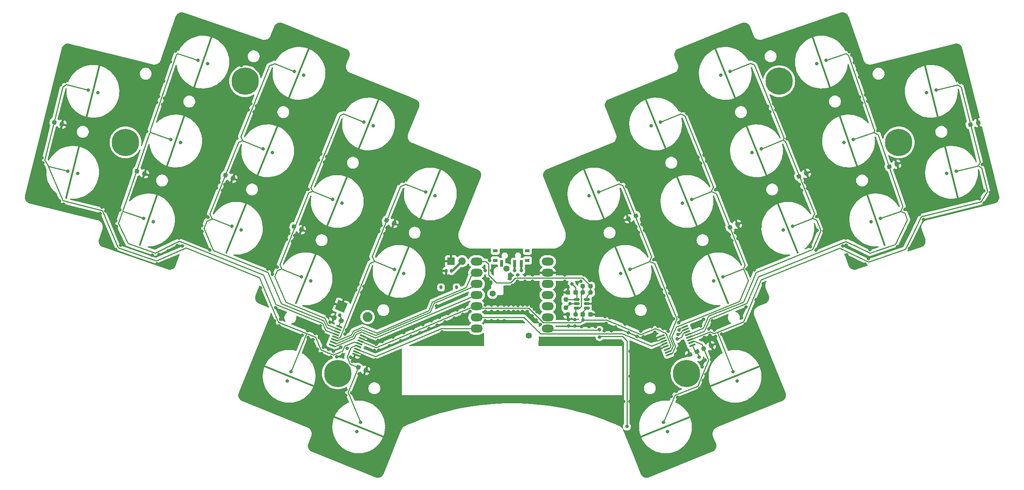
<source format=gbr>
%TF.GenerationSoftware,KiCad,Pcbnew,8.0.9-1.fc41*%
%TF.CreationDate,2025-03-09T10:33:46+11:00*%
%TF.ProjectId,katori,6b61746f-7269-42e6-9b69-6361645f7063,0.2*%
%TF.SameCoordinates,Original*%
%TF.FileFunction,Copper,L4,Bot*%
%TF.FilePolarity,Positive*%
%FSLAX46Y46*%
G04 Gerber Fmt 4.6, Leading zero omitted, Abs format (unit mm)*
G04 Created by KiCad (PCBNEW 8.0.9-1.fc41) date 2025-03-09 10:33:46*
%MOMM*%
%LPD*%
G01*
G04 APERTURE LIST*
G04 Aperture macros list*
%AMRoundRect*
0 Rectangle with rounded corners*
0 $1 Rounding radius*
0 $2 $3 $4 $5 $6 $7 $8 $9 X,Y pos of 4 corners*
0 Add a 4 corners polygon primitive as box body*
4,1,4,$2,$3,$4,$5,$6,$7,$8,$9,$2,$3,0*
0 Add four circle primitives for the rounded corners*
1,1,$1+$1,$2,$3*
1,1,$1+$1,$4,$5*
1,1,$1+$1,$6,$7*
1,1,$1+$1,$8,$9*
0 Add four rect primitives between the rounded corners*
20,1,$1+$1,$2,$3,$4,$5,0*
20,1,$1+$1,$4,$5,$6,$7,0*
20,1,$1+$1,$6,$7,$8,$9,0*
20,1,$1+$1,$8,$9,$2,$3,0*%
%AMRotRect*
0 Rectangle, with rotation*
0 The origin of the aperture is its center*
0 $1 length*
0 $2 width*
0 $3 Rotation angle, in degrees counterclockwise*
0 Add horizontal line*
21,1,$1,$2,0,0,$3*%
G04 Aperture macros list end*
%TA.AperFunction,ComponentPad*%
%ADD10C,0.800000*%
%TD*%
%TA.AperFunction,SMDPad,CuDef*%
%ADD11RoundRect,0.200000X2.266379X5.609459X2.266361X5.609466X-2.266379X-5.609459X-2.266361X-5.609466X0*%
%TD*%
%TA.AperFunction,ComponentPad*%
%ADD12O,2.750000X1.800000*%
%TD*%
%TA.AperFunction,ComponentPad*%
%ADD13C,1.397000*%
%TD*%
%TA.AperFunction,SMDPad,CuDef*%
%ADD14RoundRect,0.200000X1.969678X-5.720391X1.969697X-5.720384X-1.969678X5.720391X-1.969697X5.720384X0*%
%TD*%
%TA.AperFunction,SMDPad,CuDef*%
%ADD15RoundRect,0.200000X2.266361X-5.609466X2.266379X-5.609459X-2.266361X5.609466X-2.266379X5.609459X0*%
%TD*%
%TA.AperFunction,SMDPad,CuDef*%
%ADD16RoundRect,0.200000X5.609459X-2.266379X5.609466X-2.266361X-5.609459X2.266379X-5.609466X2.266361X0*%
%TD*%
%TA.AperFunction,SMDPad,CuDef*%
%ADD17RoundRect,0.200000X1.463618X-5.870292X1.463637X-5.870287X-1.463618X5.870292X-1.463637X5.870287X0*%
%TD*%
%TA.AperFunction,ComponentPad*%
%ADD18RotRect,2.250000X2.250000X68.000000*%
%TD*%
%TA.AperFunction,ComponentPad*%
%ADD19C,2.250000*%
%TD*%
%TA.AperFunction,SMDPad,CuDef*%
%ADD20RoundRect,0.200000X1.463637X5.870287X1.463618X5.870292X-1.463637X-5.870287X-1.463618X-5.870292X0*%
%TD*%
%TA.AperFunction,SMDPad,CuDef*%
%ADD21RoundRect,0.200000X1.969697X5.720384X1.969678X5.720391X-1.969697X-5.720384X-1.969678X-5.720391X0*%
%TD*%
%TA.AperFunction,SMDPad,CuDef*%
%ADD22RoundRect,0.200000X-5.609466X-2.266361X-5.609459X-2.266379X5.609466X2.266361X5.609459X2.266379X0*%
%TD*%
%TA.AperFunction,ComponentPad*%
%ADD23R,1.700000X1.700000*%
%TD*%
%TA.AperFunction,ComponentPad*%
%ADD24O,1.700000X1.700000*%
%TD*%
%TA.AperFunction,SMDPad,CuDef*%
%ADD25C,6.200000*%
%TD*%
%TA.AperFunction,SMDPad,CuDef*%
%ADD26RoundRect,0.100000X0.628540X-0.146093X-0.553619X0.331530X-0.628540X0.146093X0.553619X-0.331530X0*%
%TD*%
%TA.AperFunction,SMDPad,CuDef*%
%ADD27RoundRect,0.237500X-0.142827X-0.313858X0.320765X-0.126555X0.142827X0.313858X-0.320765X0.126555X0*%
%TD*%
%TA.AperFunction,SMDPad,CuDef*%
%ADD28RoundRect,0.237500X-0.367124X-0.107824X0.189186X-0.332588X0.367124X0.107824X-0.189186X0.332588X0*%
%TD*%
%TA.AperFunction,SMDPad,CuDef*%
%ADD29RoundRect,0.237500X0.250000X0.237500X-0.250000X0.237500X-0.250000X-0.237500X0.250000X-0.237500X0*%
%TD*%
%TA.AperFunction,SMDPad,CuDef*%
%ADD30RoundRect,0.150000X0.150000X0.275000X-0.150000X0.275000X-0.150000X-0.275000X0.150000X-0.275000X0*%
%TD*%
%TA.AperFunction,SMDPad,CuDef*%
%ADD31RoundRect,0.175000X0.175000X0.225000X-0.175000X0.225000X-0.175000X-0.225000X0.175000X-0.225000X0*%
%TD*%
%TA.AperFunction,SMDPad,CuDef*%
%ADD32RoundRect,0.237500X-0.237500X0.250000X-0.237500X-0.250000X0.237500X-0.250000X0.237500X0.250000X0*%
%TD*%
%TA.AperFunction,SMDPad,CuDef*%
%ADD33RoundRect,0.237500X-0.320765X-0.126555X0.142827X-0.313858X0.320765X0.126555X-0.142827X0.313858X0*%
%TD*%
%TA.AperFunction,SMDPad,CuDef*%
%ADD34RoundRect,0.237500X-0.300030X-0.169965X0.185117X-0.290926X0.300030X0.169965X-0.185117X0.290926X0*%
%TD*%
%TA.AperFunction,SMDPad,CuDef*%
%ADD35RoundRect,0.237500X-0.300000X-0.237500X0.300000X-0.237500X0.300000X0.237500X-0.300000X0.237500X0*%
%TD*%
%TA.AperFunction,SMDPad,CuDef*%
%ADD36RoundRect,0.100000X-0.553619X-0.331530X0.628540X0.146093X0.553619X0.331530X-0.628540X-0.146093X0*%
%TD*%
%TA.AperFunction,SMDPad,CuDef*%
%ADD37R,1.000000X0.800000*%
%TD*%
%TA.AperFunction,SMDPad,CuDef*%
%ADD38R,0.700000X1.500000*%
%TD*%
%TA.AperFunction,SMDPad,CuDef*%
%ADD39RoundRect,0.150000X0.512500X0.150000X-0.512500X0.150000X-0.512500X-0.150000X0.512500X-0.150000X0*%
%TD*%
%TA.AperFunction,SMDPad,CuDef*%
%ADD40RoundRect,0.237500X0.142827X0.313858X-0.320765X0.126555X-0.142827X-0.313858X0.320765X-0.126555X0*%
%TD*%
%TA.AperFunction,SMDPad,CuDef*%
%ADD41RoundRect,0.237500X-0.313702X-0.143169X0.159057X-0.305953X0.313702X0.143169X-0.159057X0.305953X0*%
%TD*%
%TA.AperFunction,SMDPad,CuDef*%
%ADD42RoundRect,0.237500X-0.185117X-0.290926X0.300030X-0.169965X0.185117X0.290926X-0.300030X0.169965X0*%
%TD*%
%TA.AperFunction,SMDPad,CuDef*%
%ADD43RoundRect,0.237500X-0.159057X-0.305953X0.313702X-0.143169X0.159057X0.305953X-0.313702X0.143169X0*%
%TD*%
%TA.AperFunction,SMDPad,CuDef*%
%ADD44RoundRect,0.237500X-0.189186X-0.332588X0.367124X-0.107824X0.189186X0.332588X-0.367124X0.107824X0*%
%TD*%
%TA.AperFunction,ViaPad*%
%ADD45C,0.800000*%
%TD*%
%TA.AperFunction,Conductor*%
%ADD46C,0.250000*%
%TD*%
%TA.AperFunction,Conductor*%
%ADD47C,0.500000*%
%TD*%
G04 APERTURE END LIST*
D10*
%TO.P,SW23,1,1*%
%TO.N,COL3*%
X110723668Y-111864788D03*
%TO.P,SW23,2,2*%
%TO.N,ROW2*%
X112856190Y-112726386D03*
D11*
%TO.P,SW23,3,SG*%
%TO.N,GND*%
X111789929Y-112295587D03*
%TD*%
D10*
%TO.P,SW13,1,1*%
%TO.N,COL2*%
X102004075Y-82726634D03*
%TO.P,SW13,2,2*%
%TO.N,ROW1*%
X104136597Y-83588232D03*
D11*
%TO.P,SW13,3,SG*%
%TO.N,GND*%
X103070336Y-83157433D03*
%TD*%
D12*
%TO.P,U1,1,PA02_A0_D0*%
%TO.N,ADC*%
X150594381Y-108358375D03*
%TO.P,U1,2,PA4_A1_D1*%
%TO.N,AMUX_SEL_0*%
X150594374Y-110898380D03*
%TO.P,U1,3,PA10_A2_D2*%
%TO.N,AMUX_SEL_1*%
X150594379Y-113438370D03*
%TO.P,U1,4,PA11_A3_D3*%
%TO.N,AMUX_SEL_2*%
X150594372Y-115978375D03*
%TO.P,U1,5,PA8_A4_D4_SDA*%
%TO.N,APLEX_OUT*%
X150594377Y-118518390D03*
%TO.P,U1,6,PA9_A5_D5_SCL*%
%TO.N,APLEX_EN1*%
X150594379Y-121058373D03*
%TO.P,U1,7,PB08_A6_D6_TX*%
%TO.N,APLEX_EN0*%
X150594380Y-123598378D03*
%TO.P,U1,8,PB09_A7_D7_RX*%
%TO.N,ROW3*%
X166784383Y-123598379D03*
%TO.P,U1,9,PA7_A8_D8_SCK*%
%TO.N,ROW2*%
X166784390Y-121058374D03*
%TO.P,U1,10,PA5_A9_D9_MISO*%
%TO.N,ROW1*%
X166784385Y-118518384D03*
%TO.P,U1,11,PA6_A10_D10_MOSI*%
%TO.N,ROW0*%
X166784392Y-115978379D03*
%TO.P,U1,12,3V3*%
%TO.N,+3V3*%
X166784387Y-113438364D03*
%TO.P,U1,13,GND*%
%TO.N,GND*%
X166784385Y-110898381D03*
%TO.P,U1,14,5V*%
%TO.N,unconnected-(U1-5V-Pad14)*%
X166784384Y-108358376D03*
D13*
%TO.P,U1,15,RESET*%
%TO.N,/NRST*%
X157412889Y-109952873D03*
%TO.P,U1,16,BAT+*%
%TO.N,+BATT*%
X154244382Y-115661373D03*
%TO.P,U1,17,NFC1*%
%TO.N,ADC_ENABLE*%
X162499386Y-125186369D03*
%TD*%
D10*
%TO.P,SW15,1,1*%
%TO.N,COL4*%
X131898923Y-110174051D03*
%TO.P,SW15,2,2*%
%TO.N,ROW1*%
X134031445Y-111035649D03*
D11*
%TO.P,SW15,3,SG*%
%TO.N,GND*%
X132965184Y-110604850D03*
%TD*%
D10*
%TO.P,SW9,1,1*%
%TO.N,COL8*%
X230143349Y-62591919D03*
%TO.P,SW9,2,2*%
%TO.N,ROW0*%
X227968657Y-63340725D03*
D14*
%TO.P,SW9,3,SG*%
%TO.N,GND*%
X229056003Y-62966322D03*
%TD*%
D10*
%TO.P,SW26,1,1*%
%TO.N,COL8*%
X242514944Y-98521626D03*
%TO.P,SW26,2,2*%
%TO.N,ROW2*%
X240340252Y-99270432D03*
D14*
%TO.P,SW26,3,SG*%
%TO.N,GND*%
X241427598Y-98896029D03*
%TD*%
D10*
%TO.P,SW8,1,1*%
%TO.N,COL7*%
X208257127Y-65110151D03*
%TO.P,SW8,2,2*%
%TO.N,ROW0*%
X206124605Y-65971749D03*
D15*
%TO.P,SW8,3,SG*%
%TO.N,GND*%
X207190866Y-65540950D03*
%TD*%
D10*
%TO.P,SW17,1,1*%
%TO.N,COL6*%
X199537534Y-94248308D03*
%TO.P,SW17,2,2*%
%TO.N,ROW1*%
X197405012Y-95109906D03*
D15*
%TO.P,SW17,3,SG*%
%TO.N,GND*%
X198471273Y-94679107D03*
%TD*%
D10*
%TO.P,SW4,1,1*%
%TO.N,COL3*%
X124958695Y-76631794D03*
%TO.P,SW4,2,2*%
%TO.N,ROW0*%
X127091217Y-77493392D03*
D11*
%TO.P,SW4,3,SG*%
%TO.N,GND*%
X126024956Y-77062593D03*
%TD*%
D10*
%TO.P,SW19,1,1*%
%TO.N,COL8*%
X236329135Y-80556761D03*
%TO.P,SW19,2,2*%
%TO.N,ROW1*%
X234154443Y-81305567D03*
D14*
%TO.P,SW19,3,SG*%
%TO.N,GND*%
X235241789Y-80931164D03*
%TD*%
D10*
%TO.P,SW28,1,1*%
%TO.N,ROW3*%
X123359012Y-147060922D03*
%TO.P,SW28,2,2*%
%TO.N,COL10*%
X124220610Y-144928400D03*
D16*
%TO.P,SW28,3,SG*%
%TO.N,GND*%
X123789811Y-145994661D03*
%TD*%
D10*
%TO.P,SW27,1,1*%
%TO.N,ROW3*%
X107521902Y-135539283D03*
%TO.P,SW27,2,2*%
%TO.N,COL0*%
X108383500Y-133406761D03*
D16*
%TO.P,SW27,3,SG*%
%TO.N,GND*%
X107952701Y-134473022D03*
%TD*%
D10*
%TO.P,SW10,1,1*%
%TO.N,COL9*%
X255184938Y-69341341D03*
%TO.P,SW10,2,2*%
%TO.N,ROW0*%
X252953256Y-69897763D03*
D17*
%TO.P,SW10,3,SG*%
%TO.N,GND*%
X254069097Y-69619552D03*
%TD*%
D18*
%TO.P,RESET1,1,1*%
%TO.N,GND*%
X119765832Y-118551822D03*
D19*
%TO.P,RESET1,2,2*%
%TO.N,/NRST*%
X125792527Y-120986764D03*
%TD*%
D10*
%TO.P,SW24,1,1*%
%TO.N,COL6*%
X206655034Y-111864792D03*
%TO.P,SW24,2,2*%
%TO.N,ROW2*%
X204522512Y-112726390D03*
D15*
%TO.P,SW24,3,SG*%
%TO.N,GND*%
X205588773Y-112295591D03*
%TD*%
D10*
%TO.P,SW6,1,1*%
%TO.N,COL5*%
X178362286Y-92557575D03*
%TO.P,SW6,2,2*%
%TO.N,ROW0*%
X176229764Y-93419173D03*
D15*
%TO.P,SW6,3,SG*%
%TO.N,GND*%
X177296025Y-92988374D03*
%TD*%
D10*
%TO.P,SW7,1,1*%
%TO.N,COL6*%
X192419992Y-76631802D03*
%TO.P,SW7,2,2*%
%TO.N,ROW0*%
X190287470Y-77493400D03*
D15*
%TO.P,SW7,3,SG*%
%TO.N,GND*%
X191353731Y-77062601D03*
%TD*%
D10*
%TO.P,SW20,1,1*%
%TO.N,COL9*%
X259781476Y-87776983D03*
%TO.P,SW20,2,2*%
%TO.N,ROW1*%
X257549794Y-88333405D03*
D17*
%TO.P,SW20,3,SG*%
%TO.N,GND*%
X258665635Y-88055194D03*
%TD*%
D10*
%TO.P,SW1,1,1*%
%TO.N,COL0*%
X62193775Y-69341356D03*
%TO.P,SW1,2,2*%
%TO.N,ROW0*%
X64425455Y-69897776D03*
D20*
%TO.P,SW1,3,SG*%
%TO.N,GND*%
X63309615Y-69619566D03*
%TD*%
D10*
%TO.P,SW2,1,1*%
%TO.N,COL1*%
X87235372Y-62591900D03*
%TO.P,SW2,2,2*%
%TO.N,ROW0*%
X89410064Y-63340704D03*
D21*
%TO.P,SW2,3,SG*%
%TO.N,GND*%
X88322718Y-62966302D03*
%TD*%
D10*
%TO.P,SW25,1,1*%
%TO.N,COL7*%
X222492170Y-100343154D03*
%TO.P,SW25,2,2*%
%TO.N,ROW2*%
X220359648Y-101204752D03*
D15*
%TO.P,SW25,3,SG*%
%TO.N,GND*%
X221425909Y-100773953D03*
%TD*%
D10*
%TO.P,SW30,1,1*%
%TO.N,COL9*%
X208995220Y-133406753D03*
%TO.P,SW30,2,2*%
%TO.N,ROW3*%
X209856818Y-135539275D03*
D22*
%TO.P,SW30,3,SG*%
%TO.N,GND*%
X209426019Y-134473014D03*
%TD*%
D10*
%TO.P,SW18,1,1*%
%TO.N,COL7*%
X215374640Y-82726643D03*
%TO.P,SW18,2,2*%
%TO.N,ROW1*%
X213242118Y-83588241D03*
D15*
%TO.P,SW18,3,SG*%
%TO.N,GND*%
X214308379Y-83157442D03*
%TD*%
D10*
%TO.P,SW22,1,1*%
%TO.N,COL2*%
X94886550Y-100343143D03*
%TO.P,SW22,2,2*%
%TO.N,ROW2*%
X97019072Y-101204741D03*
D11*
%TO.P,SW22,3,SG*%
%TO.N,GND*%
X95952811Y-100773942D03*
%TD*%
D23*
%TO.P,J2,1,Pin_1*%
%TO.N,GND*%
X144770941Y-108269288D03*
D24*
%TO.P,J2,2,Pin_2*%
%TO.N,/BATT_RAW*%
X147310951Y-108269288D03*
%TD*%
D10*
%TO.P,SW14,1,1*%
%TO.N,COL3*%
X117841208Y-94248283D03*
%TO.P,SW14,2,2*%
%TO.N,ROW1*%
X119973730Y-95109881D03*
D11*
%TO.P,SW14,3,SG*%
%TO.N,GND*%
X118907469Y-94679082D03*
%TD*%
D10*
%TO.P,SW16,1,1*%
%TO.N,COL5*%
X185479795Y-110174068D03*
%TO.P,SW16,2,2*%
%TO.N,ROW1*%
X183347273Y-111035666D03*
D15*
%TO.P,SW16,3,SG*%
%TO.N,GND*%
X184413534Y-110604867D03*
%TD*%
D10*
%TO.P,SW3,1,1*%
%TO.N,COL2*%
X109121601Y-65110164D03*
%TO.P,SW3,2,2*%
%TO.N,ROW0*%
X111254123Y-65971762D03*
D11*
%TO.P,SW3,3,SG*%
%TO.N,GND*%
X110187862Y-65540963D03*
%TD*%
D10*
%TO.P,SW5,1,1*%
%TO.N,COL4*%
X139016448Y-92557561D03*
%TO.P,SW5,2,2*%
%TO.N,ROW0*%
X141148970Y-93419159D03*
D11*
%TO.P,SW5,3,SG*%
%TO.N,GND*%
X140082709Y-92988360D03*
%TD*%
D10*
%TO.P,SW29,1,1*%
%TO.N,COL11*%
X193158104Y-144928386D03*
%TO.P,SW29,2,2*%
%TO.N,ROW3*%
X194019702Y-147060908D03*
D22*
%TO.P,SW29,3,SG*%
%TO.N,GND*%
X193588903Y-145994647D03*
%TD*%
D10*
%TO.P,SW11,1,1*%
%TO.N,COL0*%
X57597258Y-87776964D03*
%TO.P,SW11,2,2*%
%TO.N,ROW1*%
X59828938Y-88333384D03*
D20*
%TO.P,SW11,3,SG*%
%TO.N,GND*%
X58713098Y-88055174D03*
%TD*%
D10*
%TO.P,SW12,1,1*%
%TO.N,COL1*%
X81049565Y-80556759D03*
%TO.P,SW12,2,2*%
%TO.N,ROW1*%
X83224257Y-81305563D03*
D21*
%TO.P,SW12,3,SG*%
%TO.N,GND*%
X82136911Y-80931161D03*
%TD*%
D10*
%TO.P,SW21,1,1*%
%TO.N,COL1*%
X74863798Y-98521613D03*
%TO.P,SW21,2,2*%
%TO.N,ROW2*%
X77038490Y-99270417D03*
D21*
%TO.P,SW21,3,SG*%
%TO.N,GND*%
X75951144Y-98896015D03*
%TD*%
D25*
%TO.P,H6,1*%
%TO.N,N/C*%
X198374790Y-133814955D03*
%TD*%
D26*
%TO.P,U2,1,A4*%
%TO.N,GND*%
X124690217Y-125300079D03*
%TO.P,U2,2,A6*%
X124446723Y-125902749D03*
%TO.P,U2,3,A*%
%TO.N,APLEX_OUT*%
X124203229Y-126505411D03*
%TO.P,U2,4,A7*%
%TO.N,COL0*%
X123959753Y-127108080D03*
%TO.P,U2,5,A5*%
%TO.N,COL10*%
X123716242Y-127710749D03*
%TO.P,U2,6,~{E}*%
%TO.N,APLEX_EN0*%
X123472745Y-128313416D03*
%TO.P,U2,7,VEE*%
%TO.N,GND*%
X123229261Y-128916088D03*
%TO.P,U2,8,GND*%
X122985764Y-129518750D03*
%TO.P,U2,9,S2*%
%TO.N,AMUX_SEL_2*%
X117677643Y-127374125D03*
%TO.P,U2,10,S1*%
%TO.N,AMUX_SEL_1*%
X117921137Y-126771455D03*
%TO.P,U2,11,S0*%
%TO.N,AMUX_SEL_0*%
X118164631Y-126168793D03*
%TO.P,U2,12,A3*%
%TO.N,COL4*%
X118408107Y-125566124D03*
%TO.P,U2,13,A0*%
%TO.N,COL1*%
X118651618Y-124963455D03*
%TO.P,U2,14,A1*%
%TO.N,COL2*%
X118895115Y-124360788D03*
%TO.P,U2,15,A2*%
%TO.N,COL3*%
X119138599Y-123758116D03*
%TO.P,U2,16,VCC*%
%TO.N,+3V3*%
X119382096Y-123155454D03*
%TD*%
D27*
%TO.P,R13,1*%
%TO.N,COL7*%
X223942010Y-88955772D03*
%TO.P,R13,2*%
%TO.N,GND*%
X225634122Y-88272140D03*
%TD*%
D28*
%TO.P,C1,1*%
%TO.N,GND*%
X118190685Y-121174228D03*
%TO.P,C1,2*%
%TO.N,+3V3*%
X119790081Y-121820428D03*
%TD*%
D25*
%TO.P,H2,1*%
%TO.N,N/C*%
X219453626Y-67330303D03*
%TD*%
D29*
%TO.P,R8,1*%
%TO.N,Net-(U3--)*%
X173153346Y-120421520D03*
%TO.P,R8,2*%
%TO.N,GND*%
X171328336Y-120421494D03*
%TD*%
D27*
%TO.P,R12,1*%
%TO.N,COL11*%
X202306627Y-128193123D03*
%TO.P,R12,2*%
%TO.N,GND*%
X203998731Y-127509491D03*
%TD*%
D25*
%TO.P,H1,1*%
%TO.N,N/C*%
X97925099Y-67330292D03*
%TD*%
D27*
%TO.P,R14,1*%
%TO.N,COL6*%
X208265394Y-100574356D03*
%TO.P,R14,2*%
%TO.N,GND*%
X209957506Y-99890724D03*
%TD*%
D30*
%TO.P,J1,1,Pin_1*%
%TO.N,/BATT_RAW*%
X144872291Y-110473418D03*
%TO.P,J1,2,Pin_2*%
%TO.N,GND*%
X143672282Y-110473416D03*
D31*
%TO.P,J1,MP*%
%TO.N,N/C*%
X146022292Y-114248413D03*
X142522288Y-114248422D03*
%TD*%
D32*
%TO.P,R16,1*%
%TO.N,+3V3*%
X170903352Y-117009041D03*
%TO.P,R16,2*%
%TO.N,ADC_ENABLE*%
X170903342Y-118834031D03*
%TD*%
D33*
%TO.P,R4,1*%
%TO.N,COL4*%
X130097015Y-98984264D03*
%TO.P,R4,2*%
%TO.N,GND*%
X131789115Y-99667894D03*
%TD*%
D34*
%TO.P,R6,1*%
%TO.N,COL0*%
X54484789Y-76668911D03*
%TO.P,R6,2*%
%TO.N,GND*%
X56255577Y-77110425D03*
%TD*%
D35*
%TO.P,C2,1*%
%TO.N,GND*%
X171403357Y-115421524D03*
%TO.P,C2,2*%
%TO.N,+3V3*%
X173128355Y-115421522D03*
%TD*%
D36*
%TO.P,U4,1,A4*%
%TO.N,COL6*%
X194392956Y-129518754D03*
%TO.P,U4,2,A6*%
%TO.N,COL5*%
X194149468Y-128916088D03*
%TO.P,U4,3,A*%
%TO.N,APLEX_OUT*%
X193905973Y-128313415D03*
%TO.P,U4,4,A7*%
%TO.N,GND*%
X193662486Y-127710739D03*
%TO.P,U4,5,A5*%
X193418994Y-127108075D03*
%TO.P,U4,6,~{E}*%
%TO.N,APLEX_EN1*%
X193175491Y-126505406D03*
%TO.P,U4,7,VEE*%
%TO.N,GND*%
X192931994Y-125902741D03*
%TO.P,U4,8,GND*%
X192688512Y-125300071D03*
%TO.P,U4,9,S2*%
%TO.N,AMUX_SEL_2*%
X197996628Y-123155444D03*
%TO.P,U4,10,S1*%
%TO.N,AMUX_SEL_1*%
X198240116Y-123758110D03*
%TO.P,U4,11,S0*%
%TO.N,AMUX_SEL_0*%
X198483611Y-124360783D03*
%TO.P,U4,12,A3*%
%TO.N,COL7*%
X198727098Y-124963459D03*
%TO.P,U4,13,A0*%
%TO.N,COL8*%
X198970590Y-125566123D03*
%TO.P,U4,14,A1*%
%TO.N,COL9*%
X199214093Y-126168792D03*
%TO.P,U4,15,A2*%
%TO.N,COL11*%
X199457590Y-126771457D03*
%TO.P,U4,16,VCC*%
%TO.N,+3V3*%
X199701072Y-127374127D03*
%TD*%
D29*
%TO.P,R9,1*%
%TO.N,ADC*%
X176565847Y-113921536D03*
%TO.P,R9,2*%
%TO.N,Net-(U3--)*%
X174740837Y-113921510D03*
%TD*%
D37*
%TO.P,SW31,*%
%TO.N,*%
X154871895Y-108103867D03*
X154871896Y-105893861D03*
X162171887Y-105893856D03*
X162171888Y-108103853D03*
D38*
%TO.P,SW31,1,A*%
%TO.N,unconnected-(SW31-A-Pad1)*%
X156271880Y-108753863D03*
%TO.P,SW31,2,B*%
%TO.N,/BATT_RAW*%
X159271898Y-108753859D03*
%TO.P,SW31,3,C*%
%TO.N,+BATT*%
X160771896Y-108753859D03*
%TD*%
D33*
%TO.P,R2,1*%
%TO.N,COL2*%
X93430309Y-88736875D03*
%TO.P,R2,2*%
%TO.N,GND*%
X95122427Y-89420505D03*
%TD*%
%TO.P,R3,1*%
%TO.N,COL3*%
X109052502Y-100422073D03*
%TO.P,R3,2*%
%TO.N,GND*%
X110744602Y-101105703D03*
%TD*%
D39*
%TO.P,U3,1*%
%TO.N,ADC*%
X175653349Y-117021524D03*
%TO.P,U3,2,V-*%
%TO.N,GND*%
X175653352Y-117971542D03*
%TO.P,U3,3,+*%
%TO.N,APLEX_OUT*%
X175653350Y-118921526D03*
%TO.P,U3,4,-*%
%TO.N,Net-(U3--)*%
X173378361Y-118921534D03*
%TO.P,U3,5,ENABLE*%
%TO.N,ADC_ENABLE*%
X173378358Y-117971516D03*
%TO.P,U3,6,V+*%
%TO.N,+3V3*%
X173378360Y-117021532D03*
%TD*%
D25*
%TO.P,H3,1*%
%TO.N,N/C*%
X70714333Y-81256592D03*
%TD*%
D29*
%TO.P,R7,1*%
%TO.N,ADC*%
X176565848Y-115421546D03*
%TO.P,R7,2*%
%TO.N,Net-(U3--)*%
X174740838Y-115421520D03*
%TD*%
D40*
%TO.P,R15,1*%
%TO.N,COL5*%
X186851242Y-97943357D03*
%TO.P,R15,2*%
%TO.N,GND*%
X185159132Y-98626999D03*
%TD*%
D41*
%TO.P,R1,1*%
%TO.N,COL1*%
X73324742Y-87783270D03*
%TO.P,R1,2*%
%TO.N,GND*%
X75050330Y-88377414D03*
%TD*%
D42*
%TO.P,R11,1*%
%TO.N,COL9*%
X262942214Y-77214064D03*
%TO.P,R11,2*%
%TO.N,GND*%
X264712996Y-76772562D03*
%TD*%
D43*
%TO.P,R10,1*%
%TO.N,COL8*%
X244483874Y-86806385D03*
%TO.P,R10,2*%
%TO.N,GND*%
X246209436Y-86212239D03*
%TD*%
D33*
%TO.P,R5,1*%
%TO.N,COL10*%
X123669175Y-132441486D03*
%TO.P,R5,2*%
%TO.N,GND*%
X125361293Y-133125116D03*
%TD*%
D25*
%TO.P,H4,1*%
%TO.N,N/C*%
X246664403Y-81256588D03*
%TD*%
D35*
%TO.P,C3,1*%
%TO.N,APLEX_OUT*%
X174790828Y-120421524D03*
%TO.P,C3,2*%
%TO.N,GND*%
X176515826Y-120421522D03*
%TD*%
D25*
%TO.P,H5,1*%
%TO.N,N/C*%
X119003918Y-133814978D03*
%TD*%
D44*
%TO.P,C4,1*%
%TO.N,GND*%
X199123273Y-129494393D03*
%TO.P,C4,2*%
%TO.N,+3V3*%
X200722683Y-128848187D03*
%TD*%
D45*
%TO.N,GND*%
X190906897Y-107955765D03*
X213747470Y-110229580D03*
X105811599Y-101056603D03*
X176626027Y-106129208D03*
X191816614Y-123099262D03*
X185528345Y-134473417D03*
X130230093Y-100676252D03*
X114620040Y-85255753D03*
X247495889Y-70216825D03*
X164189998Y-121696710D03*
X83678859Y-104782910D03*
X180917232Y-121162238D03*
X197554100Y-67143923D03*
X105259019Y-109625514D03*
X232174059Y-54484186D03*
X226543180Y-104973492D03*
X162131062Y-119694667D03*
X204065404Y-130622615D03*
X148275199Y-89247940D03*
X181791838Y-140380405D03*
X116172066Y-148907412D03*
X108697108Y-103786303D03*
X237737230Y-66352564D03*
X153231056Y-112352954D03*
X179627625Y-124089002D03*
X127020469Y-98013339D03*
X124995114Y-114034400D03*
X181297625Y-124089004D03*
X147477973Y-120383737D03*
X227612250Y-89426510D03*
X113121972Y-84664306D03*
X210034039Y-103109845D03*
X178117534Y-116629416D03*
X265641709Y-86304368D03*
X82406505Y-56239470D03*
X112207811Y-83477122D03*
X95346450Y-72495967D03*
X98642657Y-73814362D03*
X192612194Y-97828247D03*
X68496169Y-105651319D03*
X128150891Y-126323530D03*
X136520147Y-74024670D03*
X128342496Y-101477477D03*
X93014250Y-73493718D03*
X133336217Y-126386549D03*
X211776374Y-122601121D03*
X91441595Y-91637642D03*
X78322035Y-106774062D03*
X198498948Y-74683564D03*
X234766227Y-99012342D03*
X218694259Y-73824778D03*
X228126544Y-101289095D03*
X185152736Y-124535329D03*
X51694624Y-84774327D03*
X160040290Y-119694664D03*
X206656956Y-77194153D03*
X135744524Y-125364292D03*
X119594867Y-108471342D03*
X188568954Y-125492205D03*
X160055290Y-118319418D03*
X119681206Y-127877794D03*
X121948333Y-130130489D03*
X222901945Y-74939026D03*
X200228669Y-60913316D03*
X138367353Y-122675737D03*
X141667680Y-122850055D03*
X203486613Y-144349592D03*
X240091165Y-105639984D03*
X56970543Y-67416341D03*
X267523139Y-92639961D03*
X170115500Y-120419666D03*
X69329112Y-75349556D03*
X121162303Y-152325225D03*
X82126176Y-60466889D03*
X125544622Y-98246433D03*
X139812625Y-123637476D03*
X176180186Y-123194665D03*
X111258691Y-77535714D03*
X239118530Y-70460949D03*
X118839281Y-65732483D03*
X136278772Y-117932077D03*
X103218748Y-94984925D03*
X135546684Y-140380154D03*
X164359386Y-119815486D03*
X153555290Y-108135418D03*
X161617623Y-112848373D03*
X78243721Y-70751201D03*
X191716344Y-99870523D03*
X223580613Y-76621979D03*
X64914194Y-97403602D03*
X227709793Y-90937586D03*
X121142017Y-128132878D03*
X82892558Y-103006391D03*
X119871023Y-66869764D03*
X204419704Y-84876895D03*
X65363749Y-95976964D03*
X236567812Y-63053096D03*
X185528342Y-140184418D03*
X248061159Y-96553293D03*
X85302716Y-90491364D03*
X124662491Y-130202524D03*
X153993450Y-118244662D03*
X75535728Y-78741140D03*
X190567090Y-91738622D03*
X134038906Y-124513058D03*
X120441156Y-106995544D03*
X98387844Y-57804115D03*
X156912291Y-119694663D03*
X125769091Y-88370318D03*
X161113290Y-118244664D03*
X91658296Y-76849799D03*
X203433737Y-123682000D03*
X201392181Y-149011573D03*
X235352089Y-60606541D03*
X104906271Y-118883125D03*
X119695359Y-112869347D03*
X88733283Y-90543427D03*
X120899639Y-112429176D03*
X138008823Y-115622487D03*
X199360042Y-67910502D03*
X172356065Y-104058690D03*
X227972270Y-98090437D03*
X191248443Y-90198419D03*
X187053783Y-149533420D03*
X239050477Y-108919078D03*
X116607066Y-60473708D03*
X211929556Y-118726207D03*
X143457638Y-122090261D03*
X196718076Y-120875226D03*
X210231376Y-141591973D03*
X197303604Y-74105983D03*
X170699866Y-112848379D03*
X189061902Y-91812784D03*
X109505358Y-84624252D03*
X163101265Y-118557361D03*
X198701105Y-115143959D03*
X127699833Y-99613830D03*
X169795293Y-107142455D03*
X65791091Y-89190863D03*
X229625269Y-101426997D03*
X133599271Y-119012253D03*
X120878533Y-113942358D03*
X104116785Y-111252237D03*
X105206853Y-102420363D03*
X139269761Y-116550788D03*
X130797725Y-127464081D03*
X266078377Y-95075912D03*
X204974009Y-125389268D03*
X140320053Y-121846874D03*
X128885667Y-100133060D03*
X157940290Y-119694663D03*
X247876196Y-71909545D03*
X102093620Y-60545355D03*
X113728399Y-83331640D03*
X218942295Y-57506694D03*
X110097087Y-78504586D03*
X192128106Y-128011818D03*
X196414363Y-128177486D03*
X168731315Y-88005846D03*
X165134947Y-122665271D03*
X233966068Y-100908829D03*
X214523281Y-96277019D03*
X152543449Y-119694662D03*
X184360592Y-122623869D03*
X232760774Y-53119240D03*
X104302719Y-101228918D03*
X190436814Y-123173666D03*
X174464877Y-123194657D03*
X78583247Y-67306156D03*
X196604415Y-122234931D03*
X171394542Y-114045021D03*
X224007994Y-73911549D03*
X202370169Y-84141096D03*
X169389078Y-90068510D03*
X89451241Y-98263418D03*
X76721422Y-71760571D03*
X197511177Y-113063635D03*
X163745806Y-119201903D03*
X226527572Y-80682852D03*
X202457935Y-150084649D03*
X157940292Y-118244663D03*
X112283854Y-91971572D03*
X142142541Y-121073257D03*
X65093995Y-90044709D03*
X114345983Y-128359429D03*
X113367948Y-126108548D03*
X69615312Y-104619786D03*
X193244085Y-116143837D03*
X118056461Y-128800644D03*
X124125981Y-153639445D03*
X208215834Y-86362712D03*
X182058965Y-75063758D03*
X146154883Y-119370132D03*
X179815505Y-120924277D03*
X106021768Y-121511099D03*
X201568916Y-86028681D03*
X88051905Y-100146875D03*
X132860165Y-90626425D03*
X190545494Y-98935720D03*
X146428242Y-95722713D03*
X142018103Y-106009735D03*
X199122364Y-59862320D03*
X195881115Y-129433754D03*
X204748914Y-123916324D03*
X137729755Y-124521601D03*
X185528344Y-128784270D03*
X196332155Y-139306321D03*
X122618954Y-130455425D03*
X124451924Y-115378818D03*
X184078341Y-140184418D03*
X217349850Y-74367958D03*
X167886323Y-90168643D03*
X141457658Y-118420559D03*
X122175053Y-138253892D03*
X183855424Y-79558739D03*
X183779408Y-83351337D03*
X208689633Y-103653012D03*
X66238671Y-96812875D03*
X94436206Y-65556043D03*
X191174722Y-124439415D03*
X121264107Y-108803010D03*
X220109290Y-58638409D03*
X246371356Y-104977009D03*
X68015592Y-74477057D03*
X147909010Y-88434442D03*
X152585290Y-110357083D03*
X264983076Y-94083480D03*
X194205789Y-124174766D03*
X202577723Y-130823588D03*
X219522488Y-73503224D03*
X214921338Y-58891211D03*
X210864615Y-101185337D03*
X208313885Y-56155430D03*
X174551767Y-108330401D03*
X152543448Y-121786046D03*
X115964459Y-85798929D03*
X195893184Y-109123492D03*
X171540502Y-121561040D03*
X126776811Y-100830878D03*
X88710841Y-80335711D03*
X235463861Y-54932514D03*
X134712698Y-73327439D03*
X170699863Y-111398383D03*
X187988566Y-124162822D03*
X69769833Y-71843472D03*
X218151083Y-72480368D03*
X191198846Y-97164613D03*
X252081322Y-88517264D03*
X120848659Y-138840098D03*
X123107511Y-114835643D03*
X208270499Y-57664214D03*
X225898597Y-91656117D03*
X117250804Y-122197969D03*
X156912290Y-118244664D03*
X250574514Y-89250877D03*
X91984747Y-90293233D03*
X225442890Y-81738410D03*
X184266387Y-73294441D03*
X100530263Y-73013130D03*
X127776322Y-127167082D03*
X77874659Y-108872836D03*
X161066290Y-119694664D03*
X69390214Y-96603512D03*
X212381181Y-101323512D03*
X227805257Y-105756982D03*
X218738295Y-59110486D03*
X120136366Y-129493000D03*
X219538579Y-71987259D03*
X216806651Y-73023541D03*
X101989719Y-58989595D03*
X214821505Y-60402933D03*
X134579446Y-139190028D03*
X207899193Y-84738992D03*
X252277208Y-98783674D03*
X174972638Y-111427954D03*
X129686915Y-102020668D03*
X129157183Y-126585217D03*
X107895872Y-101898681D03*
X249053284Y-105395543D03*
X153872405Y-112994303D03*
X234115709Y-55470949D03*
X238219613Y-72304018D03*
X208146437Y-102308609D03*
X162169851Y-118244664D03*
X152543450Y-118240697D03*
X95658921Y-63346408D03*
X112376620Y-143676941D03*
X92786008Y-92180819D03*
X211490371Y-102521437D03*
X68632517Y-100389513D03*
X196822335Y-106934524D03*
X97197742Y-58927881D03*
X194588502Y-115600657D03*
X80941471Y-62916382D03*
X169858075Y-89038291D03*
X199321398Y-69425027D03*
X118802023Y-130059383D03*
X239347313Y-66210888D03*
X234567572Y-103063161D03*
X102059383Y-95943961D03*
X202430306Y-125651290D03*
X91938863Y-72428529D03*
X134421445Y-79426594D03*
X76742275Y-70250910D03*
X210905961Y-121137639D03*
X134067706Y-90099310D03*
X170974712Y-95923539D03*
X85303983Y-54832535D03*
X135530683Y-71683395D03*
X134362896Y-82888005D03*
X79431817Y-67300713D03*
X127361852Y-128563505D03*
X142787214Y-124326055D03*
X131202642Y-150704908D03*
X117694832Y-59426918D03*
X204221827Y-121840339D03*
X115163211Y-83911331D03*
X105677647Y-123001461D03*
X233972514Y-104829111D03*
X147820500Y-118663119D03*
X197440193Y-114608726D03*
X177656636Y-123194656D03*
X234823593Y-106857486D03*
X221263676Y-80396864D03*
X207718469Y-78285796D03*
X215038298Y-102451394D03*
X136154303Y-123615106D03*
X206318425Y-124846088D03*
X183322162Y-72125717D03*
X120862464Y-137452977D03*
X158712383Y-113806847D03*
X176207805Y-107212513D03*
X133238337Y-80350353D03*
X133069143Y-78833779D03*
X196218178Y-152546724D03*
X115020852Y-149872871D03*
X116637659Y-120794037D03*
X251343305Y-97578379D03*
X185080084Y-80421689D03*
X108848058Y-57337597D03*
X187431682Y-101757658D03*
X171317411Y-108330406D03*
X204472866Y-145490704D03*
X193219196Y-153730219D03*
X235980951Y-61348714D03*
X79614719Y-71223279D03*
X183566127Y-90167700D03*
X177403332Y-118421543D03*
X109240278Y-102441877D03*
X69886393Y-70173411D03*
X230848328Y-92269811D03*
X117467015Y-130126524D03*
X155462290Y-119694663D03*
X158982289Y-118244664D03*
X90807297Y-75085353D03*
X123863765Y-133895222D03*
X246813042Y-74454270D03*
X234660130Y-104604368D03*
X182763786Y-139184632D03*
X86446823Y-91495270D03*
X155462289Y-118244664D03*
X184315319Y-121045533D03*
X196798189Y-68398279D03*
X103104003Y-110017832D03*
X131532954Y-125576767D03*
X76784676Y-106903653D03*
X85241101Y-53321715D03*
X202296202Y-121499176D03*
X156912291Y-121786050D03*
X203924765Y-83512215D03*
X180082456Y-122383127D03*
X145546990Y-121203393D03*
X163345297Y-112848375D03*
X149086918Y-119700781D03*
X113870088Y-124747543D03*
X221766295Y-63450695D03*
X133641551Y-117476289D03*
X127619990Y-130690227D03*
X234491328Y-53963291D03*
X202781053Y-134055566D03*
X107352682Y-103243115D03*
X194886904Y-139000120D03*
X120612145Y-124882610D03*
X122351116Y-131079383D03*
X95316375Y-70980489D03*
X81750814Y-54946005D03*
X237747541Y-70933030D03*
X154035290Y-110357083D03*
X153993449Y-119694661D03*
X174891905Y-106430415D03*
X188232915Y-99870061D03*
X51898487Y-85911824D03*
X215359622Y-104000156D03*
X128345985Y-128504780D03*
X153993448Y-121786047D03*
X130310680Y-149461789D03*
X193036856Y-123617225D03*
X125794186Y-97106877D03*
X211374845Y-142572038D03*
X266054961Y-92265570D03*
X239590617Y-71831950D03*
X187128732Y-125374088D03*
X194045320Y-114256240D03*
X177403322Y-117421530D03*
X56658213Y-95300818D03*
X149794720Y-89110530D03*
X201025747Y-84684280D03*
X89026033Y-82985266D03*
X252401171Y-90320288D03*
X209490858Y-101765414D03*
X248010317Y-73532016D03*
X98568745Y-59399954D03*
X195373853Y-121422967D03*
X171540501Y-123011059D03*
X79142647Y-72594278D03*
X201943087Y-132318698D03*
X239802465Y-107672568D03*
X191854390Y-94924933D03*
X177825437Y-120445776D03*
X68510611Y-99067657D03*
X225174084Y-76795968D03*
X186312092Y-150808567D03*
X241874105Y-78585596D03*
X174359395Y-112848383D03*
X116906927Y-128309395D03*
X159013291Y-119694663D03*
X192700905Y-114799417D03*
X237321400Y-64780963D03*
X113477984Y-142632972D03*
X175647924Y-104979568D03*
X124576724Y-89278510D03*
X145864115Y-105165597D03*
X190261600Y-89049826D03*
X110945641Y-125129876D03*
X201357275Y-137229589D03*
X186888498Y-100413241D03*
X55855971Y-68183782D03*
X118664416Y-114882205D03*
X108731654Y-55805364D03*
X88756781Y-89022603D03*
X112195345Y-124070914D03*
X224655761Y-75409134D03*
X161617624Y-111398373D03*
X138930910Y-113577113D03*
X142793806Y-107921023D03*
X145120538Y-104416537D03*
X148992275Y-87347926D03*
X202184821Y-135460199D03*
X212100896Y-110024060D03*
X213559675Y-95100804D03*
X120981037Y-123969565D03*
X168378607Y-106142716D03*
X97078306Y-63728491D03*
X215789448Y-113469807D03*
X116507648Y-84454515D03*
X191327045Y-126199975D03*
X123650704Y-113491227D03*
X195994289Y-137877542D03*
X99185839Y-72469953D03*
X176374902Y-112698052D03*
X104632885Y-121950063D03*
X115349371Y-129270938D03*
X184755730Y-91263718D03*
X182239497Y-123298726D03*
X109269163Y-86290956D03*
X114782772Y-125677461D03*
X155462291Y-121786048D03*
X115701422Y-127841691D03*
X240821677Y-69874522D03*
X55704685Y-94562778D03*
X120307742Y-65472851D03*
X182666081Y-82299662D03*
X232060168Y-91296994D03*
X80468336Y-105911403D03*
X242253011Y-70022705D03*
X231701207Y-53113451D03*
X204964619Y-92029997D03*
X197601236Y-108646708D03*
X128333314Y-94517069D03*
X140827213Y-106915167D03*
X202913348Y-85485492D03*
X172990501Y-121561046D03*
X238880569Y-67628136D03*
X172990504Y-123011051D03*
X112290057Y-125673055D03*
X77287121Y-66563838D03*
X241310385Y-71239800D03*
X225355414Y-90311715D03*
X170695295Y-109067058D03*
X101424955Y-114392689D03*
X115641978Y-124400273D03*
X214202341Y-117082850D03*
X159917624Y-112848373D03*
X93329190Y-90836411D03*
X88104139Y-101512265D03*
X77771661Y-72122195D03*
X203709212Y-125134572D03*
X188776095Y-101214477D03*
X163257000Y-120763708D03*
X99987085Y-74357542D03*
X89876933Y-105723224D03*
X135457752Y-81839913D03*
X163345299Y-111398375D03*
X224554172Y-92199298D03*
X82480102Y-104759062D03*
X158216637Y-112281765D03*
X201631655Y-123007989D03*
X183575085Y-74918713D03*
X205425047Y-83688776D03*
X159917623Y-111398374D03*
X126613457Y-95079130D03*
X196048806Y-66970172D03*
X260616159Y-67654681D03*
X89983995Y-76378233D03*
X224011001Y-90854884D03*
X115035136Y-123008572D03*
X144140825Y-120225047D03*
%TO.N,+3V3*%
X172260369Y-113441050D03*
X201222994Y-130122564D03*
X119483412Y-120585659D03*
%TO.N,APLEX_OUT*%
X174803358Y-121649281D03*
%TO.N,/BATT_RAW*%
X159271900Y-110417808D03*
%TO.N,ADC_ENABLE*%
X171903350Y-117971522D03*
%TO.N,ROW3*%
X178553356Y-123889375D03*
X178573291Y-125539006D03*
X184801340Y-145893810D03*
%TO.N,+BATT*%
X160771898Y-110422085D03*
%TO.N,AMUX_SEL_1*%
X196408705Y-124952979D03*
%TO.N,AMUX_SEL_2*%
X196642785Y-123980763D03*
%TO.N,AMUX_SEL_0*%
X196294918Y-125946488D03*
%TD*%
D46*
%TO.N,GND*%
X175653350Y-117971517D02*
X176853362Y-117971520D01*
X176515821Y-120421516D02*
X177801184Y-120421523D01*
X177801184Y-120421523D02*
X177825437Y-120445776D01*
X193461494Y-127007898D02*
X193418982Y-127108077D01*
X171394553Y-115412724D02*
X171403358Y-115421521D01*
X176853362Y-117971520D02*
X177403322Y-117421530D01*
X191506278Y-125777721D02*
X192688509Y-125300067D01*
X192323925Y-127550509D02*
X193418991Y-127108073D01*
X191327045Y-126199975D02*
X191506278Y-125777721D01*
X127698590Y-126515518D02*
X124690223Y-125300064D01*
X192128106Y-128011818D02*
X192323925Y-127550509D01*
X124300060Y-129348710D02*
X124662491Y-130202524D01*
X191327045Y-126199975D02*
X191750952Y-126379911D01*
X191750952Y-126379911D02*
X192931992Y-125902738D01*
X171394542Y-114045021D02*
X171394553Y-115412724D01*
X122612985Y-130441369D02*
X122618954Y-130455425D01*
X123229254Y-128916070D02*
X124300060Y-129348710D01*
X127678670Y-127208524D02*
X127776322Y-127167082D01*
X192128106Y-128011818D02*
X192512954Y-128175179D01*
X192512954Y-128175179D02*
X193662478Y-127710739D01*
X176953330Y-117971531D02*
X177403332Y-118421543D01*
X171326481Y-120419663D02*
X171328344Y-120421528D01*
X122985755Y-129518737D02*
X122612985Y-130441369D01*
X124446713Y-125902732D02*
X127678670Y-127208524D01*
X193418979Y-127108081D02*
X193418982Y-127108077D01*
X123229244Y-128916074D02*
X123229249Y-128916065D01*
X175653350Y-117971517D02*
X176953330Y-117971531D01*
X124690218Y-125300071D02*
X124690209Y-125300073D01*
X170115500Y-120419666D02*
X171326481Y-120419663D01*
X128150891Y-126323530D02*
X127698590Y-126515518D01*
%TO.N,+3V3*%
X173378346Y-117021547D02*
X173378357Y-115671555D01*
X173378346Y-117021547D02*
X170915843Y-117021557D01*
X173128350Y-114309016D02*
X172260369Y-113441050D01*
X170915843Y-117021557D02*
X170903359Y-117009031D01*
X173378357Y-115671555D02*
X173128344Y-115421528D01*
X119849887Y-121449026D02*
X119712498Y-121789070D01*
X200208439Y-128629903D02*
X200722683Y-128848187D01*
X200722683Y-128848187D02*
X201230459Y-130104976D01*
X119260377Y-122854212D02*
X119712496Y-121789069D01*
X199701073Y-127374126D02*
X200208439Y-128629903D01*
X119483412Y-120585659D02*
X119849887Y-121449026D01*
X201230459Y-130104976D02*
X201222994Y-130122564D01*
X173128344Y-115421528D02*
X173128350Y-114309016D01*
X199697802Y-127381832D02*
X199701075Y-127374119D01*
X119382078Y-123155445D02*
X119260377Y-122854212D01*
%TO.N,APLEX_OUT*%
X127788334Y-127953873D02*
X127788342Y-127953871D01*
X194821709Y-127490675D02*
X193686337Y-124680521D01*
X167092984Y-122286049D02*
X174166580Y-122286048D01*
X180209116Y-121649284D02*
X174803358Y-121649281D01*
X174790824Y-121636746D02*
X174803358Y-121649281D01*
X174790853Y-119784016D02*
X175653333Y-118921527D01*
X174790837Y-120421514D02*
X174790853Y-119784016D01*
X124359045Y-126661212D02*
X124203238Y-126505409D01*
X193905968Y-128313410D02*
X194589756Y-128037145D01*
X162492976Y-118974376D02*
X162492985Y-118969664D01*
X127788342Y-127953871D02*
X150015048Y-118519208D01*
X167092984Y-122286049D02*
X165804637Y-122286046D01*
X194589756Y-128037145D02*
X194821709Y-127490675D01*
X151307192Y-118521056D02*
X151755802Y-118969662D01*
X150016896Y-118521046D02*
X151307192Y-118521056D01*
X151755802Y-118969662D02*
X162492985Y-118969664D01*
X191226699Y-123636467D02*
X187980479Y-124948030D01*
X150015048Y-118519208D02*
X150016896Y-118521046D01*
X124203243Y-126505398D02*
X127788334Y-127953873D01*
X174166580Y-122286048D02*
X174803358Y-121649281D01*
X193686337Y-124680521D02*
X191226699Y-123636467D01*
X165804637Y-122286046D02*
X162492976Y-118974376D01*
X187980479Y-124948030D02*
X180209116Y-121649284D01*
X151794559Y-118314182D02*
X151307192Y-118521056D01*
X174790829Y-120421521D02*
X174790824Y-121636746D01*
D47*
%TO.N,/BATT_RAW*%
X144951417Y-110394292D02*
X144872290Y-110473418D01*
X159271900Y-109103871D02*
X159212308Y-109163455D01*
X145185954Y-110394291D02*
X144870946Y-110394291D01*
X147310952Y-108269291D02*
X145185954Y-110394291D01*
X145185954Y-110394291D02*
X144951417Y-110394292D01*
X159271900Y-110417808D02*
X159271901Y-108803864D01*
D46*
%TO.N,COL4*%
X119532301Y-125619971D02*
X126343836Y-108760823D01*
X126637145Y-108636321D02*
X127292664Y-108358055D01*
X139016447Y-92557576D02*
X134464545Y-90718473D01*
X133265765Y-91227361D02*
X126822535Y-107174912D01*
X131898925Y-110174049D02*
X127308319Y-108319334D01*
X134464545Y-90718473D02*
X133265765Y-91227361D01*
X118408104Y-125566112D02*
X119049072Y-125825082D01*
X127308319Y-108319334D02*
X126822535Y-107174912D01*
X126343836Y-108760823D02*
X126637145Y-108636321D01*
X119049072Y-125825082D02*
X119532301Y-125619971D01*
%TO.N,COL2*%
X97313098Y-80831385D02*
X96439755Y-81202062D01*
X95025628Y-100399314D02*
X90542228Y-98587929D01*
X102143138Y-82782851D02*
X97367111Y-80853192D01*
X97367111Y-80853192D02*
X97313098Y-80831385D01*
X106158984Y-117918855D02*
X115805519Y-121816307D01*
X90542228Y-98587929D02*
X90342285Y-98507143D01*
X90342285Y-98507143D02*
X89884148Y-97427794D01*
X115805519Y-121816307D02*
X116469623Y-123380829D01*
X103482361Y-63771049D02*
X104616056Y-63289795D01*
X88579450Y-100776524D02*
X90708198Y-105791542D01*
X116469623Y-123380829D02*
X118895100Y-124360784D01*
X89884148Y-97427794D02*
X96439755Y-81202062D01*
X90542228Y-98587929D02*
X89240438Y-99140505D01*
X103143982Y-110815924D02*
X106158984Y-117918855D01*
X96964213Y-79904020D02*
X103482361Y-63771049D01*
X90708198Y-105791542D02*
X103143982Y-110815924D01*
X104616056Y-63289795D02*
X109121605Y-65110154D01*
X97367111Y-80853192D02*
X96964213Y-79904020D01*
X89240438Y-99140505D02*
X88579450Y-100776524D01*
%TO.N,COL1*%
X70210991Y-96919524D02*
X69977902Y-97033210D01*
X89911125Y-106496322D02*
X102093831Y-111418454D01*
X77482180Y-106377046D02*
X81837041Y-104253040D01*
X104935494Y-118112999D02*
X115568194Y-122408890D01*
X70991676Y-94127298D02*
X70110438Y-96686575D01*
X69077537Y-99648072D02*
X71325527Y-104257133D01*
X81837041Y-104253040D02*
X82432654Y-103962537D01*
X82993979Y-103724262D02*
X89883778Y-106507923D01*
X75005590Y-98570444D02*
X70210991Y-96919524D01*
X76434813Y-78967764D02*
X76166445Y-79098669D01*
X82432654Y-103962537D02*
X82993979Y-103724262D01*
X116238731Y-123988585D02*
X118651606Y-124963449D01*
X76166445Y-79098669D02*
X70991676Y-94127298D01*
X82655989Y-61015114D02*
X82303748Y-61186910D01*
X69977902Y-97033210D02*
X69077537Y-99648072D01*
X82303748Y-61186910D02*
X76286215Y-78663089D01*
X70226717Y-96924945D02*
X75005590Y-98570444D01*
X102093831Y-111418454D02*
X104935494Y-118112999D01*
X71325527Y-104257133D02*
X77482180Y-106377046D01*
X81049573Y-80556759D02*
X76434813Y-78967764D01*
X74863766Y-98521592D02*
X70226717Y-96924945D01*
X89883778Y-106507923D02*
X89911125Y-106496322D01*
X115568194Y-122408890D02*
X116238731Y-123988585D01*
X76286215Y-78663089D02*
X76434813Y-78967764D01*
X87235361Y-62591920D02*
X82655989Y-61015114D01*
X70110438Y-96686575D02*
X70226717Y-96924945D01*
%TO.N,COL0*%
X52330079Y-85222465D02*
X53002765Y-86341974D01*
X68669674Y-104395454D02*
X65419279Y-96738009D01*
X69059772Y-105195281D02*
X68669674Y-104395454D01*
X115155299Y-128410587D02*
X113945232Y-125559852D01*
X101200149Y-112007571D02*
X84526728Y-105271074D01*
X123959727Y-127108078D02*
X122802384Y-126640474D01*
X105505316Y-122149906D02*
X101200149Y-112007571D01*
X111887765Y-124733401D02*
X111885295Y-124727583D01*
X56468311Y-94506274D02*
X53002765Y-86341974D01*
X77698055Y-108169676D02*
X69059772Y-105195281D01*
X53002765Y-86341974D02*
X53207354Y-86682443D01*
X108383500Y-133406761D02*
X111887765Y-124733401D01*
X120127199Y-128709273D02*
X118063119Y-129585419D01*
X62193780Y-69341360D02*
X57213134Y-68099553D01*
X57742798Y-87813255D02*
X53207370Y-86682447D01*
X65419279Y-96738009D02*
X56468311Y-94506274D01*
X57213134Y-68099553D02*
X56491138Y-68533366D01*
X113945232Y-125559852D02*
X111885295Y-124727583D01*
X122802384Y-126640474D02*
X120582293Y-127582822D01*
X84526728Y-105271074D02*
X77698055Y-108169676D01*
X111885295Y-124727583D02*
X105505316Y-122149906D01*
X118063119Y-129585419D02*
X115155299Y-128410587D01*
X56491138Y-68533366D02*
X52330079Y-85222465D01*
X120582293Y-127582822D02*
X120127199Y-128709273D01*
%TO.N,COL3*%
X114373727Y-87800756D02*
X112875324Y-91509492D01*
X104685952Y-111778855D02*
X107166774Y-117623321D01*
X115689900Y-121066893D02*
X116043765Y-121209861D01*
X106171768Y-110025705D02*
X105233336Y-110424011D01*
X116748509Y-122792466D02*
X119138604Y-123758108D01*
X119505859Y-75098338D02*
X114373727Y-87800756D01*
X110862741Y-111921001D02*
X106225763Y-110047520D01*
X113196588Y-92371741D02*
X112388333Y-92714833D01*
X113250590Y-92393566D02*
X113196588Y-92371741D01*
X105233336Y-110424011D02*
X104685952Y-111778855D01*
X106225763Y-110047520D02*
X105795243Y-109033287D01*
X120314086Y-74755261D02*
X119505859Y-75098338D01*
X116720569Y-122804311D02*
X116748509Y-122792466D01*
X113250590Y-92393566D02*
X112875324Y-91509492D01*
X107166774Y-117623321D02*
X115689900Y-121066893D01*
X124958733Y-76631797D02*
X120314086Y-74755261D01*
X116043765Y-121209861D02*
X116720569Y-122804311D01*
X112388333Y-92714833D02*
X105795243Y-109033287D01*
X117841193Y-94248304D02*
X113250590Y-92393566D01*
%TO.N,COL5*%
X194820641Y-128644902D02*
X194149456Y-128916086D01*
X194518525Y-117362817D02*
X194517744Y-117364598D01*
X194467707Y-125413209D02*
X195308769Y-127494930D01*
X190425935Y-107233331D02*
X189943117Y-108370785D01*
X196159412Y-121427820D02*
X194467707Y-125413209D01*
X189943117Y-108370785D02*
X185340734Y-110230277D01*
X183907777Y-91100341D02*
X190425935Y-107233331D01*
X194517744Y-117364598D02*
X196159412Y-121427820D01*
X178223182Y-92613758D02*
X182962367Y-90699032D01*
X191062770Y-108809532D02*
X194518525Y-117362817D01*
X182962367Y-90699032D02*
X183907777Y-91100341D01*
X189987153Y-108352964D02*
X191062770Y-108809532D01*
X195308769Y-127494930D02*
X194820641Y-128644902D01*
X189943117Y-108370785D02*
X189987153Y-108352964D01*
%TO.N,ADC*%
X151069381Y-108358375D02*
X152741246Y-108358375D01*
X175653347Y-117021544D02*
X175653365Y-116334023D01*
X175653365Y-116334023D02*
X176565848Y-115421538D01*
X152741246Y-108358375D02*
X153310289Y-108927419D01*
X176565846Y-113921537D02*
X174767684Y-112123376D01*
X159400333Y-112123376D02*
X158337292Y-113186419D01*
X174767684Y-112123376D02*
X159400333Y-112123376D01*
X155089825Y-113186418D02*
X153317558Y-111414151D01*
X153310289Y-108927419D02*
X153310290Y-111406883D01*
X158337292Y-113186419D02*
X155089825Y-113186418D01*
X153310290Y-111406883D02*
X153317558Y-111414151D01*
X176565850Y-115421523D02*
X176565824Y-113921515D01*
%TO.N,Net-(U3--)*%
X174403351Y-115759017D02*
X174740847Y-115421546D01*
X174403350Y-118559037D02*
X174403351Y-115759017D01*
X174740847Y-115421546D02*
X174740842Y-113921523D01*
X173153348Y-120421514D02*
X173153329Y-119146533D01*
X173378315Y-118921537D02*
X174040855Y-118921530D01*
X174040855Y-118921530D02*
X174403350Y-118559037D01*
X173153329Y-119146533D02*
X173378315Y-118921537D01*
%TO.N,COL9*%
X266545725Y-92890460D02*
X266837071Y-92405571D01*
X264660328Y-86560506D02*
X264638731Y-86565904D01*
X251450959Y-98825704D02*
X251450598Y-98824636D01*
X248160695Y-105571766D02*
X240054193Y-108363059D01*
X211306848Y-122048688D02*
X215345194Y-112534955D01*
X255184928Y-69341359D02*
X260012425Y-68137737D01*
X204672044Y-124729332D02*
X205378332Y-124443973D01*
X265506505Y-87068954D02*
X264660328Y-86560506D01*
X260879590Y-68658778D02*
X265137424Y-85735973D01*
X249402826Y-103025047D02*
X251450959Y-98825704D01*
X205378332Y-124443973D02*
X211306848Y-122048688D01*
X208995220Y-133406753D02*
X205376124Y-124449174D01*
X203747841Y-124337023D02*
X204672044Y-124729332D01*
X260012425Y-68137737D02*
X260879590Y-68658778D01*
X199214087Y-126168787D02*
X203747841Y-124337023D01*
X248160695Y-105571766D02*
X249402826Y-103025047D01*
X205376124Y-124449174D02*
X205378332Y-124443973D01*
X233267840Y-105293741D02*
X233294337Y-105304979D01*
X265423329Y-94758438D02*
X251773986Y-98161597D01*
X265137424Y-85735973D02*
X264638731Y-86565904D01*
X232719568Y-105515242D02*
X233267840Y-105293741D01*
X266837071Y-92405571D02*
X265506505Y-87068954D01*
X251450598Y-98824636D02*
X251773986Y-98161597D01*
X239767042Y-108461928D02*
X233294337Y-105304979D01*
X240054193Y-108363059D02*
X239767042Y-108461928D01*
X215345194Y-112534955D02*
X232719568Y-105515242D01*
X265464976Y-94689123D02*
X265423329Y-94758438D01*
X264638731Y-86565904D02*
X259781475Y-87776968D01*
X265464976Y-94689123D02*
X266545725Y-92890460D01*
%TO.N,COL8*%
X240978569Y-78996267D02*
X241971142Y-79480378D01*
X202441657Y-124163718D02*
X203664149Y-121283718D01*
X234617950Y-103786408D02*
X234764227Y-103848505D01*
X240966119Y-78960138D02*
X240978569Y-78996267D01*
X212121318Y-117866809D02*
X214678481Y-111842474D01*
X248605369Y-98866129D02*
X248091891Y-97374913D01*
X234764227Y-103848505D02*
X236641924Y-104764309D01*
X203664149Y-121283718D02*
X212121318Y-117866809D01*
X241971142Y-79480378D02*
X247603468Y-95837850D01*
X240073853Y-106438172D02*
X245888806Y-104435932D01*
X230143325Y-62591917D02*
X234613219Y-61052800D01*
X240966119Y-78960138D02*
X236187308Y-80605604D01*
X234613219Y-61052800D02*
X235213017Y-61345351D01*
X242373108Y-98570457D02*
X247057342Y-96957535D01*
X247162147Y-96921451D02*
X242373108Y-98570457D01*
X247057342Y-96957535D02*
X242373130Y-98570456D01*
X198970582Y-125566107D02*
X202441657Y-124163718D01*
X232470834Y-104653901D02*
X234617950Y-103786408D01*
X235213017Y-61345351D02*
X241149093Y-78584989D01*
X214678481Y-111842474D02*
X232470834Y-104653901D01*
X241149093Y-78584989D02*
X240966119Y-78960138D01*
X245888806Y-104435932D02*
X248605369Y-98866129D01*
X248091891Y-97374913D02*
X247162147Y-96921451D01*
X236641924Y-104764309D02*
X240073853Y-106438172D01*
X247603468Y-95837850D02*
X247057342Y-96957535D01*
%TO.N,COL6*%
X204000854Y-92444992D02*
X204044920Y-92427219D01*
X197020088Y-74773257D02*
X197965519Y-75174557D01*
X195010920Y-125556466D02*
X195982217Y-123268274D01*
X195194975Y-129194699D02*
X195853796Y-127642641D01*
X204483651Y-91307557D02*
X204000854Y-92444992D01*
X204000854Y-92444992D02*
X199537522Y-94248282D01*
X195853796Y-127642641D02*
X195010920Y-125556466D01*
X194392954Y-129518751D02*
X195194975Y-129194699D01*
X205120496Y-92883796D02*
X211676117Y-109109486D01*
X195982217Y-123268274D02*
X210399921Y-117443123D01*
X210399921Y-117443123D02*
X212406523Y-112715867D01*
X212406523Y-112715867D02*
X211303817Y-109986571D01*
X204044920Y-92427219D02*
X205120496Y-92883796D01*
X192419996Y-76631798D02*
X197020088Y-74773257D01*
X197965519Y-75174557D02*
X204483651Y-91307557D01*
X211303817Y-109986571D02*
X206515967Y-111921001D01*
X211676117Y-109109486D02*
X211303817Y-109986571D01*
%TO.N,COL7*%
X227021630Y-98474514D02*
X227930558Y-98860343D01*
X220526817Y-80295854D02*
X220347913Y-80717320D01*
X214201325Y-110794943D02*
X211333415Y-117551309D01*
X208257112Y-65110148D02*
X212903571Y-63232883D01*
X227093860Y-105577452D02*
X227096842Y-105584824D01*
X220367577Y-80765982D02*
X220789037Y-80944902D01*
X227457041Y-97448777D02*
X227021630Y-98474514D01*
X227021630Y-98474514D02*
X227001850Y-98521098D01*
X213783888Y-63606557D02*
X220526817Y-80295854D01*
X203398812Y-120757099D02*
X202210769Y-123555956D01*
X220347913Y-80717320D02*
X215235564Y-82782849D01*
X220789037Y-80944902D02*
X227457041Y-97448777D01*
X220347913Y-80717320D02*
X220367577Y-80765982D01*
X227096842Y-105584824D02*
X214201325Y-110794943D01*
X227930558Y-98860343D02*
X228912970Y-101291890D01*
X227001850Y-98521098D02*
X222353069Y-100399346D01*
X228912970Y-101291890D02*
X227093860Y-105577452D01*
X202210769Y-123555956D02*
X198727097Y-124963447D01*
X211333415Y-117551309D02*
X203398812Y-120757099D01*
X212903571Y-63232883D02*
X213783888Y-63606557D01*
%TO.N,ADC_ENABLE*%
X170903341Y-118834021D02*
X171765823Y-117971548D01*
X171903350Y-117971522D02*
X173378343Y-117971511D01*
X171765823Y-117971548D02*
X171903350Y-117971522D01*
%TO.N,ROW3*%
X178523060Y-123919672D02*
X166865820Y-123919665D01*
X182953352Y-125409015D02*
X183793069Y-125409017D01*
X184803342Y-140909022D02*
X184803343Y-145891807D01*
X178573291Y-125539006D02*
X178703283Y-125409015D01*
X184803345Y-126419292D02*
X184803352Y-127435558D01*
X178703283Y-125409015D02*
X182953352Y-125409015D01*
X184803352Y-127435558D02*
X184803342Y-140909022D01*
X178553356Y-123889375D02*
X178523060Y-123919672D01*
X183793069Y-125409017D02*
X184803345Y-126419292D01*
X166865820Y-123919665D02*
X166547189Y-123601048D01*
X184803343Y-145891807D02*
X184801340Y-145893810D01*
D47*
%TO.N,+BATT*%
X160771898Y-110422085D02*
X160771896Y-108803859D01*
D46*
%TO.N,APLEX_EN1*%
X190401251Y-127626245D02*
X193175474Y-126505393D01*
X169797986Y-124814007D02*
X183792046Y-124814007D01*
X165168921Y-124823379D02*
X169788613Y-124823380D01*
X169788613Y-124823380D02*
X169797986Y-124814007D01*
X151307188Y-121061047D02*
X161406593Y-121061050D01*
X183792046Y-124814007D02*
X183803874Y-124825836D01*
X183803874Y-124825836D02*
X190401251Y-127626245D01*
X161406593Y-121061050D02*
X165168921Y-124823379D01*
%TO.N,AMUX_SEL_1*%
X140903323Y-117857226D02*
X140078741Y-119898152D01*
X118604927Y-127047720D02*
X122455590Y-125413211D01*
X197376861Y-124106881D02*
X197143785Y-124655989D01*
X140903323Y-117857226D02*
X151307198Y-113441039D01*
X198240120Y-123758109D02*
X197376861Y-124106881D01*
X127671167Y-125164845D02*
X140042884Y-119913359D01*
X197143785Y-124655989D02*
X196408705Y-124952979D01*
X140078741Y-119898152D02*
X140042884Y-119913359D01*
X124386369Y-123837711D02*
X127671167Y-125164845D01*
X117921119Y-126771451D02*
X118604927Y-127047720D01*
X122824230Y-124500808D02*
X124386369Y-123837711D01*
X122455590Y-125413211D02*
X122824230Y-124500808D01*
%TO.N,AMUX_SEL_2*%
X122797898Y-125767227D02*
X123136479Y-124929234D01*
X197996615Y-123155444D02*
X196785396Y-123644809D01*
X127610323Y-125679536D02*
X140426139Y-120239542D01*
X124412573Y-124387566D02*
X127610323Y-125679536D01*
X117677636Y-127374126D02*
X118361429Y-127650385D01*
X123136479Y-124929234D02*
X124412573Y-124387566D01*
X118361429Y-127650385D02*
X122797898Y-125767227D01*
X196785396Y-123644809D02*
X196642785Y-123980763D01*
X140426139Y-120239542D02*
X150872399Y-115805386D01*
X150872399Y-115805386D02*
X151307198Y-115981040D01*
%TO.N,APLEX_EN0*%
X151307186Y-123601044D02*
X142549327Y-123601055D01*
X123472744Y-128313399D02*
X127566107Y-129967231D01*
X142549327Y-123601055D02*
X142538593Y-123611786D01*
X133748103Y-127343111D02*
X142538593Y-123611786D01*
X127566107Y-129967231D02*
X133748103Y-127343111D01*
%TO.N,AMUX_SEL_0*%
X198483603Y-124360784D02*
X197607755Y-124714637D01*
X127890584Y-124582841D02*
X124605785Y-123255721D01*
X148278064Y-114237971D02*
X149328845Y-111637193D01*
X122126036Y-125027613D02*
X118816828Y-126432292D01*
X118816828Y-126432292D02*
X118164627Y-126168780D01*
X140555917Y-117515830D02*
X140844500Y-117393333D01*
X147613811Y-114519930D02*
X148278064Y-114237971D01*
X139731340Y-119556751D02*
X127890584Y-124582841D01*
X149328845Y-111637193D02*
X151069375Y-110898384D01*
X124605785Y-123255721D02*
X122476815Y-124159397D01*
X197248373Y-125561260D02*
X196294918Y-125946488D01*
X141899295Y-116945597D02*
X147613811Y-114519930D01*
X140372901Y-117968832D02*
X139731340Y-119556751D01*
X140416267Y-117861482D02*
X140416268Y-117861479D01*
X140372901Y-117968832D02*
X140416267Y-117861482D01*
X197607755Y-124714637D02*
X197248373Y-125561260D01*
X140416268Y-117861479D02*
X140555917Y-117515830D01*
X122476815Y-124159397D02*
X122126036Y-125027613D01*
X140844500Y-117393333D02*
X141899295Y-116945597D01*
%TO.N,COL10*%
X121647646Y-138866894D02*
X124220600Y-144928414D01*
X122017781Y-127900645D02*
X121138247Y-130077542D01*
X121825492Y-131696590D02*
X123669175Y-132441486D01*
X121138247Y-130077542D02*
X121825492Y-131696590D01*
X123669175Y-132441486D02*
X121353304Y-138173468D01*
X121353304Y-138173468D02*
X121647646Y-138866894D01*
X123075267Y-127451771D02*
X123716224Y-127710735D01*
X122017781Y-127900645D02*
X123075267Y-127451771D01*
%TO.N,COL11*%
X201926813Y-127253054D02*
X200141387Y-126495185D01*
X199527841Y-126801285D02*
X199457581Y-126771454D01*
X200876491Y-136686936D02*
X195782835Y-138744907D01*
X202306627Y-128193123D02*
X201926813Y-127253054D01*
X200141387Y-126495185D02*
X199457590Y-126771457D01*
X202306627Y-128193123D02*
X203367419Y-130818677D01*
X203367419Y-130818677D02*
X200876491Y-136686936D01*
X195782835Y-138744907D02*
X193158104Y-144928392D01*
%TD*%
%TA.AperFunction,Conductor*%
%TO.N,GND*%
G36*
X216551969Y-112808818D02*
G01*
X216587095Y-112869216D01*
X216583992Y-112939016D01*
X216567929Y-112970425D01*
X216517598Y-113041600D01*
X216517597Y-113041603D01*
X216414988Y-113242217D01*
X216414986Y-113242223D01*
X216341961Y-113455383D01*
X216341956Y-113455401D01*
X216299997Y-113676780D01*
X216299996Y-113676789D01*
X216289951Y-113901900D01*
X216289951Y-113901912D01*
X216312027Y-114126140D01*
X216312031Y-114126159D01*
X216365784Y-114344988D01*
X216397872Y-114424488D01*
X216397904Y-114424593D01*
X216406765Y-114446525D01*
X216407954Y-114449466D01*
X216407954Y-114449467D01*
X216417135Y-114472215D01*
X216424535Y-114490550D01*
X216424588Y-114490639D01*
X217047548Y-116032484D01*
X217047555Y-116032512D01*
X217061718Y-116067558D01*
X217065007Y-116076717D01*
X217127848Y-116275940D01*
X217132228Y-116294902D01*
X217162402Y-116496675D01*
X217163761Y-116516088D01*
X217161995Y-116720096D01*
X217160300Y-116739484D01*
X217126636Y-116940702D01*
X217121929Y-116959584D01*
X217057195Y-117153066D01*
X217049591Y-117170980D01*
X216955390Y-117351937D01*
X216945077Y-117368442D01*
X216823713Y-117532444D01*
X216810945Y-117547130D01*
X216665422Y-117690119D01*
X216650513Y-117702627D01*
X216484414Y-117821083D01*
X216467732Y-117831105D01*
X216280706Y-117924328D01*
X216271829Y-117928325D01*
X216237970Y-117942001D01*
X216237938Y-117942018D01*
X214701001Y-118562959D01*
X214700855Y-118562973D01*
X214611671Y-118599022D01*
X214549313Y-118624227D01*
X214549310Y-118624228D01*
X214549309Y-118624229D01*
X214481081Y-118663923D01*
X214354576Y-118737521D01*
X214354519Y-118737554D01*
X214177835Y-118877442D01*
X214022857Y-119041043D01*
X213933176Y-119167849D01*
X213892729Y-119225040D01*
X213860541Y-119287971D01*
X213790106Y-119425680D01*
X213717097Y-119638824D01*
X213717080Y-119638875D01*
X213697278Y-119743392D01*
X213675128Y-119860301D01*
X213665113Y-120085428D01*
X213665113Y-120085433D01*
X213687231Y-120309692D01*
X213687233Y-120309700D01*
X213733936Y-120499650D01*
X213741042Y-120528549D01*
X213758548Y-120571888D01*
X213758548Y-120571894D01*
X213800056Y-120674651D01*
X213800109Y-120674739D01*
X220884459Y-138209166D01*
X220884489Y-138209292D01*
X220898916Y-138244993D01*
X220902206Y-138254154D01*
X220965044Y-138453393D01*
X220969423Y-138472354D01*
X220999590Y-138674123D01*
X221000948Y-138693536D01*
X220999176Y-138897530D01*
X220997481Y-138916916D01*
X220963813Y-139118133D01*
X220959105Y-139137016D01*
X220894372Y-139330481D01*
X220886768Y-139348394D01*
X220792564Y-139529349D01*
X220782251Y-139545852D01*
X220660897Y-139709838D01*
X220648129Y-139724524D01*
X220502608Y-139867510D01*
X220487699Y-139880019D01*
X220321601Y-139998474D01*
X220304920Y-140008494D01*
X220117660Y-140101835D01*
X220108786Y-140105832D01*
X220079311Y-140117738D01*
X220079286Y-140117751D01*
X205326738Y-146078157D01*
X205326586Y-146078171D01*
X205174155Y-146139772D01*
X204979351Y-146253088D01*
X204802656Y-146392971D01*
X204647660Y-146556580D01*
X204517533Y-146740566D01*
X204414904Y-146941212D01*
X204341876Y-147154410D01*
X204305890Y-147344368D01*
X204299930Y-147375835D01*
X204299929Y-147375840D01*
X204289918Y-147600982D01*
X204312047Y-147825254D01*
X204365862Y-148044084D01*
X204365864Y-148044088D01*
X204365865Y-148044093D01*
X204377613Y-148073175D01*
X204383376Y-148087440D01*
X204402447Y-148134648D01*
X204408072Y-148148571D01*
X204408071Y-148148571D01*
X204417260Y-148171317D01*
X204417261Y-148171317D01*
X204424811Y-148190006D01*
X204424867Y-148190100D01*
X204822446Y-149174143D01*
X205040805Y-149714602D01*
X205049984Y-149737319D01*
X205049988Y-149737333D01*
X205061819Y-149766617D01*
X205065107Y-149775773D01*
X205127939Y-149975014D01*
X205132317Y-149993975D01*
X205162479Y-150195743D01*
X205163837Y-150215155D01*
X205162061Y-150419154D01*
X205160366Y-150438539D01*
X205126696Y-150639761D01*
X205121988Y-150658643D01*
X205057255Y-150852107D01*
X205049652Y-150870019D01*
X204955446Y-151050983D01*
X204945133Y-151067486D01*
X204823777Y-151231479D01*
X204811010Y-151246164D01*
X204665497Y-151389148D01*
X204650590Y-151401656D01*
X204484492Y-151520120D01*
X204467811Y-151530141D01*
X204280502Y-151623515D01*
X204271630Y-151627512D01*
X204242194Y-151639404D01*
X204242182Y-151639410D01*
X189816946Y-157467562D01*
X189807782Y-157470852D01*
X189608547Y-157533669D01*
X189589588Y-157538046D01*
X189387815Y-157568200D01*
X189368405Y-157569557D01*
X189164402Y-157567777D01*
X189145018Y-157566081D01*
X188943804Y-157532409D01*
X188924924Y-157527702D01*
X188731459Y-157462970D01*
X188713549Y-157455368D01*
X188532582Y-157361164D01*
X188516080Y-157350852D01*
X188352084Y-157229502D01*
X188337409Y-157216745D01*
X188194400Y-157071221D01*
X188181906Y-157056332D01*
X188063425Y-156890231D01*
X188053405Y-156873554D01*
X188038319Y-156843297D01*
X187960208Y-156686636D01*
X187956212Y-156677766D01*
X186062637Y-151991006D01*
X183896386Y-146629349D01*
X183896384Y-146629347D01*
X183891713Y-146617785D01*
X183891692Y-146617745D01*
X183879223Y-146586876D01*
X183872367Y-146517344D01*
X183904191Y-146455142D01*
X183964591Y-146420020D01*
X184034392Y-146423129D01*
X184086348Y-146457462D01*
X184175589Y-146556575D01*
X184190087Y-146572676D01*
X184344588Y-146684928D01*
X184519052Y-146762604D01*
X184705853Y-146802310D01*
X184896827Y-146802310D01*
X185083628Y-146762604D01*
X185258092Y-146684928D01*
X185412593Y-146572676D01*
X185540380Y-146430754D01*
X185635867Y-146265366D01*
X185694882Y-146083738D01*
X185714844Y-145893810D01*
X185694882Y-145703882D01*
X185635867Y-145522254D01*
X185540380Y-145356866D01*
X185501087Y-145313227D01*
X185468692Y-145277248D01*
X185438462Y-145214256D01*
X185436842Y-145194276D01*
X185436842Y-140846628D01*
X185436842Y-140179354D01*
X185436844Y-137080124D01*
X188679635Y-137080124D01*
X188679635Y-137292697D01*
X188707427Y-137468173D01*
X188712889Y-137502654D01*
X188761592Y-137652547D01*
X188778579Y-137704825D01*
X188875086Y-137894231D01*
X189000025Y-138066197D01*
X189150348Y-138216520D01*
X189322314Y-138341459D01*
X189322316Y-138341460D01*
X189322319Y-138341462D01*
X189511723Y-138437968D01*
X189713892Y-138503657D01*
X189923848Y-138536911D01*
X189923849Y-138536911D01*
X190136421Y-138536911D01*
X190136422Y-138536911D01*
X190346378Y-138503657D01*
X190548547Y-138437968D01*
X190737951Y-138341462D01*
X190798618Y-138297385D01*
X190909921Y-138216520D01*
X190909923Y-138216517D01*
X190909927Y-138216515D01*
X191060239Y-138066203D01*
X191060241Y-138066199D01*
X191060244Y-138066197D01*
X191185183Y-137894231D01*
X191185182Y-137894231D01*
X191185186Y-137894227D01*
X191281692Y-137704823D01*
X191347381Y-137502654D01*
X191380635Y-137292698D01*
X191380635Y-137080124D01*
X191347381Y-136870168D01*
X191281692Y-136667999D01*
X191185186Y-136478595D01*
X191185184Y-136478592D01*
X191185183Y-136478590D01*
X191060244Y-136306624D01*
X190909921Y-136156301D01*
X190737955Y-136031362D01*
X190548549Y-135934855D01*
X190548548Y-135934854D01*
X190548547Y-135934854D01*
X190346378Y-135869165D01*
X190346376Y-135869164D01*
X190346375Y-135869164D01*
X190185092Y-135843619D01*
X190136422Y-135835911D01*
X189923848Y-135835911D01*
X189875177Y-135843619D01*
X189713895Y-135869164D01*
X189511720Y-135934855D01*
X189322314Y-136031362D01*
X189150348Y-136156301D01*
X189000025Y-136306624D01*
X188875086Y-136478590D01*
X188778579Y-136667996D01*
X188712888Y-136870171D01*
X188679635Y-137080124D01*
X185436844Y-137080124D01*
X185436852Y-127373164D01*
X185436851Y-127373160D01*
X185436845Y-126394540D01*
X185456529Y-126327501D01*
X185509333Y-126281746D01*
X185578491Y-126271802D01*
X185609294Y-126280396D01*
X190211158Y-128233765D01*
X190333332Y-128259177D01*
X190454516Y-128260233D01*
X190461725Y-128260506D01*
X190465801Y-128260780D01*
X190470340Y-128260373D01*
X190480215Y-128260460D01*
X190492658Y-128253738D01*
X190495338Y-128253197D01*
X190527941Y-128247008D01*
X190569260Y-128239163D01*
X190569771Y-128239115D01*
X190580263Y-128237076D01*
X190580807Y-128236972D01*
X190581331Y-128236872D01*
X190581995Y-128236626D01*
X190585271Y-128235147D01*
X190633273Y-128215754D01*
X192195135Y-127584723D01*
X192264666Y-127577862D01*
X192326870Y-127609681D01*
X192361996Y-127670079D01*
X192358893Y-127739880D01*
X192358652Y-127740576D01*
X192353931Y-127754092D01*
X192382060Y-127803809D01*
X192397926Y-127819955D01*
X192430874Y-127881568D01*
X192433477Y-127907947D01*
X192433279Y-127930577D01*
X192433281Y-127930587D01*
X192447581Y-127985884D01*
X192637249Y-127909254D01*
X192706781Y-127902392D01*
X192768985Y-127934211D01*
X192804111Y-127994609D01*
X192801008Y-128064409D01*
X192790542Y-128087159D01*
X192712476Y-128219690D01*
X192712470Y-128219704D01*
X192700523Y-128262781D01*
X192663638Y-128322121D01*
X192627485Y-128344612D01*
X192597424Y-128356757D01*
X192625554Y-128406477D01*
X192632985Y-128414039D01*
X192665934Y-128475651D01*
X192668538Y-128502032D01*
X192668256Y-128534298D01*
X192668257Y-128534306D01*
X192698300Y-128650476D01*
X192794167Y-128887755D01*
X192803104Y-128909873D01*
X192862190Y-129014309D01*
X192876377Y-129028745D01*
X192909325Y-129090357D01*
X192911928Y-129116737D01*
X192911751Y-129136972D01*
X192911753Y-129136986D01*
X192941792Y-129253142D01*
X193044084Y-129506323D01*
X193046599Y-129512546D01*
X193105685Y-129616982D01*
X193119864Y-129631411D01*
X193152813Y-129693023D01*
X193155416Y-129719403D01*
X193155239Y-129739638D01*
X193155241Y-129739652D01*
X193185280Y-129855808D01*
X193289937Y-130114842D01*
X193290087Y-130115212D01*
X193349173Y-130219648D01*
X193349175Y-130219650D01*
X193461475Y-130333928D01*
X193488265Y-130349708D01*
X193599526Y-130415244D01*
X193753919Y-130458062D01*
X193906414Y-130459392D01*
X193914129Y-130459460D01*
X193914129Y-130459459D01*
X193914135Y-130459460D01*
X194030304Y-130429417D01*
X195286424Y-129921910D01*
X195390861Y-129862824D01*
X195501507Y-129754091D01*
X195520429Y-129738836D01*
X195558920Y-129713601D01*
X195590730Y-129692745D01*
X195593984Y-129690779D01*
X195594001Y-129690767D01*
X195594427Y-129690347D01*
X195594504Y-129690270D01*
X195594506Y-129690270D01*
X195656784Y-129629067D01*
X195679022Y-129607214D01*
X195681271Y-129605219D01*
X195681493Y-129604980D01*
X195683743Y-129602661D01*
X195684308Y-129601882D01*
X195686233Y-129598802D01*
X195695208Y-129585620D01*
X195707825Y-129567089D01*
X195753734Y-129499665D01*
X195757897Y-129489859D01*
X195767685Y-129466798D01*
X195818237Y-129347708D01*
X198014644Y-129347708D01*
X198025670Y-129519753D01*
X198025671Y-129519756D01*
X198053938Y-129617268D01*
X198067668Y-129651250D01*
X198067668Y-129651251D01*
X198797824Y-129356248D01*
X198797825Y-129356247D01*
X198526235Y-128684039D01*
X198434307Y-128721182D01*
X198344523Y-128768586D01*
X198213105Y-128880167D01*
X198213101Y-128880171D01*
X198110957Y-129019056D01*
X198043593Y-129177757D01*
X198014645Y-129347706D01*
X198014644Y-129347708D01*
X195818237Y-129347708D01*
X196396761Y-127984816D01*
X196413324Y-127945796D01*
X196419330Y-127931645D01*
X196428408Y-127910259D01*
X196461314Y-127832739D01*
X196486727Y-127710565D01*
X196487817Y-127585781D01*
X196466715Y-127474635D01*
X196466666Y-127474118D01*
X196464584Y-127463407D01*
X196464568Y-127463326D01*
X196464541Y-127463182D01*
X196464540Y-127463181D01*
X196464540Y-127463177D01*
X196464539Y-127463174D01*
X196464479Y-127462864D01*
X196464290Y-127461870D01*
X196462161Y-127457290D01*
X196430520Y-127378975D01*
X196415431Y-127341628D01*
X196415422Y-127341608D01*
X196410716Y-127329960D01*
X196287445Y-127024856D01*
X196280584Y-126955328D01*
X196312403Y-126893124D01*
X196372800Y-126857997D01*
X196389458Y-126855087D01*
X196390390Y-126854988D01*
X196390405Y-126854988D01*
X196577206Y-126815282D01*
X196751670Y-126737606D01*
X196906171Y-126625354D01*
X197033958Y-126483432D01*
X197127285Y-126321785D01*
X197177848Y-126273573D01*
X197188202Y-126268824D01*
X197531530Y-126130109D01*
X197539999Y-126126687D01*
X197543096Y-126125546D01*
X197543432Y-126125326D01*
X197543536Y-126125257D01*
X197543541Y-126125256D01*
X197600903Y-126087647D01*
X197646373Y-126057836D01*
X197649601Y-126055791D01*
X197659986Y-126049436D01*
X197661573Y-126052029D01*
X197703901Y-126029389D01*
X197773547Y-126034974D01*
X197829117Y-126077326D01*
X197844183Y-126104325D01*
X197865314Y-126156623D01*
X197867721Y-126162581D01*
X197926807Y-126267017D01*
X197926809Y-126267019D01*
X197941001Y-126281461D01*
X197973949Y-126343074D01*
X197976553Y-126369454D01*
X197976376Y-126389675D01*
X197976377Y-126389683D01*
X198006420Y-126505853D01*
X198111103Y-126764952D01*
X198111224Y-126765250D01*
X198170310Y-126869686D01*
X198184499Y-126884124D01*
X198217447Y-126945736D01*
X198220050Y-126972116D01*
X198219873Y-126992340D01*
X198219874Y-126992348D01*
X198249917Y-127108518D01*
X198353773Y-127365570D01*
X198354721Y-127367915D01*
X198413807Y-127472351D01*
X198413809Y-127472353D01*
X198427980Y-127486774D01*
X198460929Y-127548387D01*
X198463532Y-127574765D01*
X198463355Y-127595011D01*
X198463357Y-127595025D01*
X198493396Y-127711181D01*
X198588187Y-127945796D01*
X198598203Y-127970585D01*
X198657289Y-128075021D01*
X198657291Y-128075023D01*
X198769591Y-128189301D01*
X198780759Y-128195879D01*
X198907642Y-128270617D01*
X198936240Y-128278548D01*
X198995580Y-128315433D01*
X199025559Y-128378544D01*
X199016659Y-128447844D01*
X199004379Y-128462454D01*
X198989826Y-128496737D01*
X199308617Y-129285770D01*
X199315479Y-129355302D01*
X199283660Y-129417506D01*
X199240098Y-129447192D01*
X199123273Y-129494393D01*
X199123272Y-129494393D01*
X199170473Y-129611218D01*
X199177335Y-129680750D01*
X199145516Y-129742954D01*
X199101953Y-129772640D01*
X198254969Y-130114842D01*
X198244897Y-130138572D01*
X198200583Y-130192591D01*
X198137246Y-130213951D01*
X197997079Y-130221298D01*
X197623516Y-130280465D01*
X197623514Y-130280465D01*
X197258164Y-130378360D01*
X196905063Y-130513903D01*
X196568059Y-130685616D01*
X196250863Y-130891605D01*
X195956923Y-131129633D01*
X195956915Y-131129640D01*
X195689475Y-131397080D01*
X195689468Y-131397088D01*
X195451440Y-131691028D01*
X195245451Y-132008224D01*
X195073738Y-132345228D01*
X194938195Y-132698329D01*
X194840300Y-133063679D01*
X194840300Y-133063681D01*
X194781133Y-133437244D01*
X194761338Y-133814954D01*
X194761338Y-133814955D01*
X194781133Y-134192665D01*
X194781137Y-134192688D01*
X194840301Y-134566234D01*
X194899459Y-134787017D01*
X194938195Y-134931580D01*
X195073738Y-135284681D01*
X195245451Y-135621685D01*
X195451440Y-135938881D01*
X195451444Y-135938886D01*
X195451446Y-135938889D01*
X195689472Y-136232826D01*
X195956919Y-136500273D01*
X196250856Y-136738299D01*
X196250860Y-136738301D01*
X196250863Y-136738304D01*
X196495268Y-136897022D01*
X196568064Y-136944296D01*
X196905067Y-137116008D01*
X197078314Y-137182511D01*
X197235934Y-137243016D01*
X197291466Y-137285418D01*
X197315259Y-137351112D01*
X197299757Y-137419240D01*
X197249884Y-137468173D01*
X197237947Y-137473751D01*
X195522142Y-138166982D01*
X195487668Y-138180910D01*
X195383311Y-138249330D01*
X195383310Y-138249331D01*
X195294307Y-138336795D01*
X195294303Y-138336799D01*
X195224076Y-138439941D01*
X195224075Y-138439942D01*
X194569824Y-139981260D01*
X194525509Y-140035278D01*
X194459025Y-140056764D01*
X194433089Y-140054734D01*
X194423937Y-140053038D01*
X193903064Y-140002883D01*
X193902919Y-140002869D01*
X193902918Y-140002868D01*
X193902908Y-140002868D01*
X193379513Y-139998301D01*
X192915146Y-140034847D01*
X192857687Y-140039370D01*
X192857686Y-140039370D01*
X192857675Y-140039371D01*
X192857674Y-140039371D01*
X192341448Y-140125757D01*
X192341413Y-140125765D01*
X191834682Y-140256815D01*
X191834680Y-140256816D01*
X191702966Y-140303457D01*
X191341263Y-140431542D01*
X191341258Y-140431544D01*
X191341253Y-140431546D01*
X190864963Y-140648606D01*
X190864945Y-140648615D01*
X190409406Y-140906345D01*
X190409369Y-140906368D01*
X189978014Y-141202833D01*
X189574112Y-141535783D01*
X189200785Y-141902650D01*
X188860842Y-142300675D01*
X188556881Y-142726809D01*
X188556872Y-142726822D01*
X188291214Y-143177822D01*
X188291211Y-143177827D01*
X188065868Y-143650270D01*
X188065867Y-143650272D01*
X187882562Y-144140545D01*
X187742685Y-144644931D01*
X187742680Y-144644952D01*
X187647295Y-145159607D01*
X187647293Y-145159615D01*
X187597124Y-145680639D01*
X187597124Y-145680643D01*
X187592557Y-146204036D01*
X187633627Y-146725874D01*
X187633627Y-146725875D01*
X187720013Y-147242101D01*
X187720021Y-147242136D01*
X187851071Y-147748867D01*
X187851072Y-147748869D01*
X187851074Y-147748876D01*
X187851075Y-147748878D01*
X188025798Y-148242287D01*
X188025801Y-148242295D01*
X188025802Y-148242296D01*
X188242862Y-148718586D01*
X188242871Y-148718604D01*
X188500601Y-149174143D01*
X188500624Y-149174180D01*
X188561322Y-149262495D01*
X188797090Y-149605537D01*
X188914850Y-149748391D01*
X189130039Y-150009437D01*
X189378390Y-150262161D01*
X189496912Y-150382770D01*
X189766672Y-150613164D01*
X189878493Y-150708668D01*
X189894935Y-150722710D01*
X190321068Y-151026671D01*
X190772073Y-151292333D01*
X190772081Y-151292336D01*
X190772083Y-151292338D01*
X190801917Y-151306568D01*
X191244516Y-151517677D01*
X191244523Y-151517679D01*
X191244526Y-151517681D01*
X191244528Y-151517682D01*
X191734801Y-151700987D01*
X192239196Y-151840867D01*
X192753864Y-151936255D01*
X192753868Y-151936255D01*
X192753871Y-151936256D01*
X192885640Y-151948943D01*
X193274887Y-151986425D01*
X193565672Y-151988962D01*
X193798292Y-151990992D01*
X193798292Y-151990991D01*
X193798300Y-151990992D01*
X194320119Y-151949924D01*
X194320131Y-151949922D01*
X194836357Y-151863536D01*
X194836362Y-151863534D01*
X194836373Y-151863533D01*
X195212262Y-151766321D01*
X195343123Y-151732478D01*
X195343123Y-151732477D01*
X195343134Y-151732475D01*
X195836543Y-151557752D01*
X196312846Y-151340686D01*
X196768419Y-151082937D01*
X197199793Y-150786460D01*
X197603687Y-150453516D01*
X197977026Y-150086638D01*
X198316966Y-149688615D01*
X198620927Y-149262482D01*
X198886589Y-148811477D01*
X199111933Y-148339034D01*
X199295243Y-147848749D01*
X199435123Y-147344354D01*
X199530511Y-146829686D01*
X199536971Y-146762604D01*
X199555259Y-146572674D01*
X199580681Y-146308663D01*
X199584816Y-145834714D01*
X199585248Y-145785257D01*
X199585247Y-145785256D01*
X199585248Y-145785250D01*
X199544180Y-145263431D01*
X199540573Y-145241876D01*
X199457792Y-144747192D01*
X199457787Y-144747172D01*
X199457784Y-144747157D01*
X199326734Y-144240426D01*
X199326733Y-144240424D01*
X199326731Y-144240416D01*
X199152008Y-143747007D01*
X198934942Y-143270704D01*
X198882398Y-143177833D01*
X198677204Y-142815150D01*
X198677200Y-142815143D01*
X198677193Y-142815131D01*
X198380716Y-142383757D01*
X198047772Y-141979863D01*
X198047770Y-141979861D01*
X198047766Y-141979856D01*
X197680899Y-141606529D01*
X197680898Y-141606528D01*
X197680894Y-141606524D01*
X197330591Y-141307340D01*
X197282874Y-141266586D01*
X197193496Y-141202833D01*
X196856738Y-140962623D01*
X196856732Y-140962619D01*
X196856727Y-140962616D01*
X196560008Y-140787836D01*
X196405733Y-140696961D01*
X196405727Y-140696958D01*
X196405722Y-140696955D01*
X195933319Y-140471631D01*
X195933290Y-140471617D01*
X195933287Y-140471615D01*
X195933281Y-140471613D01*
X195886162Y-140453996D01*
X195830262Y-140412080D01*
X195805898Y-140346596D01*
X195815445Y-140289400D01*
X196243377Y-139281255D01*
X196287690Y-139227239D01*
X196311059Y-139214741D01*
X201171655Y-137250934D01*
X201276014Y-137182513D01*
X201365020Y-137095047D01*
X201375181Y-137080124D01*
X201380412Y-137072440D01*
X201435247Y-136991906D01*
X201435247Y-136991904D01*
X201435252Y-136991898D01*
X203974938Y-131008771D01*
X203994717Y-130913682D01*
X204000350Y-130886598D01*
X204001439Y-130761813D01*
X203978163Y-130639215D01*
X203976987Y-130636304D01*
X203931417Y-130523513D01*
X203931415Y-130523510D01*
X203525466Y-129518749D01*
X203248621Y-128833533D01*
X203241759Y-128764001D01*
X203263698Y-128713617D01*
X203280019Y-128691426D01*
X203343548Y-128541761D01*
X203387859Y-128487747D01*
X203454343Y-128466261D01*
X203506139Y-128476073D01*
X203647094Y-128535904D01*
X203817041Y-128564852D01*
X203817044Y-128564853D01*
X203989088Y-128553827D01*
X203989093Y-128553826D01*
X204086601Y-128525560D01*
X204132175Y-128507147D01*
X203784911Y-127647635D01*
X204324177Y-127647635D01*
X204595766Y-128319840D01*
X204641334Y-128301431D01*
X204731119Y-128254028D01*
X204862542Y-128142443D01*
X204964685Y-128003561D01*
X205032050Y-127844860D01*
X205032051Y-127844855D01*
X205060999Y-127674907D01*
X205061000Y-127674905D01*
X205049974Y-127502860D01*
X205049973Y-127502858D01*
X205021701Y-127405331D01*
X205007976Y-127371362D01*
X204324178Y-127647634D01*
X204324177Y-127647635D01*
X203784911Y-127647635D01*
X203766935Y-127603143D01*
X203401693Y-126699138D01*
X203356129Y-126717548D01*
X203356128Y-126717549D01*
X203266343Y-126764952D01*
X203134919Y-126876538D01*
X203032775Y-127015421D01*
X202972958Y-127156344D01*
X202928644Y-127210363D01*
X202862160Y-127231849D01*
X202810365Y-127222037D01*
X202660679Y-127158499D01*
X202660677Y-127158498D01*
X202660676Y-127158498D01*
X202660674Y-127158497D01*
X202660672Y-127158497D01*
X202641552Y-127155240D01*
X202633517Y-127153871D01*
X202570737Y-127123209D01*
X202539369Y-127078078D01*
X202535089Y-127067483D01*
X202517548Y-127024067D01*
X202490812Y-126957893D01*
X202490810Y-126957890D01*
X202490810Y-126957889D01*
X202437325Y-126876311D01*
X202437323Y-126876309D01*
X202437323Y-126876307D01*
X202422393Y-126853535D01*
X202422389Y-126853530D01*
X202334924Y-126764525D01*
X202295388Y-126737606D01*
X202231778Y-126694295D01*
X202231777Y-126694294D01*
X202148137Y-126658791D01*
X201801929Y-126511834D01*
X203865284Y-126511834D01*
X204136874Y-127184042D01*
X204136875Y-127184043D01*
X204820671Y-126907770D01*
X204806944Y-126873794D01*
X204759540Y-126784008D01*
X204647955Y-126652586D01*
X204647954Y-126652584D01*
X204509070Y-126550441D01*
X204350368Y-126483077D01*
X204350370Y-126483077D01*
X204180420Y-126454129D01*
X204180417Y-126454128D01*
X204008373Y-126465154D01*
X204008370Y-126465155D01*
X203910857Y-126493422D01*
X203865284Y-126511834D01*
X201801929Y-126511834D01*
X201458446Y-126366034D01*
X201226131Y-126267422D01*
X201172112Y-126223107D01*
X201150627Y-126156623D01*
X201168497Y-126089077D01*
X201220047Y-126041915D01*
X201228123Y-126038311D01*
X203694235Y-125041932D01*
X203763763Y-125035071D01*
X203789130Y-125042760D01*
X204360165Y-125285155D01*
X204360170Y-125285158D01*
X204367078Y-125288090D01*
X204367082Y-125288093D01*
X204426825Y-125313452D01*
X204426826Y-125313452D01*
X204426826Y-125313453D01*
X204476600Y-125334581D01*
X204480856Y-125336628D01*
X204481622Y-125336784D01*
X204481950Y-125336851D01*
X204497455Y-125340076D01*
X204604119Y-125362263D01*
X204728904Y-125363353D01*
X204840049Y-125342251D01*
X204840562Y-125342203D01*
X204851352Y-125340106D01*
X204851884Y-125340004D01*
X204852809Y-125339828D01*
X204857372Y-125337706D01*
X204909601Y-125316604D01*
X204979129Y-125309743D01*
X205041333Y-125341562D01*
X205071020Y-125385125D01*
X206564276Y-129081063D01*
X206571138Y-129150595D01*
X206539319Y-129212799D01*
X206510365Y-129235438D01*
X206246522Y-129384712D01*
X206246485Y-129384735D01*
X205815130Y-129681200D01*
X205737794Y-129744951D01*
X205411235Y-130014145D01*
X205411231Y-130014149D01*
X205037901Y-130381017D01*
X204697958Y-130779042D01*
X204393997Y-131205176D01*
X204393988Y-131205189D01*
X204128330Y-131656189D01*
X204128327Y-131656194D01*
X203902984Y-132128637D01*
X203902983Y-132128639D01*
X203719678Y-132618912D01*
X203579801Y-133123298D01*
X203579796Y-133123319D01*
X203484411Y-133637974D01*
X203484409Y-133637982D01*
X203434240Y-134159006D01*
X203434240Y-134159010D01*
X203429673Y-134682403D01*
X203470743Y-135204241D01*
X203470743Y-135204242D01*
X203557129Y-135720468D01*
X203557137Y-135720503D01*
X203688187Y-136227234D01*
X203688188Y-136227236D01*
X203688190Y-136227243D01*
X203688191Y-136227245D01*
X203862914Y-136720654D01*
X203862917Y-136720662D01*
X203862918Y-136720663D01*
X204079978Y-137196953D01*
X204079987Y-137196971D01*
X204337717Y-137652510D01*
X204337740Y-137652547D01*
X204503864Y-137894257D01*
X204634206Y-138083904D01*
X204954394Y-138472324D01*
X204967155Y-138487804D01*
X205185190Y-138709678D01*
X205334028Y-138861137D01*
X205603788Y-139091531D01*
X205715697Y-139187110D01*
X205732051Y-139201077D01*
X206158184Y-139505038D01*
X206158192Y-139505043D01*
X206158194Y-139505044D01*
X206158208Y-139505052D01*
X206609189Y-139770700D01*
X206609197Y-139770703D01*
X206609199Y-139770705D01*
X206639033Y-139784935D01*
X207081632Y-139996044D01*
X207081639Y-139996046D01*
X207081642Y-139996048D01*
X207081644Y-139996049D01*
X207428613Y-140125775D01*
X207571917Y-140179354D01*
X208076312Y-140319234D01*
X208590980Y-140414622D01*
X208590984Y-140414622D01*
X208590987Y-140414623D01*
X208722756Y-140427310D01*
X209112003Y-140464792D01*
X209402788Y-140467329D01*
X209635408Y-140469359D01*
X209635408Y-140469358D01*
X209635416Y-140469359D01*
X210157235Y-140428291D01*
X210157247Y-140428289D01*
X210673473Y-140341903D01*
X210673478Y-140341901D01*
X210673489Y-140341900D01*
X211002417Y-140256833D01*
X211180239Y-140210845D01*
X211180239Y-140210844D01*
X211180250Y-140210842D01*
X211673659Y-140036119D01*
X212149962Y-139819053D01*
X212605535Y-139561304D01*
X213036909Y-139264827D01*
X213440803Y-138931883D01*
X213814142Y-138565005D01*
X214154082Y-138166982D01*
X214458043Y-137740849D01*
X214723705Y-137289844D01*
X214949049Y-136817401D01*
X215132359Y-136327116D01*
X215272239Y-135822721D01*
X215367627Y-135308053D01*
X215417797Y-134787030D01*
X215422364Y-134263617D01*
X215381296Y-133741798D01*
X215363925Y-133637990D01*
X215294908Y-133225559D01*
X215294900Y-133225524D01*
X215163850Y-132718793D01*
X215163849Y-132718791D01*
X215163849Y-132718790D01*
X215163847Y-132718783D01*
X214989124Y-132225374D01*
X214772058Y-131749071D01*
X214739232Y-131691051D01*
X214514320Y-131293517D01*
X214514317Y-131293512D01*
X214514309Y-131293498D01*
X214438635Y-131183393D01*
X214401687Y-131129633D01*
X214217832Y-130862124D01*
X213884888Y-130458230D01*
X213884886Y-130458228D01*
X213884882Y-130458223D01*
X213518015Y-130084896D01*
X213518014Y-130084895D01*
X213518010Y-130084891D01*
X213163809Y-129782378D01*
X213119990Y-129744953D01*
X212920709Y-129602806D01*
X212693854Y-129440990D01*
X212693848Y-129440986D01*
X212693843Y-129440983D01*
X212401156Y-129268578D01*
X212242849Y-129175328D01*
X212242843Y-129175325D01*
X212242838Y-129175322D01*
X211820182Y-128973726D01*
X211770406Y-128949984D01*
X211770403Y-128949983D01*
X211770395Y-128949979D01*
X211770393Y-128949978D01*
X211280120Y-128766673D01*
X210775734Y-128626796D01*
X210775713Y-128626791D01*
X210261058Y-128531406D01*
X210261050Y-128531404D01*
X209763957Y-128483539D01*
X209740035Y-128481236D01*
X209740034Y-128481235D01*
X209740024Y-128481235D01*
X209216629Y-128476668D01*
X208752262Y-128513214D01*
X208694803Y-128517737D01*
X208694802Y-128517737D01*
X208694791Y-128517738D01*
X208694790Y-128517738D01*
X208178564Y-128604124D01*
X208178529Y-128604132D01*
X207885036Y-128680035D01*
X207815203Y-128677763D01*
X207757685Y-128638097D01*
X207739018Y-128606436D01*
X207738090Y-128604140D01*
X206513159Y-125572326D01*
X206245762Y-124910496D01*
X206238900Y-124840964D01*
X206270719Y-124778760D01*
X206314280Y-124749075D01*
X211572587Y-122624574D01*
X211602011Y-122612686D01*
X211610001Y-122607448D01*
X211683904Y-122558995D01*
X211694664Y-122551940D01*
X211706364Y-122544270D01*
X211706366Y-122544268D01*
X211706365Y-122544268D01*
X211706371Y-122544265D01*
X211795377Y-122456800D01*
X211862218Y-122358629D01*
X211865609Y-122353649D01*
X211914367Y-122238782D01*
X211914367Y-122238780D01*
X215805735Y-113071303D01*
X215850049Y-113017287D01*
X215873418Y-113004789D01*
X216420234Y-112783860D01*
X216489765Y-112776999D01*
X216551969Y-112808818D01*
G37*
%TD.AperFunction*%
%TA.AperFunction,Conductor*%
G36*
X103922217Y-120061679D02*
G01*
X103946337Y-120098503D01*
X104946555Y-122454868D01*
X104993650Y-122524036D01*
X105016787Y-122558017D01*
X105016788Y-122558018D01*
X105016790Y-122558020D01*
X105105791Y-122645481D01*
X105105797Y-122645486D01*
X105210147Y-122713901D01*
X105210152Y-122713904D01*
X110949782Y-125032863D01*
X111004566Y-125076228D01*
X111027209Y-125142327D01*
X111018302Y-125194285D01*
X109639701Y-128606444D01*
X109596336Y-128661228D01*
X109530237Y-128683871D01*
X109493683Y-128680043D01*
X109200189Y-128604140D01*
X109200152Y-128604132D01*
X108683929Y-128517745D01*
X108683917Y-128517744D01*
X108162098Y-128476677D01*
X108162095Y-128476677D01*
X108162083Y-128476676D01*
X107638697Y-128481243D01*
X107638693Y-128481243D01*
X107117669Y-128531412D01*
X107117661Y-128531413D01*
X106603006Y-128626799D01*
X106602985Y-128626804D01*
X106098599Y-128766681D01*
X105608326Y-128949986D01*
X105608324Y-128949987D01*
X105135873Y-129175334D01*
X104684877Y-129440991D01*
X104684853Y-129441007D01*
X104258736Y-129744955D01*
X104258733Y-129744957D01*
X103860705Y-130084904D01*
X103493837Y-130458231D01*
X103160893Y-130862125D01*
X103160889Y-130862130D01*
X103160888Y-130862132D01*
X103144073Y-130886598D01*
X102864413Y-131293504D01*
X102864406Y-131293515D01*
X102606664Y-131749073D01*
X102389600Y-132225376D01*
X102389592Y-132225395D01*
X102214878Y-132718770D01*
X102214869Y-132718800D01*
X102083819Y-133225533D01*
X102083811Y-133225570D01*
X101997424Y-133741793D01*
X101956355Y-134263633D01*
X101960922Y-134787025D01*
X101960922Y-134787029D01*
X102011091Y-135308053D01*
X102011092Y-135308061D01*
X102106478Y-135822716D01*
X102106483Y-135822737D01*
X102246360Y-136327123D01*
X102429665Y-136817396D01*
X102429666Y-136817398D01*
X102429670Y-136817406D01*
X102429671Y-136817409D01*
X102490192Y-136944293D01*
X102655013Y-137289849D01*
X102920670Y-137740845D01*
X102920686Y-137740869D01*
X103224631Y-138166982D01*
X103224636Y-138166989D01*
X103260766Y-138209292D01*
X103564578Y-138565012D01*
X103564582Y-138565016D01*
X103564583Y-138565017D01*
X103937910Y-138931885D01*
X103937915Y-138931889D01*
X103937917Y-138931891D01*
X104341811Y-139264835D01*
X104773185Y-139561311D01*
X104773192Y-139561315D01*
X104773194Y-139561316D01*
X105228752Y-139819058D01*
X105228755Y-139819059D01*
X105228758Y-139819061D01*
X105705061Y-140036125D01*
X105705068Y-140036127D01*
X105705074Y-140036130D01*
X106198449Y-140210844D01*
X106198479Y-140210853D01*
X106502256Y-140289415D01*
X106705231Y-140341908D01*
X106705249Y-140341911D01*
X107221472Y-140428298D01*
X107221473Y-140428298D01*
X107221485Y-140428300D01*
X107743304Y-140469367D01*
X108266717Y-140464800D01*
X108787740Y-140414631D01*
X109302408Y-140319242D01*
X109806803Y-140179362D01*
X110181229Y-140039370D01*
X110297075Y-139996057D01*
X110297077Y-139996056D01*
X110297075Y-139996056D01*
X110297088Y-139996052D01*
X110769531Y-139770708D01*
X111220535Y-139505046D01*
X111646669Y-139201086D01*
X112044691Y-138861145D01*
X112411570Y-138487806D01*
X112744514Y-138083912D01*
X113040990Y-137652538D01*
X113298740Y-137196965D01*
X113515804Y-136720662D01*
X113534442Y-136668029D01*
X113690523Y-136227273D01*
X113690532Y-136227243D01*
X113731203Y-136069976D01*
X113821587Y-135720492D01*
X113907979Y-135204238D01*
X113949046Y-134682419D01*
X113944479Y-134159006D01*
X113894310Y-133637983D01*
X113798921Y-133123315D01*
X113659041Y-132618920D01*
X113556722Y-132345255D01*
X113475736Y-132128647D01*
X113475735Y-132128645D01*
X113475732Y-132128639D01*
X113475731Y-132128635D01*
X113250387Y-131656192D01*
X112984725Y-131205188D01*
X112680765Y-130779054D01*
X112340824Y-130381032D01*
X112338103Y-130378358D01*
X111967491Y-130014158D01*
X111891799Y-129951762D01*
X111563591Y-129681209D01*
X111132217Y-129384733D01*
X111132211Y-129384730D01*
X111132207Y-129384727D01*
X110868353Y-129235446D01*
X110819698Y-129185302D01*
X110805877Y-129116813D01*
X110814441Y-129081075D01*
X112193045Y-125668910D01*
X112236409Y-125614128D01*
X112302508Y-125591485D01*
X112354466Y-125600392D01*
X113416998Y-126029683D01*
X113471781Y-126073047D01*
X113484689Y-126096202D01*
X114547779Y-128600678D01*
X114547778Y-128600678D01*
X114592553Y-128706160D01*
X114596538Y-128715546D01*
X114596537Y-128715546D01*
X114596538Y-128715548D01*
X114596539Y-128715549D01*
X114666770Y-128818698D01*
X114755776Y-128906164D01*
X114860136Y-128974585D01*
X114975836Y-129021331D01*
X114975837Y-129021331D01*
X117824832Y-130172397D01*
X117879616Y-130215762D01*
X117902259Y-130281861D01*
X117885571Y-130349708D01*
X117834851Y-130397763D01*
X117822819Y-130403132D01*
X117534191Y-130513926D01*
X117197187Y-130685639D01*
X116879991Y-130891628D01*
X116586051Y-131129656D01*
X116586043Y-131129663D01*
X116318603Y-131397103D01*
X116318596Y-131397111D01*
X116080568Y-131691051D01*
X115874579Y-132008247D01*
X115702866Y-132345251D01*
X115567323Y-132698352D01*
X115469428Y-133063702D01*
X115469428Y-133063704D01*
X115410261Y-133437267D01*
X115390466Y-133814977D01*
X115390466Y-133814978D01*
X115410261Y-134192688D01*
X115421498Y-134263633D01*
X115469429Y-134566257D01*
X115528583Y-134787025D01*
X115567323Y-134931603D01*
X115702866Y-135284704D01*
X115874579Y-135621708D01*
X116080568Y-135938904D01*
X116080572Y-135938909D01*
X116080574Y-135938912D01*
X116318600Y-136232849D01*
X116586047Y-136500296D01*
X116879984Y-136738322D01*
X116879988Y-136738324D01*
X116879991Y-136738327D01*
X117197187Y-136944316D01*
X117197192Y-136944319D01*
X117534195Y-137116031D01*
X117887300Y-137251575D01*
X118252639Y-137349467D01*
X118626209Y-137408635D01*
X118983027Y-137427335D01*
X119003917Y-137428430D01*
X119003918Y-137428430D01*
X119003919Y-137428430D01*
X119023714Y-137427392D01*
X119381627Y-137408635D01*
X119755197Y-137349467D01*
X120120536Y-137251575D01*
X120473641Y-137116031D01*
X120810644Y-136944319D01*
X120963467Y-136845074D01*
X121030410Y-136825071D01*
X121097543Y-136844436D01*
X121143549Y-136897022D01*
X121153822Y-136966132D01*
X121145972Y-136995521D01*
X120742559Y-137994006D01*
X120719285Y-138116597D01*
X120719284Y-138116609D01*
X120720372Y-138241386D01*
X120723028Y-138254154D01*
X120733167Y-138302897D01*
X120745785Y-138363562D01*
X121077244Y-139144430D01*
X121549422Y-140256816D01*
X121563260Y-140289415D01*
X121571334Y-140358817D01*
X121540606Y-140421567D01*
X121492544Y-140454013D01*
X121445432Y-140471627D01*
X120972983Y-140696973D01*
X120521987Y-140962630D01*
X120521963Y-140962646D01*
X120095846Y-141266594D01*
X120095843Y-141266596D01*
X119697815Y-141606543D01*
X119330947Y-141979870D01*
X118998003Y-142383764D01*
X118701523Y-142815143D01*
X118701516Y-142815154D01*
X118443774Y-143270712D01*
X118226710Y-143747015D01*
X118226702Y-143747034D01*
X118051988Y-144240409D01*
X118051979Y-144240439D01*
X117920929Y-144747172D01*
X117920921Y-144747209D01*
X117834534Y-145263432D01*
X117793465Y-145785272D01*
X117798032Y-146308664D01*
X117798032Y-146308668D01*
X117848201Y-146829692D01*
X117848202Y-146829700D01*
X117943588Y-147344355D01*
X117943593Y-147344376D01*
X118083470Y-147848762D01*
X118266775Y-148339035D01*
X118266776Y-148339037D01*
X118492123Y-148811488D01*
X118757780Y-149262484D01*
X118757796Y-149262508D01*
X119061744Y-149688625D01*
X119061746Y-149688628D01*
X119072132Y-149700788D01*
X119401688Y-150086651D01*
X119401692Y-150086655D01*
X119401693Y-150086656D01*
X119775020Y-150453524D01*
X119775025Y-150453528D01*
X119775027Y-150453530D01*
X120178921Y-150786474D01*
X120610295Y-151082950D01*
X120610304Y-151082955D01*
X121065862Y-151340697D01*
X121065865Y-151340698D01*
X121065868Y-151340700D01*
X121542171Y-151557764D01*
X121542178Y-151557766D01*
X121542184Y-151557769D01*
X122035559Y-151732483D01*
X122035589Y-151732492D01*
X122454633Y-151840864D01*
X122542341Y-151863547D01*
X122542359Y-151863550D01*
X123058582Y-151949937D01*
X123058583Y-151949937D01*
X123058595Y-151949939D01*
X123580414Y-151991006D01*
X124103827Y-151986439D01*
X124624850Y-151936270D01*
X125139518Y-151840881D01*
X125643913Y-151701001D01*
X126000964Y-151567504D01*
X126134185Y-151517696D01*
X126134187Y-151517695D01*
X126134185Y-151517695D01*
X126134198Y-151517691D01*
X126606641Y-151292347D01*
X127057645Y-151026685D01*
X127483779Y-150722725D01*
X127881801Y-150382784D01*
X128248680Y-150009445D01*
X128581624Y-149605551D01*
X128878100Y-149174177D01*
X129135850Y-148718604D01*
X129352914Y-148242301D01*
X129371433Y-148190006D01*
X129527633Y-147748912D01*
X129527642Y-147748882D01*
X129624118Y-147375836D01*
X129658697Y-147242131D01*
X129745089Y-146725877D01*
X129786156Y-146204058D01*
X129785595Y-146139818D01*
X129781589Y-145680657D01*
X129781589Y-145680653D01*
X129781589Y-145680645D01*
X129731420Y-145159622D01*
X129636031Y-144644954D01*
X129496151Y-144140559D01*
X129385468Y-143844524D01*
X129312846Y-143650286D01*
X129312845Y-143650284D01*
X129312843Y-143650281D01*
X129312841Y-143650274D01*
X129087497Y-143177831D01*
X128873850Y-142815131D01*
X128821841Y-142726837D01*
X128821840Y-142726835D01*
X128821835Y-142726827D01*
X128517875Y-142300693D01*
X128177934Y-141902671D01*
X128118739Y-141844500D01*
X127804601Y-141535797D01*
X127580598Y-141351143D01*
X127400701Y-141202848D01*
X126969327Y-140906372D01*
X126969320Y-140906368D01*
X126969317Y-140906366D01*
X126513759Y-140648624D01*
X126037456Y-140431560D01*
X126037437Y-140431552D01*
X125544062Y-140256838D01*
X125544032Y-140256829D01*
X125037299Y-140125779D01*
X125037262Y-140125771D01*
X124521039Y-140039384D01*
X124521027Y-140039383D01*
X123999208Y-139998316D01*
X123999205Y-139998316D01*
X123999193Y-139998315D01*
X123475807Y-140002882D01*
X123475803Y-140002882D01*
X122954774Y-140053051D01*
X122945613Y-140054749D01*
X122876110Y-140047607D01*
X122821500Y-140004023D01*
X122808879Y-139981275D01*
X122808873Y-139981260D01*
X122206407Y-138561933D01*
X122206406Y-138561932D01*
X122059040Y-138214760D01*
X122050967Y-138145361D01*
X122058210Y-138119868D01*
X122478282Y-137080154D01*
X125998065Y-137080154D01*
X125998065Y-137292727D01*
X126031313Y-137502650D01*
X126031319Y-137502684D01*
X126096998Y-137704823D01*
X126097009Y-137704855D01*
X126193516Y-137894261D01*
X126318455Y-138066227D01*
X126468778Y-138216550D01*
X126640744Y-138341489D01*
X126640746Y-138341490D01*
X126640749Y-138341492D01*
X126830153Y-138437998D01*
X127032322Y-138503687D01*
X127242278Y-138536941D01*
X127242279Y-138536941D01*
X127454851Y-138536941D01*
X127454852Y-138536941D01*
X127664808Y-138503687D01*
X127866977Y-138437998D01*
X128056381Y-138341492D01*
X128109503Y-138302897D01*
X128228351Y-138216550D01*
X128228353Y-138216547D01*
X128228357Y-138216545D01*
X128378669Y-138066233D01*
X128378671Y-138066229D01*
X128378674Y-138066227D01*
X128503613Y-137894261D01*
X128503612Y-137894261D01*
X128503616Y-137894257D01*
X128600122Y-137704853D01*
X128665811Y-137502684D01*
X128699065Y-137292728D01*
X128699065Y-137080154D01*
X128665811Y-136870198D01*
X128600122Y-136668029D01*
X128503616Y-136478625D01*
X128503614Y-136478622D01*
X128503613Y-136478620D01*
X128378674Y-136306654D01*
X128228351Y-136156331D01*
X128056385Y-136031392D01*
X127866979Y-135934885D01*
X127866978Y-135934884D01*
X127866977Y-135934884D01*
X127664808Y-135869195D01*
X127664806Y-135869194D01*
X127664805Y-135869194D01*
X127503522Y-135843649D01*
X127454852Y-135835941D01*
X127242278Y-135835941D01*
X127193607Y-135843649D01*
X127032325Y-135869194D01*
X126830150Y-135934885D01*
X126640744Y-136031392D01*
X126468778Y-136156331D01*
X126318455Y-136306654D01*
X126193516Y-136478620D01*
X126097009Y-136668026D01*
X126031318Y-136870201D01*
X125998065Y-137080154D01*
X122478282Y-137080154D01*
X123673142Y-134122770D01*
X125227848Y-134122770D01*
X125273411Y-134141180D01*
X125370930Y-134169451D01*
X125542979Y-134180478D01*
X125542982Y-134180477D01*
X125712931Y-134151529D01*
X125871632Y-134084165D01*
X126010516Y-133982022D01*
X126010517Y-133982020D01*
X126122102Y-133850598D01*
X126169506Y-133760813D01*
X126183233Y-133726836D01*
X125499437Y-133450562D01*
X125499437Y-133450563D01*
X125227848Y-134122770D01*
X123673142Y-134122770D01*
X123901921Y-133556521D01*
X123945285Y-133501740D01*
X123996070Y-133480736D01*
X124023224Y-133476111D01*
X124172923Y-133412566D01*
X124242324Y-133404492D01*
X124305074Y-133435220D01*
X124335516Y-133478258D01*
X124395335Y-133619182D01*
X124395336Y-133619183D01*
X124497481Y-133758068D01*
X124628903Y-133869652D01*
X124718687Y-133917058D01*
X124764254Y-133935467D01*
X125129497Y-133031464D01*
X125147474Y-132986970D01*
X125686739Y-132986970D01*
X126370537Y-133263242D01*
X126370538Y-133263242D01*
X126384267Y-133229263D01*
X126412534Y-133131755D01*
X126412536Y-133131746D01*
X126423562Y-132959702D01*
X126423561Y-132959699D01*
X126394613Y-132789751D01*
X126394612Y-132789746D01*
X126327247Y-132631045D01*
X126225104Y-132492163D01*
X126093682Y-132380579D01*
X126003901Y-132333175D01*
X125958329Y-132314763D01*
X125686739Y-132986970D01*
X125147474Y-132986970D01*
X125494736Y-132127460D01*
X125449169Y-132109050D01*
X125351655Y-132080780D01*
X125179606Y-132069753D01*
X125179603Y-132069754D01*
X125009654Y-132098702D01*
X124868688Y-132158538D01*
X124799286Y-132166612D01*
X124736537Y-132135883D01*
X124706097Y-132092849D01*
X124642567Y-131943183D01*
X124539246Y-131802698D01*
X124539246Y-131802697D01*
X124406309Y-131689826D01*
X124406306Y-131689825D01*
X124315495Y-131641877D01*
X124315491Y-131641875D01*
X124315490Y-131641875D01*
X123759712Y-131417328D01*
X123661070Y-131388730D01*
X123661072Y-131388730D01*
X123487040Y-131377577D01*
X123487036Y-131377578D01*
X123315133Y-131406859D01*
X123315127Y-131406860D01*
X123154598Y-131475000D01*
X123154596Y-131475002D01*
X123144238Y-131482620D01*
X123078569Y-131506481D01*
X123024322Y-131497697D01*
X122987005Y-131482620D01*
X122353724Y-131226757D01*
X122298941Y-131183393D01*
X122286033Y-131160238D01*
X122273055Y-131129663D01*
X121896561Y-130242698D01*
X122908975Y-130242698D01*
X122908976Y-130242699D01*
X123351080Y-130421320D01*
X123351088Y-130421323D01*
X123465624Y-130450944D01*
X123465634Y-130450946D01*
X123623603Y-130449567D01*
X123623612Y-130449566D01*
X123775843Y-130407349D01*
X123775847Y-130407347D01*
X123911965Y-130327167D01*
X124022697Y-130214484D01*
X124050825Y-130164768D01*
X123096279Y-129779107D01*
X123096278Y-129779108D01*
X122908975Y-130242698D01*
X121896561Y-130242698D01*
X121843984Y-130118835D01*
X121835911Y-130049436D01*
X121843154Y-130023945D01*
X121873310Y-129949306D01*
X121916673Y-129894526D01*
X121982772Y-129871883D01*
X122049339Y-129887837D01*
X122095992Y-129914231D01*
X122096002Y-129914236D01*
X122538102Y-130092855D01*
X122753875Y-129558799D01*
X122797240Y-129504015D01*
X122863339Y-129481372D01*
X122915298Y-129490279D01*
X122985763Y-129518749D01*
X123014233Y-129448284D01*
X123057597Y-129393500D01*
X123123696Y-129370857D01*
X123175655Y-129379764D01*
X124200667Y-129793896D01*
X124200667Y-129793895D01*
X124214969Y-129738602D01*
X124214969Y-129738595D01*
X124214772Y-129715971D01*
X124233869Y-129648761D01*
X124250325Y-129627972D01*
X124266193Y-129611824D01*
X124294322Y-129562106D01*
X124289607Y-129548604D01*
X124286088Y-129478823D01*
X124320855Y-129418217D01*
X124382868Y-129386029D01*
X124452440Y-129392477D01*
X124452980Y-129392693D01*
X126501120Y-130220199D01*
X127386645Y-130577976D01*
X127434446Y-130587050D01*
X127496986Y-130598924D01*
X127507121Y-130601926D01*
X127517267Y-130601181D01*
X127540429Y-130600978D01*
X127634029Y-130600162D01*
X127756203Y-130574750D01*
X133441401Y-128161508D01*
X133510801Y-128153434D01*
X133573550Y-128184162D01*
X133609726Y-128243937D01*
X133613850Y-128275651D01*
X133613853Y-133478258D01*
X133613855Y-138679643D01*
X133613855Y-138709679D01*
X133625349Y-138737428D01*
X133646588Y-138758667D01*
X133674337Y-138770161D01*
X183649674Y-138770161D01*
X183649678Y-138770162D01*
X183674341Y-138770162D01*
X183704375Y-138770162D01*
X183704377Y-138770162D01*
X183732126Y-138758668D01*
X183753365Y-138737429D01*
X183764859Y-138709680D01*
X183764859Y-138679644D01*
X183764859Y-138654982D01*
X183764858Y-138654976D01*
X183764858Y-127679649D01*
X183764858Y-127679648D01*
X183753364Y-127651899D01*
X183732125Y-127630660D01*
X183704376Y-127619166D01*
X183704374Y-127619165D01*
X164837647Y-127619164D01*
X164770608Y-127599479D01*
X164724853Y-127546675D01*
X164713648Y-127494735D01*
X164713708Y-127477515D01*
X164720514Y-125508485D01*
X164740430Y-125441516D01*
X164793392Y-125395944D01*
X164862584Y-125386240D01*
X164891961Y-125394353D01*
X164984136Y-125432534D01*
X165059411Y-125447507D01*
X165106522Y-125456878D01*
X165106526Y-125456879D01*
X165106527Y-125456879D01*
X169701552Y-125456879D01*
X169701556Y-125456880D01*
X169726219Y-125456880D01*
X169851008Y-125456880D01*
X169869363Y-125453228D01*
X169886148Y-125449889D01*
X169910340Y-125447507D01*
X177538520Y-125447507D01*
X177605559Y-125467192D01*
X177651314Y-125519996D01*
X177661840Y-125558542D01*
X177679749Y-125728934D01*
X177679750Y-125728937D01*
X177738761Y-125910555D01*
X177738764Y-125910562D01*
X177834251Y-126075950D01*
X177962038Y-126217872D01*
X178116539Y-126330124D01*
X178291003Y-126407800D01*
X178477804Y-126447506D01*
X178668778Y-126447506D01*
X178855579Y-126407800D01*
X179030043Y-126330124D01*
X179184544Y-126217872D01*
X179305494Y-126083542D01*
X179364980Y-126046894D01*
X179397644Y-126042515D01*
X182890956Y-126042515D01*
X183479304Y-126042515D01*
X183546340Y-126062200D01*
X183566982Y-126078834D01*
X184133527Y-126645379D01*
X184167012Y-126706702D01*
X184169846Y-126733059D01*
X184169852Y-127416925D01*
X184169852Y-127416926D01*
X184169842Y-140846627D01*
X184169842Y-145189828D01*
X184150157Y-145256867D01*
X184137993Y-145272799D01*
X184062301Y-145356864D01*
X184062297Y-145356869D01*
X183966813Y-145522253D01*
X183966810Y-145522260D01*
X183915344Y-145680657D01*
X183907798Y-145703882D01*
X183887836Y-145893810D01*
X183907798Y-146083738D01*
X183907799Y-146083741D01*
X183952153Y-146220250D01*
X183954148Y-146290091D01*
X183918067Y-146349924D01*
X183855366Y-146380752D01*
X183785952Y-146372787D01*
X183734778Y-146332641D01*
X183644363Y-146211256D01*
X183644362Y-146211255D01*
X183644360Y-146211252D01*
X183644358Y-146211250D01*
X183503901Y-146065916D01*
X183503892Y-146065908D01*
X183346000Y-145939701D01*
X183270507Y-145893810D01*
X183173277Y-145834705D01*
X183173273Y-145834703D01*
X183173271Y-145834702D01*
X183173272Y-145834702D01*
X183116571Y-145809515D01*
X183116560Y-145809510D01*
X183035552Y-145773515D01*
X183035478Y-145773490D01*
X182470004Y-145522260D01*
X182385317Y-145484635D01*
X180978907Y-144901996D01*
X180978894Y-144901991D01*
X180978880Y-144901985D01*
X179558214Y-144355186D01*
X178124057Y-143844524D01*
X177166880Y-143530792D01*
X176677474Y-143370380D01*
X175219330Y-142933034D01*
X175219310Y-142933028D01*
X173750591Y-142532777D01*
X173750594Y-142532777D01*
X173750573Y-142532772D01*
X172272147Y-142169851D01*
X172272149Y-142169851D01*
X172272131Y-142169847D01*
X170785014Y-141844505D01*
X169290078Y-141556937D01*
X167788374Y-141307342D01*
X166732902Y-141159289D01*
X166280810Y-141095873D01*
X165944713Y-141057382D01*
X164768384Y-140922667D01*
X163252015Y-140787833D01*
X161732767Y-140691465D01*
X160211570Y-140633620D01*
X158689356Y-140614332D01*
X157167144Y-140633619D01*
X155645947Y-140691464D01*
X154126699Y-140787832D01*
X152610331Y-140922666D01*
X151286958Y-141074220D01*
X151097904Y-141095871D01*
X150846644Y-141131115D01*
X149590340Y-141307340D01*
X148088635Y-141556934D01*
X146593699Y-141844502D01*
X145106582Y-142169843D01*
X144573529Y-142300696D01*
X143628141Y-142532768D01*
X143628128Y-142532771D01*
X143628122Y-142532773D01*
X142159403Y-142933024D01*
X141429501Y-143151945D01*
X140701240Y-143370375D01*
X140701231Y-143370378D01*
X139254657Y-143844519D01*
X137820499Y-144355181D01*
X136399832Y-144901980D01*
X135777956Y-145159607D01*
X134993397Y-145484629D01*
X134343221Y-145773490D01*
X134337790Y-145775903D01*
X134337762Y-145775910D01*
X134297787Y-145793674D01*
X134297786Y-145793673D01*
X134258167Y-145811278D01*
X134258101Y-145811321D01*
X134205452Y-145834714D01*
X134205440Y-145834720D01*
X134032726Y-145939730D01*
X133874848Y-146065935D01*
X133734374Y-146211282D01*
X133613618Y-146373383D01*
X133514565Y-146549564D01*
X133514562Y-146549570D01*
X133485343Y-146621882D01*
X133485328Y-146621912D01*
X133476705Y-146643258D01*
X133476699Y-146643271D01*
X133463044Y-146677057D01*
X133463034Y-146677088D01*
X129422476Y-156677842D01*
X129418473Y-156686727D01*
X129325311Y-156873551D01*
X129315290Y-156890227D01*
X129209804Y-157038098D01*
X129196813Y-157056308D01*
X129184306Y-157071211D01*
X129041308Y-157216715D01*
X129026623Y-157229480D01*
X128862620Y-157350827D01*
X128846120Y-157361136D01*
X128665163Y-157455332D01*
X128647257Y-157462933D01*
X128453783Y-157527666D01*
X128434907Y-157532372D01*
X128233697Y-157566044D01*
X128214315Y-157567740D01*
X128010311Y-157569523D01*
X127990902Y-157568166D01*
X127789135Y-157538017D01*
X127770177Y-157533641D01*
X127570570Y-157470714D01*
X127561402Y-157467423D01*
X113106804Y-151627400D01*
X113097884Y-151623380D01*
X112910998Y-151530113D01*
X112894332Y-151520091D01*
X112728284Y-151401576D01*
X112713390Y-151389072D01*
X112567913Y-151246053D01*
X112555157Y-151231374D01*
X112474583Y-151122457D01*
X112433830Y-151067368D01*
X112423531Y-151050885D01*
X112329330Y-150869909D01*
X112321734Y-150852013D01*
X112299801Y-150786474D01*
X112256994Y-150658558D01*
X112252287Y-150639689D01*
X112218587Y-150438472D01*
X112216890Y-150419117D01*
X112215065Y-150215113D01*
X112216416Y-150195717D01*
X112246510Y-149993929D01*
X112250874Y-149974998D01*
X112313542Y-149775963D01*
X112316837Y-149766780D01*
X112976255Y-148134648D01*
X112976254Y-148134646D01*
X112980870Y-148123224D01*
X112980937Y-148122996D01*
X112984271Y-148114746D01*
X113012823Y-148044094D01*
X113066666Y-147825255D01*
X113088813Y-147600979D01*
X113078815Y-147375835D01*
X113036873Y-147154406D01*
X112963843Y-146941200D01*
X112906798Y-146829678D01*
X112861214Y-146740562D01*
X112861210Y-146740556D01*
X112731072Y-146556573D01*
X112731064Y-146556564D01*
X112576068Y-146392979D01*
X112576065Y-146392977D01*
X112576064Y-146392976D01*
X112576062Y-146392974D01*
X112469559Y-146308677D01*
X112399347Y-146253104D01*
X112204535Y-146139818D01*
X112204536Y-146139818D01*
X112204530Y-146139815D01*
X112125585Y-146107924D01*
X112125487Y-146107872D01*
X97308881Y-140121574D01*
X97308856Y-140121558D01*
X97269641Y-140105719D01*
X97260767Y-140101723D01*
X97073787Y-140008528D01*
X97057110Y-139998511D01*
X96890992Y-139880044D01*
X96876093Y-139867545D01*
X96730559Y-139724552D01*
X96717798Y-139709874D01*
X96596427Y-139545867D01*
X96586118Y-139529369D01*
X96573455Y-139505046D01*
X96491908Y-139348404D01*
X96484304Y-139330491D01*
X96462334Y-139264829D01*
X96419568Y-139137014D01*
X96414861Y-139118135D01*
X96383698Y-138931891D01*
X96381191Y-138916907D01*
X96379497Y-138897524D01*
X96377727Y-138693511D01*
X96379084Y-138674116D01*
X96409257Y-138472321D01*
X96413637Y-138453362D01*
X96418483Y-138437998D01*
X96476349Y-138254531D01*
X96479630Y-138245397D01*
X96481250Y-138241389D01*
X96481258Y-138241370D01*
X96494520Y-138208553D01*
X96494528Y-138208522D01*
X103601098Y-120619065D01*
X103601097Y-120619063D01*
X103605790Y-120607450D01*
X103605836Y-120607292D01*
X103637669Y-120528527D01*
X103637674Y-120528515D01*
X103688942Y-120320157D01*
X103691518Y-120309690D01*
X103691520Y-120309679D01*
X103691521Y-120309676D01*
X103708797Y-120134766D01*
X103734975Y-120069989D01*
X103792021Y-120029646D01*
X103861822Y-120026548D01*
X103922217Y-120061679D01*
G37*
%TD.AperFunction*%
%TA.AperFunction,Conductor*%
G36*
X202329330Y-129994113D02*
G01*
X202373042Y-130048621D01*
X202373324Y-130049313D01*
X202538540Y-130458238D01*
X202662508Y-130765069D01*
X202669370Y-130834601D01*
X202661680Y-130859971D01*
X201964526Y-132502363D01*
X201920211Y-132556381D01*
X201853727Y-132577867D01*
X201786181Y-132559998D01*
X201739019Y-132508447D01*
X201734619Y-132498350D01*
X201732244Y-132492163D01*
X201675843Y-132345232D01*
X201504131Y-132008229D01*
X201370658Y-131802698D01*
X201298139Y-131691028D01*
X201298136Y-131691025D01*
X201298134Y-131691021D01*
X201060108Y-131397084D01*
X200873100Y-131210076D01*
X200839615Y-131148753D01*
X200844599Y-131079061D01*
X200886471Y-131023128D01*
X200951935Y-130998711D01*
X200986561Y-131001104D01*
X201127507Y-131031064D01*
X201318481Y-131031064D01*
X201505282Y-130991358D01*
X201679746Y-130913682D01*
X201834247Y-130801430D01*
X201962034Y-130659508D01*
X202057521Y-130494120D01*
X202116536Y-130312492D01*
X202136498Y-130122564D01*
X202135047Y-130108761D01*
X202147616Y-130040033D01*
X202195348Y-129989009D01*
X202263088Y-129971891D01*
X202329330Y-129994113D01*
G37*
%TD.AperFunction*%
%TA.AperFunction,Conductor*%
G36*
X120696346Y-129137350D02*
G01*
X120752643Y-129178731D01*
X120777631Y-129243980D01*
X120769000Y-129300358D01*
X120602037Y-129713601D01*
X120574251Y-129782374D01*
X120574249Y-129782378D01*
X120561282Y-129814471D01*
X120527502Y-129898079D01*
X120517311Y-129951762D01*
X120517311Y-129951763D01*
X120510248Y-129988968D01*
X120505467Y-130014149D01*
X120505465Y-130014158D01*
X120504227Y-130020671D01*
X120504227Y-130020679D01*
X120505315Y-130145458D01*
X120505315Y-130145460D01*
X120505316Y-130145462D01*
X120513695Y-130185746D01*
X120530728Y-130267638D01*
X120552591Y-130319145D01*
X120560665Y-130388546D01*
X120529936Y-130451296D01*
X120470160Y-130487470D01*
X120400316Y-130485585D01*
X120394023Y-130483362D01*
X120253490Y-130429417D01*
X120120543Y-130378383D01*
X120120536Y-130378381D01*
X119755197Y-130280489D01*
X119755193Y-130280488D01*
X119755192Y-130280488D01*
X119381628Y-130221321D01*
X119003919Y-130201526D01*
X119003916Y-130201526D01*
X118826664Y-130210815D01*
X118758687Y-130194666D01*
X118710231Y-130144329D01*
X118696682Y-130075785D01*
X118722341Y-130010798D01*
X118771723Y-129972843D01*
X120309882Y-129319936D01*
X120309906Y-129319929D01*
X120317302Y-129316789D01*
X120317303Y-129316789D01*
X120366942Y-129295716D01*
X120366946Y-129295716D01*
X120366946Y-129295715D01*
X120423238Y-129271820D01*
X120425088Y-129271201D01*
X120430940Y-129268578D01*
X120432538Y-129267880D01*
X120434670Y-129266505D01*
X120437112Y-129264662D01*
X120464701Y-129245878D01*
X120528449Y-129202473D01*
X120530708Y-129201148D01*
X120533719Y-129198958D01*
X120535722Y-129197547D01*
X120536483Y-129196815D01*
X120538863Y-129194187D01*
X120547595Y-129185302D01*
X120565585Y-129166993D01*
X120626613Y-129132975D01*
X120696346Y-129137350D01*
G37*
%TD.AperFunction*%
%TA.AperFunction,Conductor*%
G36*
X149223709Y-119608650D02*
G01*
X149333012Y-119688065D01*
X149375678Y-119743395D01*
X149381656Y-119813008D01*
X149349049Y-119874803D01*
X149333012Y-119888699D01*
X149201809Y-119984025D01*
X149201800Y-119984032D01*
X149045038Y-120140794D01*
X149045038Y-120140795D01*
X149045036Y-120140797D01*
X149022713Y-120171522D01*
X148914722Y-120320157D01*
X148814072Y-120517692D01*
X148745561Y-120728548D01*
X148717631Y-120904892D01*
X148710879Y-120947522D01*
X148710879Y-121169224D01*
X148734885Y-121320793D01*
X148745561Y-121388197D01*
X148814072Y-121599053D01*
X148896432Y-121760692D01*
X148914722Y-121796588D01*
X149045036Y-121975949D01*
X149201803Y-122132716D01*
X149333030Y-122228058D01*
X149375694Y-122283387D01*
X149381673Y-122353000D01*
X149349067Y-122414795D01*
X149333029Y-122428692D01*
X149201810Y-122524030D01*
X149201803Y-122524036D01*
X149045039Y-122680799D01*
X149045039Y-122680800D01*
X149045037Y-122680802D01*
X149028193Y-122703986D01*
X148914721Y-122860165D01*
X148894504Y-122899843D01*
X148846529Y-122950639D01*
X148784020Y-122967547D01*
X142545229Y-122967553D01*
X142545215Y-122967553D01*
X142486973Y-122967546D01*
X142422559Y-122980359D01*
X142422547Y-122980361D01*
X142422541Y-122980363D01*
X142391646Y-122986503D01*
X142364606Y-122991878D01*
X142364557Y-122991893D01*
X142315956Y-123012024D01*
X142304609Y-123016724D01*
X142249331Y-123039613D01*
X142249300Y-123039626D01*
X142249267Y-123039643D01*
X142231289Y-123051655D01*
X142210857Y-123062690D01*
X137107180Y-125229064D01*
X133558010Y-126735591D01*
X133558008Y-126735592D01*
X133556207Y-126736356D01*
X133556057Y-126736418D01*
X127607402Y-129261490D01*
X127538000Y-129269565D01*
X127512500Y-129262319D01*
X124980307Y-128239244D01*
X124925523Y-128195879D01*
X124902880Y-128129780D01*
X124911786Y-128077825D01*
X124923914Y-128047810D01*
X124953958Y-127931640D01*
X124953781Y-127911421D01*
X124972878Y-127844214D01*
X124989328Y-127823431D01*
X125003536Y-127808974D01*
X125062622Y-127704539D01*
X125074755Y-127674505D01*
X125118117Y-127619722D01*
X125184215Y-127597077D01*
X125236176Y-127605982D01*
X127495972Y-128519002D01*
X127513321Y-128527647D01*
X127515900Y-128529195D01*
X127522090Y-128531413D01*
X127560435Y-128545152D01*
X127565053Y-128546913D01*
X127608866Y-128564616D01*
X127608870Y-128564616D01*
X127608871Y-128564617D01*
X127611829Y-128565178D01*
X127630536Y-128570272D01*
X127633378Y-128571290D01*
X127680171Y-128578252D01*
X127684988Y-128579067D01*
X127731470Y-128587893D01*
X127734474Y-128587866D01*
X127753837Y-128589214D01*
X127756808Y-128589657D01*
X127756811Y-128589656D01*
X127756813Y-128589657D01*
X127771148Y-128588959D01*
X127804059Y-128587357D01*
X127808962Y-128587216D01*
X127856254Y-128586804D01*
X127859201Y-128586190D01*
X127878440Y-128583737D01*
X127881449Y-128583591D01*
X127927345Y-128572116D01*
X127932134Y-128571020D01*
X127974613Y-128562185D01*
X127978667Y-128561475D01*
X127982479Y-128560549D01*
X127984073Y-128560217D01*
X128000619Y-128553799D01*
X128002519Y-128553324D01*
X128016089Y-128546913D01*
X128045283Y-128533120D01*
X128049736Y-128531124D01*
X149102374Y-119594823D01*
X149171774Y-119586750D01*
X149223709Y-119608650D01*
G37*
%TD.AperFunction*%
%TA.AperFunction,Conductor*%
G36*
X109730026Y-120733368D02*
G01*
X114994020Y-122860160D01*
X115039960Y-122878721D01*
X115094744Y-122922086D01*
X115107652Y-122945242D01*
X115630239Y-124176389D01*
X115630245Y-124176404D01*
X115651854Y-124227308D01*
X115651855Y-124227313D01*
X115651856Y-124227313D01*
X115679968Y-124293543D01*
X115679969Y-124293545D01*
X115679970Y-124293546D01*
X115750201Y-124396696D01*
X115839207Y-124484162D01*
X115887700Y-124515955D01*
X115943567Y-124552583D01*
X116014949Y-124581423D01*
X116033868Y-124589067D01*
X116059265Y-124599329D01*
X116059266Y-124599329D01*
X117144048Y-125037608D01*
X117198832Y-125080973D01*
X117221475Y-125147072D01*
X117212569Y-125199028D01*
X117200434Y-125229064D01*
X117170392Y-125345227D01*
X117170390Y-125345239D01*
X117170567Y-125365489D01*
X117151467Y-125432697D01*
X117135018Y-125453478D01*
X117120849Y-125467896D01*
X117120847Y-125467899D01*
X117061765Y-125572326D01*
X117061761Y-125572336D01*
X116956958Y-125831735D01*
X116956955Y-125831743D01*
X116926916Y-125947896D01*
X116926914Y-125947907D01*
X116927091Y-125968132D01*
X116907991Y-126035340D01*
X116891543Y-126056121D01*
X116877353Y-126070561D01*
X116877352Y-126070562D01*
X116818271Y-126174988D01*
X116818267Y-126174998D01*
X116775683Y-126280397D01*
X116750361Y-126343074D01*
X116713464Y-126434397D01*
X116713461Y-126434405D01*
X116683422Y-126550558D01*
X116683420Y-126550570D01*
X116683597Y-126570802D01*
X116664497Y-126638011D01*
X116648049Y-126658791D01*
X116633859Y-126673231D01*
X116633858Y-126673232D01*
X116574777Y-126777658D01*
X116574773Y-126777668D01*
X116559576Y-126815282D01*
X116508955Y-126940576D01*
X116469970Y-127037067D01*
X116469967Y-127037075D01*
X116439928Y-127153228D01*
X116439926Y-127153239D01*
X116441324Y-127313447D01*
X116441324Y-127313452D01*
X116484142Y-127467840D01*
X116484146Y-127467849D01*
X116565458Y-127605892D01*
X116565460Y-127605894D01*
X116679738Y-127718195D01*
X116784166Y-127777278D01*
X116784169Y-127777279D01*
X116784174Y-127777282D01*
X118040294Y-128284786D01*
X118040299Y-128284787D01*
X118040301Y-128284788D01*
X118151066Y-128313435D01*
X118156464Y-128314831D01*
X118156465Y-128314830D01*
X118156466Y-128314831D01*
X118159122Y-128314807D01*
X118316680Y-128313433D01*
X118412899Y-128286747D01*
X118423415Y-128284739D01*
X118423378Y-128284558D01*
X118429344Y-128283317D01*
X118429348Y-128283317D01*
X118551522Y-128257905D01*
X118551527Y-128257902D01*
X118551639Y-128257879D01*
X118552046Y-128257795D01*
X118555070Y-128256399D01*
X118563690Y-128252740D01*
X118577194Y-128247008D01*
X119573214Y-127824223D01*
X119642615Y-127816150D01*
X119705365Y-127846878D01*
X119741540Y-127906654D01*
X119739656Y-127976498D01*
X119736636Y-127984816D01*
X119657361Y-128181039D01*
X119613997Y-128235824D01*
X119590840Y-128248733D01*
X118104414Y-128879681D01*
X118035012Y-128887755D01*
X118009512Y-128880509D01*
X115683532Y-127940754D01*
X115628748Y-127897389D01*
X115615840Y-127874234D01*
X114552751Y-125369758D01*
X114552751Y-125369757D01*
X114520310Y-125293332D01*
X114503993Y-125254890D01*
X114460055Y-125190359D01*
X114460055Y-125190358D01*
X114433764Y-125151744D01*
X114433759Y-125151738D01*
X114424182Y-125142327D01*
X114344755Y-125064275D01*
X114338123Y-125059927D01*
X114240396Y-124995854D01*
X113258963Y-124599329D01*
X112186321Y-124165953D01*
X112186260Y-124165925D01*
X112173627Y-124160822D01*
X112128706Y-124142675D01*
X112128702Y-124142672D01*
X112128702Y-124142674D01*
X108473609Y-122665921D01*
X108418825Y-122622556D01*
X108396182Y-122556457D01*
X108412870Y-122488610D01*
X108463590Y-122440555D01*
X108500655Y-122428478D01*
X108547407Y-122421074D01*
X108749576Y-122355385D01*
X108938980Y-122258879D01*
X109013085Y-122205039D01*
X109110950Y-122133937D01*
X109110952Y-122133934D01*
X109110956Y-122133932D01*
X109261268Y-121983620D01*
X109261270Y-121983616D01*
X109261273Y-121983614D01*
X109386212Y-121811648D01*
X109386211Y-121811648D01*
X109386215Y-121811644D01*
X109482721Y-121622240D01*
X109548410Y-121420071D01*
X109581664Y-121210115D01*
X109581664Y-120997541D01*
X109561105Y-120867737D01*
X109570060Y-120798445D01*
X109615056Y-120744993D01*
X109681807Y-120724353D01*
X109730026Y-120733368D01*
G37*
%TD.AperFunction*%
%TA.AperFunction,Conductor*%
G36*
X148853779Y-124254231D02*
G01*
X148897224Y-124302251D01*
X148914721Y-124336590D01*
X148914723Y-124336593D01*
X149045037Y-124515954D01*
X149201804Y-124672721D01*
X149381165Y-124803035D01*
X149455605Y-124840964D01*
X149578699Y-124903684D01*
X149578701Y-124903684D01*
X149578704Y-124903686D01*
X149789556Y-124972196D01*
X150008529Y-125006878D01*
X150008530Y-125006878D01*
X151180230Y-125006878D01*
X151180231Y-125006878D01*
X151399204Y-124972196D01*
X151610056Y-124903686D01*
X151807595Y-124803035D01*
X151986956Y-124672721D01*
X152070612Y-124589064D01*
X152131931Y-124555582D01*
X152201623Y-124560566D01*
X152257557Y-124602437D01*
X152281974Y-124667901D01*
X152282290Y-124676748D01*
X152282290Y-127495163D01*
X152262605Y-127562202D01*
X152209801Y-127607957D01*
X152158290Y-127619163D01*
X135328571Y-127619162D01*
X135261532Y-127599477D01*
X135215777Y-127546673D01*
X135205833Y-127477515D01*
X135234858Y-127413959D01*
X135280121Y-127381019D01*
X135284934Y-127378976D01*
X142669544Y-124244408D01*
X142717984Y-124234553D01*
X148786740Y-124234547D01*
X148853779Y-124254231D01*
G37*
%TD.AperFunction*%
%TA.AperFunction,Conductor*%
G36*
X149166061Y-117296636D02*
G01*
X149202236Y-117356412D01*
X149200352Y-117426256D01*
X149170042Y-117475806D01*
X149045033Y-117600815D01*
X148914720Y-117780174D01*
X148814070Y-117977711D01*
X148745558Y-118188568D01*
X148725526Y-118315043D01*
X148695596Y-118378177D01*
X148651504Y-118409787D01*
X127829630Y-127248135D01*
X127760228Y-127256209D01*
X127734728Y-127248963D01*
X125658257Y-126410011D01*
X125603473Y-126366646D01*
X125580830Y-126300547D01*
X125597518Y-126232699D01*
X125648238Y-126184645D01*
X125648898Y-126184309D01*
X125661626Y-126177893D01*
X125675928Y-126122601D01*
X125675928Y-126122594D01*
X125675731Y-126099958D01*
X125694828Y-126032749D01*
X125711284Y-126011960D01*
X125727149Y-125995815D01*
X125755278Y-125946097D01*
X124730266Y-125531967D01*
X124675482Y-125488602D01*
X124652839Y-125422503D01*
X124661746Y-125370545D01*
X124684433Y-125314393D01*
X124727798Y-125259609D01*
X124793897Y-125236966D01*
X124845852Y-125245872D01*
X127430862Y-126290281D01*
X127553460Y-126313557D01*
X127678245Y-126312467D01*
X127800419Y-126287055D01*
X127915286Y-126238296D01*
X127915286Y-126238295D01*
X127924213Y-126234506D01*
X127949634Y-126223715D01*
X127949632Y-126223715D01*
X140679275Y-120820301D01*
X149033912Y-117273981D01*
X149103311Y-117265908D01*
X149166061Y-117296636D01*
G37*
%TD.AperFunction*%
%TA.AperFunction,Conductor*%
G36*
X180055001Y-122282782D02*
G01*
X180103444Y-122292638D01*
X184057031Y-123970835D01*
X184111048Y-124015149D01*
X184118138Y-124037090D01*
X184128953Y-124030411D01*
X184198812Y-124031663D01*
X184210193Y-124035848D01*
X187675517Y-125506790D01*
X187675518Y-125506791D01*
X187741409Y-125534760D01*
X187741411Y-125534761D01*
X187741410Y-125534761D01*
X187790382Y-125555548D01*
X187790383Y-125555548D01*
X187790385Y-125555549D01*
X187912559Y-125580961D01*
X188019231Y-125581891D01*
X188031424Y-125583782D01*
X188049560Y-125582156D01*
X188059449Y-125582242D01*
X188071881Y-125575524D01*
X188074588Y-125574979D01*
X188088509Y-125572336D01*
X188159942Y-125558774D01*
X188206464Y-125539978D01*
X188275643Y-125512028D01*
X188275643Y-125512027D01*
X188296655Y-125503538D01*
X188296662Y-125503534D01*
X188333620Y-125488602D01*
X191173095Y-124341375D01*
X191242623Y-124334514D01*
X191267987Y-124342202D01*
X191782421Y-124560566D01*
X191930048Y-124623230D01*
X191984067Y-124667545D01*
X192005552Y-124734029D01*
X191987682Y-124801575D01*
X191936132Y-124848737D01*
X191928049Y-124852343D01*
X191798759Y-124904580D01*
X191798746Y-124904586D01*
X191695766Y-124962848D01*
X191583087Y-125073577D01*
X191502904Y-125209700D01*
X191502902Y-125209704D01*
X191460685Y-125361935D01*
X191460684Y-125361944D01*
X191459305Y-125519911D01*
X191459306Y-125519918D01*
X191473606Y-125575216D01*
X192498620Y-125161085D01*
X192568152Y-125154223D01*
X192630356Y-125186042D01*
X192660042Y-125229605D01*
X192716982Y-125370537D01*
X192723844Y-125440069D01*
X192692025Y-125502273D01*
X192648462Y-125531959D01*
X191623450Y-125946089D01*
X191651578Y-125995805D01*
X191667434Y-126011941D01*
X191700382Y-126073555D01*
X191702985Y-126099933D01*
X191702787Y-126122579D01*
X191702789Y-126122589D01*
X191717088Y-126177886D01*
X191729817Y-126184302D01*
X191780822Y-126232055D01*
X191797913Y-126299802D01*
X191775665Y-126366034D01*
X191721140Y-126409724D01*
X191720456Y-126410003D01*
X190454857Y-126921335D01*
X190385325Y-126928197D01*
X190359956Y-126920507D01*
X184133128Y-124277387D01*
X184112681Y-124266342D01*
X184092855Y-124253093D01*
X184048053Y-124199478D01*
X184047984Y-124198934D01*
X183994249Y-124208146D01*
X183981315Y-124205622D01*
X183981292Y-124205739D01*
X183905593Y-124190681D01*
X183905592Y-124190680D01*
X183905592Y-124190681D01*
X183888079Y-124187197D01*
X183854466Y-124180510D01*
X183854462Y-124180509D01*
X183854449Y-124180507D01*
X183854440Y-124180507D01*
X183779595Y-124180507D01*
X183779585Y-124180506D01*
X183729679Y-124180505D01*
X183729677Y-124180505D01*
X183723578Y-124180505D01*
X183723538Y-124180507D01*
X179573977Y-124180507D01*
X179506938Y-124160822D01*
X179461183Y-124108018D01*
X179450656Y-124043546D01*
X179451945Y-124031282D01*
X179466860Y-123889375D01*
X179446898Y-123699447D01*
X179387883Y-123517819D01*
X179292396Y-123352431D01*
X179171452Y-123218109D01*
X179164610Y-123210510D01*
X179097368Y-123161655D01*
X179010108Y-123098257D01*
X178835644Y-123020581D01*
X178835642Y-123020580D01*
X178648843Y-122980875D01*
X178457869Y-122980875D01*
X178271070Y-123020580D01*
X178228254Y-123039643D01*
X178162818Y-123068777D01*
X178096602Y-123098258D01*
X177942100Y-123210511D01*
X177910914Y-123245145D01*
X177851426Y-123281792D01*
X177818767Y-123286170D01*
X168729014Y-123286166D01*
X168661974Y-123266481D01*
X168616220Y-123213677D01*
X168611083Y-123200483D01*
X168572543Y-123081865D01*
X168570548Y-123012024D01*
X168606629Y-122952191D01*
X168669330Y-122921364D01*
X168690474Y-122919548D01*
X174228975Y-122919548D01*
X174228976Y-122919547D01*
X174351365Y-122895203D01*
X174432427Y-122861626D01*
X174461053Y-122849768D01*
X174465634Y-122848130D01*
X174466655Y-122847448D01*
X174487853Y-122833283D01*
X174570409Y-122778123D01*
X174754436Y-122594098D01*
X174815760Y-122560615D01*
X174842117Y-122557781D01*
X174898845Y-122557781D01*
X175085646Y-122518075D01*
X175260110Y-122440399D01*
X175414611Y-122328147D01*
X175418514Y-122323812D01*
X175477995Y-122287162D01*
X175510665Y-122282781D01*
X180055001Y-122282782D01*
G37*
%TD.AperFunction*%
%TA.AperFunction,Conductor*%
G36*
X234080142Y-51640537D02*
G01*
X234099400Y-51643243D01*
X234298583Y-51687396D01*
X234317193Y-51693085D01*
X234507016Y-51767858D01*
X234524505Y-51776388D01*
X234700292Y-51879941D01*
X234716228Y-51891100D01*
X234873649Y-52020881D01*
X234887641Y-52034394D01*
X235022822Y-52187210D01*
X235034528Y-52202747D01*
X235144129Y-52374824D01*
X235153263Y-52392007D01*
X235236599Y-52583727D01*
X235240127Y-52592801D01*
X235254395Y-52634253D01*
X235254409Y-52634278D01*
X238632039Y-62443591D01*
X238632042Y-62443605D01*
X238635804Y-62454526D01*
X238635830Y-62454601D01*
X238643369Y-62476538D01*
X238643369Y-62476539D01*
X238681424Y-62587266D01*
X238681426Y-62587271D01*
X238789555Y-62794967D01*
X238802093Y-62812222D01*
X238927206Y-62984414D01*
X239091340Y-63151432D01*
X239278356Y-63292357D01*
X239484147Y-63404093D01*
X239484157Y-63404096D01*
X239484160Y-63404098D01*
X239704192Y-63484186D01*
X239714980Y-63486381D01*
X239933659Y-63530877D01*
X240167506Y-63543140D01*
X240400598Y-63520707D01*
X240512850Y-63492650D01*
X240512904Y-63492652D01*
X240512901Y-63492637D01*
X240512911Y-63492635D01*
X240524751Y-63489682D01*
X240524779Y-63489683D01*
X240524778Y-63489676D01*
X240564329Y-63479819D01*
X240564348Y-63479809D01*
X259360476Y-58793401D01*
X259360491Y-58793401D01*
X259381995Y-58788038D01*
X259381997Y-58788039D01*
X259401103Y-58783274D01*
X259410589Y-58781301D01*
X259616643Y-58746805D01*
X259636022Y-58745109D01*
X259840038Y-58743317D01*
X259859433Y-58744672D01*
X260061225Y-58774821D01*
X260080182Y-58779197D01*
X260125238Y-58793402D01*
X260274755Y-58840539D01*
X260292798Y-58847828D01*
X260475381Y-58938855D01*
X260492061Y-58948877D01*
X260658158Y-59067350D01*
X260673056Y-59079850D01*
X260687764Y-59094303D01*
X260818576Y-59222853D01*
X260831342Y-59237539D01*
X260952694Y-59401540D01*
X260963005Y-59418042D01*
X261057205Y-59599007D01*
X261064808Y-59616920D01*
X261130983Y-59814716D01*
X261133707Y-59824060D01*
X265064890Y-75591188D01*
X265062008Y-75660998D01*
X265021842Y-75718168D01*
X264957143Y-75744547D01*
X264935205Y-75744832D01*
X264867885Y-75739731D01*
X264867883Y-75739731D01*
X264767373Y-75754155D01*
X264719694Y-75766041D01*
X264955570Y-76712082D01*
X265191443Y-77658117D01*
X265239131Y-77646228D01*
X265334636Y-77611783D01*
X265334639Y-77611781D01*
X265391684Y-77575673D01*
X265458857Y-77556450D01*
X265525760Y-77576595D01*
X265571151Y-77629712D01*
X265578322Y-77650449D01*
X269501944Y-93387250D01*
X269501970Y-93387352D01*
X269503951Y-93396875D01*
X269538417Y-93602742D01*
X269540114Y-93622128D01*
X269541906Y-93826128D01*
X269540550Y-93845541D01*
X269510401Y-94047323D01*
X269506024Y-94066284D01*
X269452570Y-94235830D01*
X269444681Y-94260851D01*
X269437391Y-94278894D01*
X269346360Y-94461475D01*
X269336337Y-94478156D01*
X269217862Y-94644244D01*
X269205352Y-94659151D01*
X269062347Y-94804662D01*
X269047660Y-94817428D01*
X268883662Y-94938766D01*
X268867158Y-94949078D01*
X268686183Y-95043270D01*
X268668269Y-95050872D01*
X268470282Y-95117095D01*
X268460933Y-95119819D01*
X268425386Y-95128677D01*
X268425349Y-95128692D01*
X252994848Y-98975929D01*
X252994714Y-98975976D01*
X252905045Y-98998382D01*
X252905042Y-98998383D01*
X252685443Y-99089945D01*
X252482081Y-99213447D01*
X252482076Y-99213451D01*
X252299574Y-99366087D01*
X252299567Y-99366094D01*
X252142052Y-99544412D01*
X252142050Y-99544414D01*
X252013100Y-99744366D01*
X252013098Y-99744370D01*
X251915638Y-99961417D01*
X251915637Y-99961420D01*
X251851878Y-100190642D01*
X251851876Y-100190653D01*
X251823263Y-100426855D01*
X251823263Y-100426860D01*
X251830446Y-100664668D01*
X251844268Y-100740219D01*
X251873264Y-100898717D01*
X251873265Y-100898720D01*
X251873266Y-100898725D01*
X251873267Y-100898728D01*
X251903131Y-100985599D01*
X251903196Y-100985870D01*
X252687380Y-103263250D01*
X252690187Y-103272576D01*
X252742487Y-103474822D01*
X252745865Y-103493984D01*
X252765414Y-103697045D01*
X252765754Y-103716500D01*
X252753296Y-103920134D01*
X252750587Y-103939403D01*
X252706429Y-104138570D01*
X252700740Y-104157177D01*
X252625968Y-104346987D01*
X252617438Y-104364475D01*
X252513893Y-104540253D01*
X252502732Y-104556193D01*
X252372962Y-104713610D01*
X252359445Y-104727606D01*
X252206653Y-104862779D01*
X252191113Y-104874489D01*
X252019053Y-104984099D01*
X252001873Y-104993233D01*
X251809858Y-105076719D01*
X251800782Y-105080248D01*
X251796807Y-105081617D01*
X251792389Y-105083138D01*
X251792375Y-105083141D01*
X248840514Y-106099551D01*
X248770718Y-106102765D01*
X248710264Y-106067734D01*
X248678347Y-106005581D01*
X248685099Y-105936038D01*
X248701441Y-105907248D01*
X248702728Y-105905556D01*
X249937629Y-103373657D01*
X249937633Y-103373652D01*
X249944860Y-103358832D01*
X249944862Y-103358832D01*
X249978553Y-103289755D01*
X249999563Y-103246678D01*
X249999563Y-103246676D01*
X250005753Y-103233985D01*
X250005755Y-103233979D01*
X252019609Y-99104920D01*
X252046434Y-99050703D01*
X252046436Y-99050694D01*
X252046476Y-99050614D01*
X252046998Y-99049212D01*
X252047228Y-99048599D01*
X252048600Y-99044966D01*
X252048972Y-99045106D01*
X252050159Y-99042368D01*
X252053201Y-99034238D01*
X252053406Y-99033817D01*
X252188525Y-98756783D01*
X252235605Y-98705158D01*
X252269972Y-98690826D01*
X265508697Y-95390046D01*
X265508713Y-95390044D01*
X265516056Y-95388213D01*
X265516057Y-95388213D01*
X265561228Y-95376949D01*
X265635807Y-95358355D01*
X265637143Y-95358038D01*
X265638572Y-95357386D01*
X265643418Y-95355244D01*
X265645397Y-95354126D01*
X265669834Y-95342600D01*
X265669837Y-95342597D01*
X265669846Y-95342594D01*
X265743361Y-95307922D01*
X265746022Y-95306856D01*
X265747826Y-95305919D01*
X265750270Y-95304707D01*
X265752831Y-95302695D01*
X265822811Y-95250912D01*
X265843836Y-95235353D01*
X265846127Y-95233878D01*
X265848702Y-95231838D01*
X265851971Y-95229334D01*
X265855926Y-95226407D01*
X265861647Y-95218083D01*
X265920869Y-95152882D01*
X265934216Y-95138188D01*
X265946867Y-95117132D01*
X265988539Y-95047778D01*
X265988539Y-95047776D01*
X265991275Y-95043222D01*
X265998479Y-95031233D01*
X265998479Y-95031231D01*
X266003208Y-95023361D01*
X266003211Y-95023354D01*
X266016132Y-95001851D01*
X267050421Y-93280507D01*
X267050428Y-93280499D01*
X267056606Y-93270216D01*
X267056608Y-93270215D01*
X267412224Y-92678362D01*
X267413962Y-92673521D01*
X267447957Y-92578836D01*
X267454389Y-92560920D01*
X267454390Y-92560918D01*
X267472835Y-92437500D01*
X267466848Y-92312855D01*
X266106093Y-86855156D01*
X266104326Y-86851410D01*
X266052863Y-86742292D01*
X266052862Y-86742291D01*
X266052862Y-86742290D01*
X266033672Y-86716357D01*
X266006370Y-86679460D01*
X266006368Y-86679458D01*
X266000017Y-86670876D01*
X265978639Y-86641983D01*
X265978635Y-86641979D01*
X265978634Y-86641978D01*
X265921114Y-86589730D01*
X265921113Y-86589729D01*
X265921113Y-86589728D01*
X265888468Y-86560075D01*
X265887007Y-86558682D01*
X265886269Y-86558078D01*
X265886267Y-86558076D01*
X265886264Y-86558074D01*
X265827220Y-86522597D01*
X265665261Y-86425279D01*
X265622429Y-86399542D01*
X265575104Y-86348140D01*
X265563081Y-86279313D01*
X265580007Y-86229388D01*
X265580794Y-86228079D01*
X265643157Y-86124291D01*
X265643176Y-86124265D01*
X265648302Y-86115733D01*
X265648305Y-86115731D01*
X265707523Y-86017176D01*
X265707524Y-86017176D01*
X265707530Y-86017163D01*
X265710060Y-86012953D01*
X265712045Y-86009929D01*
X265712823Y-86008544D01*
X265714110Y-86004490D01*
X265749691Y-85905391D01*
X265753497Y-85894789D01*
X265754688Y-85891764D01*
X265755007Y-85889790D01*
X265755936Y-85884454D01*
X265756102Y-85882226D01*
X265770593Y-85785264D01*
X265770593Y-85785261D01*
X265771999Y-85775853D01*
X265772574Y-85773203D01*
X265772948Y-85769971D01*
X265773197Y-85768088D01*
X265770253Y-85706796D01*
X265767201Y-85643256D01*
X265749437Y-85572011D01*
X265749437Y-85572009D01*
X265735374Y-85515600D01*
X265735368Y-85515583D01*
X263839023Y-77909775D01*
X263841905Y-77839966D01*
X263853051Y-77815914D01*
X263920529Y-77703611D01*
X263971930Y-77656285D01*
X264040757Y-77644261D01*
X264090683Y-77661186D01*
X264221928Y-77740046D01*
X264386197Y-77792366D01*
X264558107Y-77805392D01*
X264558108Y-77805392D01*
X264658610Y-77790970D01*
X264706295Y-77779081D01*
X264470422Y-76833042D01*
X264234547Y-75887004D01*
X264186873Y-75898891D01*
X264186855Y-75898897D01*
X264091356Y-75933340D01*
X264091352Y-75933342D01*
X263945680Y-76025551D01*
X263825201Y-76148866D01*
X263825198Y-76148870D01*
X263746343Y-76280107D01*
X263694942Y-76327433D01*
X263626115Y-76339456D01*
X263576191Y-76322531D01*
X263463879Y-76255046D01*
X263416556Y-76203648D01*
X263407431Y-76178764D01*
X261479178Y-68444979D01*
X261479177Y-68444976D01*
X261425949Y-68332117D01*
X261425946Y-68332112D01*
X261351721Y-68231803D01*
X261351719Y-68231801D01*
X261283313Y-68169666D01*
X261259346Y-68147896D01*
X261259345Y-68147895D01*
X260285219Y-67562586D01*
X260285218Y-67562585D01*
X260285217Y-67562585D01*
X260167769Y-67520417D01*
X260167768Y-67520416D01*
X260167763Y-67520415D01*
X260083441Y-67507813D01*
X260072020Y-67506107D01*
X260072019Y-67506106D01*
X260044356Y-67501973D01*
X260044354Y-67501973D01*
X260044351Y-67501973D01*
X260044321Y-67501973D01*
X260026392Y-67502834D01*
X260026390Y-67502835D01*
X260010242Y-67503610D01*
X259919713Y-67507959D01*
X259919709Y-67507960D01*
X259806857Y-67536096D01*
X259737047Y-67533214D01*
X259679877Y-67493047D01*
X259661490Y-67461229D01*
X259550370Y-67179132D01*
X259316815Y-66710695D01*
X259048093Y-66272178D01*
X259043322Y-66264392D01*
X258731977Y-65843633D01*
X258731967Y-65843620D01*
X258385132Y-65451598D01*
X258005469Y-65091309D01*
X258005449Y-65091291D01*
X257651467Y-64809722D01*
X257595815Y-64765454D01*
X257595810Y-64765451D01*
X257595808Y-64765449D01*
X257159326Y-64476548D01*
X256822180Y-64293493D01*
X256699316Y-64226783D01*
X256219301Y-64018067D01*
X255722934Y-63851987D01*
X255722926Y-63851985D01*
X255722920Y-63851983D01*
X255213951Y-63729789D01*
X255127308Y-63716840D01*
X254696264Y-63652419D01*
X254173818Y-63620466D01*
X254173813Y-63620466D01*
X254173811Y-63620466D01*
X253650558Y-63634167D01*
X253130500Y-63693420D01*
X253130490Y-63693421D01*
X253130490Y-63693422D01*
X252617566Y-63797778D01*
X252115689Y-63946441D01*
X251881256Y-64038786D01*
X251628677Y-64138279D01*
X251160241Y-64371833D01*
X250713937Y-64645326D01*
X250293178Y-64956671D01*
X250293165Y-64956681D01*
X249901143Y-65303516D01*
X249540854Y-65683179D01*
X249540836Y-65683199D01*
X249215000Y-66092833D01*
X249214999Y-66092833D01*
X248926097Y-66529316D01*
X248926091Y-66529326D01*
X248676328Y-66989332D01*
X248467612Y-67469347D01*
X248301532Y-67965714D01*
X248301529Y-67965724D01*
X248301528Y-67965729D01*
X248185841Y-68447597D01*
X248179333Y-68474704D01*
X248101964Y-68992382D01*
X248101964Y-68992385D01*
X248073717Y-69454237D01*
X248070011Y-69514838D01*
X248080858Y-69929080D01*
X248083712Y-70038090D01*
X248142965Y-70558148D01*
X248142966Y-70558156D01*
X248142967Y-70558159D01*
X248247323Y-71071083D01*
X248395986Y-71572960D01*
X248587824Y-72059972D01*
X248821379Y-72528409D01*
X248882622Y-72628349D01*
X249094871Y-72974711D01*
X249406216Y-73395470D01*
X249406226Y-73395483D01*
X249753061Y-73787505D01*
X250132724Y-74147794D01*
X250132744Y-74147812D01*
X250250646Y-74241595D01*
X250542386Y-74473655D01*
X250978868Y-74762556D01*
X251438869Y-75012316D01*
X251438872Y-75012317D01*
X251438877Y-75012320D01*
X251662126Y-75109391D01*
X251918889Y-75221035D01*
X252415274Y-75387121D01*
X252924243Y-75509315D01*
X253441926Y-75586684D01*
X253964383Y-75618638D01*
X254487636Y-75604937D01*
X255007704Y-75545682D01*
X255520628Y-75441326D01*
X256022505Y-75292663D01*
X256509517Y-75100825D01*
X256977954Y-74867270D01*
X257424255Y-74593778D01*
X257845021Y-74282428D01*
X257886450Y-74245775D01*
X257997252Y-74147744D01*
X258237047Y-73935590D01*
X258336513Y-73830776D01*
X258597339Y-73555924D01*
X258597341Y-73555921D01*
X258597355Y-73555907D01*
X258923200Y-73146263D01*
X259212101Y-72709781D01*
X259461861Y-72249780D01*
X259670580Y-71769760D01*
X259836666Y-71273375D01*
X259958860Y-70764406D01*
X260036229Y-70246723D01*
X260068183Y-69724266D01*
X260054482Y-69201013D01*
X260046382Y-69129925D01*
X260058351Y-69061091D01*
X260105635Y-69009652D01*
X260173223Y-68991943D01*
X260233445Y-69009599D01*
X260284364Y-69040194D01*
X260331687Y-69091593D01*
X260340814Y-69116483D01*
X262154643Y-76391334D01*
X262151761Y-76461144D01*
X262123022Y-76507986D01*
X262047646Y-76585137D01*
X261957828Y-76734620D01*
X261904904Y-76900784D01*
X261897780Y-76994811D01*
X261891728Y-77074678D01*
X261906316Y-77176337D01*
X262033903Y-77688055D01*
X262045284Y-77733703D01*
X262076407Y-77819995D01*
X262080127Y-77830308D01*
X262160684Y-77957574D01*
X262173399Y-77977660D01*
X262298134Y-78099526D01*
X262298136Y-78099527D01*
X262298137Y-78099528D01*
X262447618Y-78189346D01*
X262550394Y-78222080D01*
X262608298Y-78261181D01*
X262633080Y-78310234D01*
X264446831Y-85584776D01*
X264443949Y-85654586D01*
X264432802Y-85678639D01*
X264404816Y-85725215D01*
X264353415Y-85772541D01*
X264284588Y-85784564D01*
X264220186Y-85757468D01*
X264183156Y-85706796D01*
X264146908Y-85614774D01*
X263913353Y-85146337D01*
X263649532Y-84715817D01*
X263639860Y-84700034D01*
X263328515Y-84279275D01*
X263328505Y-84279262D01*
X262981670Y-83887240D01*
X262602007Y-83526951D01*
X262601987Y-83526933D01*
X262361572Y-83335699D01*
X262192353Y-83201096D01*
X262192348Y-83201093D01*
X262192346Y-83201091D01*
X261755864Y-82912190D01*
X261295863Y-82662430D01*
X261295864Y-82662430D01*
X261295854Y-82662425D01*
X260815839Y-82453709D01*
X260319472Y-82287629D01*
X260319464Y-82287627D01*
X260319458Y-82287625D01*
X259810489Y-82165431D01*
X259713174Y-82150887D01*
X259292802Y-82088061D01*
X258770356Y-82056108D01*
X258770351Y-82056108D01*
X258770349Y-82056108D01*
X258247860Y-82069789D01*
X258247096Y-82069809D01*
X257727038Y-82129062D01*
X257727028Y-82129063D01*
X257727028Y-82129064D01*
X257214104Y-82233420D01*
X256712227Y-82382083D01*
X256600186Y-82426217D01*
X256225215Y-82573921D01*
X255756779Y-82807475D01*
X255310475Y-83080968D01*
X254889716Y-83392313D01*
X254889703Y-83392323D01*
X254497681Y-83739158D01*
X254137392Y-84118821D01*
X254137374Y-84118841D01*
X253811538Y-84528475D01*
X253811537Y-84528475D01*
X253522635Y-84964958D01*
X253522629Y-84964968D01*
X253272866Y-85424974D01*
X253064150Y-85904989D01*
X252898070Y-86401356D01*
X252898067Y-86401366D01*
X252898066Y-86401371D01*
X252778121Y-86900975D01*
X252775871Y-86910346D01*
X252698502Y-87428024D01*
X252698502Y-87428027D01*
X252666550Y-87950460D01*
X252666549Y-87950480D01*
X252680250Y-88473733D01*
X252686605Y-88529510D01*
X252739503Y-88993790D01*
X252739504Y-88993798D01*
X252739505Y-88993801D01*
X252843861Y-89506725D01*
X252992524Y-90008602D01*
X253184362Y-90495614D01*
X253417917Y-90964051D01*
X253430837Y-90985135D01*
X253691409Y-91410353D01*
X254002754Y-91831112D01*
X254002764Y-91831125D01*
X254349599Y-92223147D01*
X254729262Y-92583436D01*
X254729282Y-92583454D01*
X254842507Y-92673517D01*
X255138924Y-92909297D01*
X255575406Y-93198198D01*
X256035407Y-93447958D01*
X256035410Y-93447959D01*
X256035415Y-93447962D01*
X256238961Y-93536466D01*
X256515427Y-93656677D01*
X256515430Y-93656678D01*
X256703456Y-93719590D01*
X257011812Y-93822763D01*
X257520781Y-93944957D01*
X258038464Y-94022326D01*
X258560921Y-94054280D01*
X259084174Y-94040579D01*
X259604242Y-93981324D01*
X260117166Y-93876968D01*
X260619043Y-93728305D01*
X261106055Y-93536467D01*
X261574492Y-93302912D01*
X262020793Y-93029420D01*
X262441559Y-92718070D01*
X262441589Y-92718044D01*
X262619186Y-92560918D01*
X262833585Y-92371232D01*
X262833616Y-92371200D01*
X263193877Y-91991566D01*
X263193879Y-91991563D01*
X263193893Y-91991549D01*
X263519738Y-91581905D01*
X263808639Y-91145423D01*
X264058399Y-90685422D01*
X264267118Y-90205402D01*
X264433204Y-89709017D01*
X264555398Y-89200048D01*
X264632767Y-88682365D01*
X264664721Y-88159908D01*
X264651020Y-87636655D01*
X264637572Y-87518628D01*
X264649541Y-87449794D01*
X264696826Y-87398355D01*
X264764414Y-87380646D01*
X264824641Y-87398305D01*
X264911276Y-87450362D01*
X264958601Y-87501763D01*
X264967727Y-87526652D01*
X266146481Y-92254386D01*
X266143599Y-92324196D01*
X266132453Y-92348247D01*
X266004160Y-92561768D01*
X266004160Y-92561770D01*
X265041913Y-94163209D01*
X264990512Y-94210535D01*
X264965622Y-94219661D01*
X251660844Y-97536912D01*
X251647569Y-97539462D01*
X251626740Y-97542296D01*
X251626733Y-97542298D01*
X251599019Y-97551840D01*
X251588656Y-97554910D01*
X251560187Y-97562009D01*
X251560181Y-97562010D01*
X251541147Y-97570987D01*
X251528634Y-97576075D01*
X251508752Y-97582921D01*
X251508744Y-97582925D01*
X251483406Y-97597700D01*
X251473843Y-97602731D01*
X251447323Y-97615239D01*
X251447320Y-97615241D01*
X251430408Y-97627755D01*
X251419124Y-97635188D01*
X251400949Y-97645787D01*
X251400942Y-97645793D01*
X251378972Y-97665230D01*
X251370580Y-97672025D01*
X251355388Y-97683267D01*
X251347008Y-97689469D01*
X251332865Y-97705039D01*
X251323253Y-97714526D01*
X251307491Y-97728472D01*
X251307486Y-97728478D01*
X251289734Y-97751821D01*
X251282824Y-97760129D01*
X251263107Y-97781836D01*
X251263105Y-97781839D01*
X251252273Y-97799866D01*
X251244694Y-97811050D01*
X251231953Y-97827806D01*
X251219088Y-97854180D01*
X251213931Y-97863677D01*
X251198837Y-97888798D01*
X251198837Y-97888799D01*
X251191727Y-97908600D01*
X251186473Y-97921050D01*
X250882168Y-98544965D01*
X250881860Y-98545592D01*
X250855079Y-98599723D01*
X250854639Y-98600909D01*
X250854400Y-98601548D01*
X250852979Y-98605309D01*
X250852648Y-98605184D01*
X250851554Y-98607736D01*
X250851449Y-98607954D01*
X250851419Y-98607939D01*
X250848372Y-98616067D01*
X248812491Y-102790289D01*
X248812490Y-102790290D01*
X247728855Y-105012046D01*
X247681774Y-105063671D01*
X247657775Y-105074931D01*
X239857471Y-107760792D01*
X239787676Y-107764006D01*
X239762743Y-107754998D01*
X233998020Y-104943354D01*
X233946394Y-104896274D01*
X233928418Y-104828756D01*
X233949798Y-104762238D01*
X234003746Y-104717838D01*
X234005848Y-104716965D01*
X234552932Y-104495928D01*
X234622462Y-104489067D01*
X234653738Y-104499448D01*
X236420298Y-105361048D01*
X236420299Y-105361048D01*
X236432997Y-105367241D01*
X239726897Y-106973783D01*
X239730797Y-106975685D01*
X239730806Y-106975690D01*
X239740064Y-106980205D01*
X239740065Y-106980206D01*
X239792038Y-107005555D01*
X239852225Y-107034910D01*
X239924233Y-107053868D01*
X239972900Y-107066681D01*
X240097456Y-107074300D01*
X240181574Y-107062852D01*
X240221107Y-107057472D01*
X246075216Y-105041749D01*
X246154048Y-105014605D01*
X246261845Y-104951740D01*
X246355306Y-104869052D01*
X246357667Y-104865949D01*
X246379035Y-104837848D01*
X246430841Y-104769719D01*
X249144401Y-99206069D01*
X249144405Y-99206064D01*
X249147403Y-99199916D01*
X249147406Y-99199913D01*
X249202108Y-99087754D01*
X249220791Y-99016789D01*
X249233879Y-98967080D01*
X249241496Y-98842524D01*
X249240567Y-98835700D01*
X249224668Y-98718873D01*
X248670562Y-97109667D01*
X248620307Y-97023494D01*
X248607699Y-97001875D01*
X248607694Y-97001867D01*
X248560488Y-96948511D01*
X248560484Y-96948508D01*
X248525015Y-96908417D01*
X248525005Y-96908407D01*
X248425681Y-96832880D01*
X248425678Y-96832878D01*
X248425676Y-96832877D01*
X248195412Y-96720570D01*
X248050255Y-96649773D01*
X247998630Y-96602692D01*
X247980653Y-96535175D01*
X247993164Y-96483962D01*
X247998034Y-96473979D01*
X248041026Y-96385835D01*
X248142913Y-96176946D01*
X248178497Y-96103990D01*
X248186937Y-96086685D01*
X248196559Y-96066956D01*
X248197864Y-96064684D01*
X248199398Y-96061274D01*
X248200399Y-96059137D01*
X248201147Y-96055905D01*
X248219245Y-95987164D01*
X248219247Y-95987157D01*
X248231976Y-95938811D01*
X248231976Y-95938805D01*
X248231977Y-95938803D01*
X248231976Y-95938803D01*
X248232095Y-95938360D01*
X248232106Y-95938315D01*
X248232207Y-95935035D01*
X248239596Y-95814247D01*
X248229752Y-95741918D01*
X248222768Y-95690595D01*
X246517739Y-90738832D01*
X245397969Y-87486784D01*
X245394756Y-87416992D01*
X245419307Y-87367818D01*
X245429853Y-87354949D01*
X245501132Y-87208806D01*
X245548209Y-87157186D01*
X245615726Y-87139209D01*
X245666937Y-87151719D01*
X245804551Y-87218838D01*
X245804559Y-87218841D01*
X245972763Y-87256645D01*
X246145156Y-87254638D01*
X246244010Y-87231513D01*
X246244022Y-87231509D01*
X246290484Y-87215511D01*
X246290484Y-87215510D01*
X245998396Y-86367225D01*
X246527207Y-86367225D01*
X246527207Y-86367226D01*
X246763241Y-87052725D01*
X246763242Y-87052725D01*
X246809723Y-87036721D01*
X246901857Y-86994084D01*
X247038936Y-86889532D01*
X247148210Y-86756183D01*
X247148211Y-86756182D01*
X247223785Y-86601231D01*
X247261591Y-86433023D01*
X247261591Y-86433022D01*
X247259585Y-86260629D01*
X247236460Y-86161775D01*
X247236458Y-86161769D01*
X247224527Y-86127119D01*
X247224526Y-86127119D01*
X246527207Y-86367225D01*
X245998396Y-86367225D01*
X245973056Y-86293632D01*
X245973056Y-86293631D01*
X245655628Y-85371751D01*
X245609166Y-85387749D01*
X245609146Y-85387757D01*
X245517014Y-85430393D01*
X245379935Y-85534945D01*
X245270661Y-85668294D01*
X245270660Y-85668295D01*
X245203548Y-85805898D01*
X245156467Y-85857523D01*
X245088950Y-85875500D01*
X245037740Y-85862991D01*
X244945489Y-85817998D01*
X244891586Y-85791708D01*
X244875343Y-85788057D01*
X244814254Y-85754150D01*
X244785295Y-85707448D01*
X244613654Y-85208965D01*
X246128386Y-85208965D01*
X246128386Y-85208966D01*
X246364422Y-85894466D01*
X246364423Y-85894466D01*
X247061741Y-85654362D01*
X247061741Y-85654361D01*
X247049814Y-85619720D01*
X247049811Y-85619713D01*
X247007169Y-85527565D01*
X246902618Y-85390488D01*
X246769269Y-85281214D01*
X246614316Y-85205638D01*
X246614312Y-85205636D01*
X246446108Y-85167832D01*
X246273715Y-85169839D01*
X246174854Y-85192966D01*
X246128386Y-85208965D01*
X244613654Y-85208965D01*
X244291417Y-84273122D01*
X244288204Y-84203329D01*
X244323235Y-84142875D01*
X244385388Y-84110958D01*
X244454931Y-84117710D01*
X244486693Y-84136385D01*
X244540469Y-84179932D01*
X244540473Y-84179934D01*
X244540476Y-84179937D01*
X244704292Y-84286320D01*
X244857677Y-84385929D01*
X245137413Y-84528462D01*
X245186778Y-84553615D01*
X245194680Y-84557641D01*
X245547785Y-84693185D01*
X245913124Y-84791077D01*
X246286694Y-84850245D01*
X246643512Y-84868945D01*
X246664402Y-84870040D01*
X246664403Y-84870040D01*
X246664404Y-84870040D01*
X246684199Y-84869002D01*
X247042112Y-84850245D01*
X247415682Y-84791077D01*
X247781021Y-84693185D01*
X248134126Y-84557641D01*
X248471129Y-84385929D01*
X248788337Y-84179932D01*
X249082274Y-83941906D01*
X249349721Y-83674459D01*
X249587747Y-83380522D01*
X249793744Y-83063314D01*
X249965456Y-82726311D01*
X250101000Y-82373206D01*
X250198892Y-82007867D01*
X250258060Y-81634297D01*
X250277855Y-81256588D01*
X250258060Y-80878879D01*
X250198892Y-80505309D01*
X250101000Y-80139970D01*
X249965456Y-79786865D01*
X249793744Y-79449862D01*
X249772590Y-79417287D01*
X249587752Y-79132661D01*
X249587749Y-79132658D01*
X249587747Y-79132654D01*
X249349721Y-78838717D01*
X249242085Y-78731081D01*
X255016857Y-78731081D01*
X255016857Y-78943654D01*
X255048374Y-79142649D01*
X255050111Y-79153611D01*
X255115799Y-79355778D01*
X255115801Y-79355782D01*
X255212308Y-79545188D01*
X255337247Y-79717154D01*
X255487570Y-79867477D01*
X255659536Y-79992416D01*
X255659538Y-79992417D01*
X255659541Y-79992419D01*
X255848945Y-80088925D01*
X256051114Y-80154614D01*
X256261070Y-80187868D01*
X256261071Y-80187868D01*
X256473643Y-80187868D01*
X256473644Y-80187868D01*
X256683600Y-80154614D01*
X256885769Y-80088925D01*
X257075173Y-79992419D01*
X257103366Y-79971936D01*
X257247143Y-79867477D01*
X257247145Y-79867474D01*
X257247149Y-79867472D01*
X257397461Y-79717160D01*
X257397463Y-79717156D01*
X257397466Y-79717154D01*
X257522405Y-79545188D01*
X257522404Y-79545188D01*
X257522408Y-79545184D01*
X257618914Y-79355780D01*
X257684603Y-79153611D01*
X257717857Y-78943655D01*
X257717857Y-78731081D01*
X257684603Y-78521125D01*
X257618914Y-78318956D01*
X257522408Y-78129552D01*
X257522406Y-78129549D01*
X257522405Y-78129547D01*
X257397466Y-77957581D01*
X257247143Y-77807258D01*
X257075177Y-77682319D01*
X256885771Y-77585812D01*
X256885770Y-77585811D01*
X256885769Y-77585811D01*
X256683600Y-77520122D01*
X256683598Y-77520121D01*
X256683597Y-77520121D01*
X256522314Y-77494576D01*
X256473644Y-77486868D01*
X256261070Y-77486868D01*
X256212399Y-77494576D01*
X256051117Y-77520121D01*
X255848942Y-77585812D01*
X255659536Y-77682319D01*
X255487570Y-77807258D01*
X255337247Y-77957581D01*
X255212308Y-78129547D01*
X255115801Y-78318953D01*
X255050110Y-78521128D01*
X255016857Y-78731081D01*
X249242085Y-78731081D01*
X249082274Y-78571270D01*
X248788337Y-78333244D01*
X248788334Y-78333242D01*
X248788329Y-78333238D01*
X248471133Y-78127249D01*
X248134129Y-77955536D01*
X247781028Y-77819993D01*
X247748970Y-77811403D01*
X247415682Y-77722099D01*
X247415678Y-77722098D01*
X247415677Y-77722098D01*
X247042113Y-77662931D01*
X246664404Y-77643136D01*
X246664402Y-77643136D01*
X246286692Y-77662931D01*
X245913129Y-77722098D01*
X245913127Y-77722098D01*
X245547777Y-77819993D01*
X245194676Y-77955536D01*
X244857672Y-78127249D01*
X244540476Y-78333238D01*
X244246536Y-78571266D01*
X244246528Y-78571273D01*
X243979088Y-78838713D01*
X243979081Y-78838721D01*
X243741053Y-79132661D01*
X243535064Y-79449857D01*
X243363351Y-79786861D01*
X243227808Y-80139962D01*
X243175432Y-80335433D01*
X243139067Y-80395093D01*
X243076220Y-80425622D01*
X243006844Y-80417327D01*
X242952966Y-80372842D01*
X242938413Y-80343709D01*
X242935911Y-80336444D01*
X242663931Y-79546552D01*
X242549816Y-79215138D01*
X242549814Y-79215134D01*
X242486953Y-79107345D01*
X242486946Y-79107335D01*
X242468242Y-79086195D01*
X242437537Y-79051489D01*
X242404262Y-79013878D01*
X242404261Y-79013877D01*
X242404260Y-79013876D01*
X242404257Y-79013873D01*
X242304934Y-78938347D01*
X242304925Y-78938341D01*
X241852355Y-78717608D01*
X241800729Y-78670528D01*
X241782753Y-78603010D01*
X241782942Y-78598620D01*
X241785220Y-78561387D01*
X241784574Y-78556643D01*
X241784575Y-78556634D01*
X241784573Y-78556635D01*
X241775986Y-78493533D01*
X241775986Y-78493532D01*
X241768393Y-78437739D01*
X241768392Y-78437733D01*
X241723168Y-78306394D01*
X241723163Y-78306384D01*
X241721290Y-78300945D01*
X237318148Y-65513272D01*
X240718609Y-65513272D01*
X240718609Y-65725845D01*
X240742257Y-65875157D01*
X240751863Y-65935802D01*
X240802888Y-66092841D01*
X240817553Y-66137973D01*
X240914060Y-66327379D01*
X241038999Y-66499345D01*
X241189322Y-66649668D01*
X241361288Y-66774607D01*
X241361290Y-66774608D01*
X241361293Y-66774610D01*
X241550697Y-66871116D01*
X241752866Y-66936805D01*
X241962822Y-66970059D01*
X241962823Y-66970059D01*
X242175395Y-66970059D01*
X242175396Y-66970059D01*
X242385352Y-66936805D01*
X242587521Y-66871116D01*
X242776925Y-66774610D01*
X242821471Y-66742246D01*
X242948895Y-66649668D01*
X242948897Y-66649665D01*
X242948901Y-66649663D01*
X243099213Y-66499351D01*
X243099215Y-66499347D01*
X243099218Y-66499345D01*
X243224157Y-66327379D01*
X243224156Y-66327379D01*
X243224160Y-66327375D01*
X243320666Y-66137971D01*
X243386355Y-65935802D01*
X243419609Y-65725846D01*
X243419609Y-65513272D01*
X243386355Y-65303316D01*
X243320666Y-65101147D01*
X243224160Y-64911743D01*
X243224158Y-64911740D01*
X243224157Y-64911738D01*
X243099218Y-64739772D01*
X242948895Y-64589449D01*
X242776929Y-64464510D01*
X242587523Y-64368003D01*
X242587522Y-64368002D01*
X242587521Y-64368002D01*
X242385352Y-64302313D01*
X242385350Y-64302312D01*
X242385349Y-64302312D01*
X242224066Y-64276767D01*
X242175396Y-64269059D01*
X241962822Y-64269059D01*
X241914151Y-64276767D01*
X241752869Y-64302312D01*
X241550694Y-64368003D01*
X241361288Y-64464510D01*
X241189322Y-64589449D01*
X241038999Y-64739772D01*
X240914060Y-64911738D01*
X240817553Y-65101144D01*
X240751862Y-65303319D01*
X240718609Y-65513272D01*
X237318148Y-65513272D01*
X235793704Y-61085958D01*
X235791876Y-61080648D01*
X235791698Y-61080123D01*
X235791690Y-61080109D01*
X235751161Y-61010614D01*
X235728829Y-60972319D01*
X235728826Y-60972315D01*
X235728824Y-60972312D01*
X235684018Y-60921668D01*
X235646143Y-60878856D01*
X235646141Y-60878854D01*
X235646139Y-60878852D01*
X235546816Y-60803323D01*
X234947007Y-60510766D01*
X234947007Y-60510765D01*
X234913586Y-60494465D01*
X234835266Y-60456265D01*
X234834870Y-60456069D01*
X234834859Y-60456065D01*
X234801235Y-60447213D01*
X234801235Y-60447212D01*
X234801232Y-60447212D01*
X234714177Y-60424291D01*
X234714157Y-60424289D01*
X234713828Y-60424270D01*
X234689228Y-60422765D01*
X234689228Y-60422764D01*
X234605065Y-60417616D01*
X234589623Y-60416672D01*
X234589622Y-60416672D01*
X234589620Y-60416672D01*
X234577636Y-60418302D01*
X234508556Y-60407831D01*
X234456102Y-60361675D01*
X234449954Y-60350761D01*
X234303723Y-60057466D01*
X234303708Y-60057442D01*
X234153470Y-59812275D01*
X234030231Y-59611167D01*
X234030231Y-59611166D01*
X233718888Y-59190410D01*
X233718887Y-59190409D01*
X233718879Y-59190398D01*
X233372042Y-58798371D01*
X232992357Y-58438065D01*
X232992327Y-58438041D01*
X232582721Y-58112224D01*
X232582716Y-58112221D01*
X232582714Y-58112219D01*
X232146231Y-57823317D01*
X231869114Y-57672855D01*
X231686221Y-57573552D01*
X231206208Y-57364837D01*
X230709835Y-57198753D01*
X230709743Y-57198731D01*
X230484054Y-57144548D01*
X230200863Y-57076560D01*
X230200858Y-57076559D01*
X230200857Y-57076559D01*
X230095081Y-57060750D01*
X229683170Y-56999189D01*
X229160724Y-56967236D01*
X229160719Y-56967236D01*
X229160717Y-56967236D01*
X228638228Y-56980918D01*
X228637464Y-56980938D01*
X228117405Y-57040190D01*
X228117404Y-57040190D01*
X227866746Y-57091187D01*
X227604471Y-57144548D01*
X227102594Y-57293210D01*
X226920820Y-57364813D01*
X226615591Y-57485046D01*
X226615575Y-57485053D01*
X226147147Y-57718601D01*
X225700848Y-57992093D01*
X225700847Y-57992093D01*
X225280091Y-58303436D01*
X225280083Y-58303442D01*
X225280079Y-58303446D01*
X225028903Y-58525667D01*
X224888075Y-58650263D01*
X224888052Y-58650283D01*
X224747522Y-58798371D01*
X224527742Y-59029972D01*
X224201905Y-59439603D01*
X223913002Y-59876087D01*
X223912996Y-59876097D01*
X223663233Y-60336103D01*
X223454518Y-60816116D01*
X223288434Y-61312489D01*
X223166241Y-61821461D01*
X223088870Y-62339152D01*
X223088870Y-62339155D01*
X223056918Y-62861588D01*
X223056917Y-62861608D01*
X223070619Y-63384860D01*
X223129871Y-63904919D01*
X223129871Y-63904920D01*
X223138319Y-63946441D01*
X223234229Y-64417854D01*
X223382891Y-64919731D01*
X223545118Y-65331566D01*
X223574727Y-65406733D01*
X223574734Y-65406749D01*
X223808282Y-65875177D01*
X224081774Y-66321476D01*
X224081774Y-66321477D01*
X224393111Y-66742225D01*
X224393127Y-66742246D01*
X224739964Y-67134273D01*
X225119649Y-67494579D01*
X225204916Y-67562404D01*
X225529266Y-67820405D01*
X225529292Y-67820425D01*
X225965775Y-68109327D01*
X226425776Y-68359087D01*
X226425779Y-68359088D01*
X226425784Y-68359091D01*
X226691695Y-68474712D01*
X226905794Y-68567805D01*
X227402179Y-68733893D01*
X227911149Y-68856085D01*
X228428832Y-68933454D01*
X228951289Y-68965408D01*
X229474542Y-68951706D01*
X229994610Y-68892452D01*
X230507535Y-68788096D01*
X231009412Y-68639434D01*
X231496422Y-68447595D01*
X231964861Y-68214041D01*
X232411157Y-67940550D01*
X232411158Y-67940550D01*
X232725414Y-67708013D01*
X232831927Y-67629198D01*
X233223954Y-67282361D01*
X233584260Y-66902676D01*
X233910106Y-66493033D01*
X234199008Y-66056550D01*
X234448768Y-65596549D01*
X234657486Y-65116531D01*
X234823574Y-64620146D01*
X234945766Y-64111176D01*
X235023135Y-63593493D01*
X235029420Y-63490732D01*
X235053161Y-63425020D01*
X235108659Y-63382573D01*
X235178296Y-63376870D01*
X235239961Y-63409721D01*
X235270432Y-63457931D01*
X236664967Y-67507959D01*
X239836160Y-76717784D01*
X239839374Y-76787579D01*
X239804343Y-76848033D01*
X239742190Y-76879950D01*
X239672647Y-76873198D01*
X239626047Y-76840320D01*
X239557828Y-76763213D01*
X239178143Y-76402907D01*
X239118712Y-76355633D01*
X238768507Y-76077066D01*
X238768502Y-76077063D01*
X238768500Y-76077061D01*
X238332017Y-75788159D01*
X237946694Y-75578946D01*
X237872007Y-75538394D01*
X237391994Y-75329679D01*
X236895621Y-75163595D01*
X236895600Y-75163590D01*
X236669840Y-75109390D01*
X236386649Y-75041402D01*
X236386644Y-75041401D01*
X236386643Y-75041401D01*
X236192160Y-75012335D01*
X235868956Y-74964031D01*
X235346510Y-74932078D01*
X235346505Y-74932078D01*
X235346503Y-74932078D01*
X234823365Y-74945777D01*
X234823250Y-74945780D01*
X234303191Y-75005032D01*
X234303190Y-75005032D01*
X234052532Y-75056029D01*
X233790257Y-75109390D01*
X233288380Y-75258052D01*
X233106545Y-75329679D01*
X232801377Y-75449888D01*
X232801361Y-75449895D01*
X232332933Y-75683443D01*
X231886634Y-75956935D01*
X231886633Y-75956935D01*
X231465877Y-76268278D01*
X231465869Y-76268284D01*
X231465865Y-76268288D01*
X231218964Y-76486728D01*
X231073841Y-76615122D01*
X230713528Y-76994814D01*
X230387691Y-77404445D01*
X230098788Y-77840929D01*
X230098787Y-77840931D01*
X230098784Y-77840936D01*
X229996257Y-78029766D01*
X229849019Y-78300945D01*
X229640304Y-78780958D01*
X229474220Y-79277331D01*
X229352027Y-79786303D01*
X229274656Y-80303994D01*
X229274656Y-80303997D01*
X229242703Y-80826442D01*
X229242703Y-80826450D01*
X229256405Y-81349703D01*
X229258086Y-81364457D01*
X229315657Y-81869761D01*
X229315657Y-81869762D01*
X229315659Y-81869771D01*
X229420015Y-82382696D01*
X229568677Y-82884573D01*
X229760516Y-83371583D01*
X229760520Y-83371591D01*
X229994068Y-83840019D01*
X230267560Y-84286318D01*
X230267560Y-84286319D01*
X230578900Y-84707071D01*
X230578913Y-84707088D01*
X230925750Y-85099115D01*
X231305435Y-85459421D01*
X231400381Y-85534945D01*
X231715061Y-85785254D01*
X231715078Y-85785267D01*
X232151561Y-86074169D01*
X232611562Y-86323929D01*
X232611565Y-86323930D01*
X232611570Y-86323933D01*
X232819996Y-86414559D01*
X233091580Y-86532647D01*
X233587965Y-86698735D01*
X234096935Y-86820927D01*
X234614618Y-86898296D01*
X235137075Y-86930250D01*
X235660328Y-86916548D01*
X236180396Y-86857294D01*
X236693321Y-86752938D01*
X237195198Y-86604276D01*
X237682208Y-86412437D01*
X238150647Y-86178883D01*
X238428615Y-86008544D01*
X238596946Y-85905391D01*
X238864453Y-85707446D01*
X239017713Y-85594040D01*
X239409740Y-85247203D01*
X239770046Y-84867518D01*
X240095892Y-84457875D01*
X240384794Y-84021392D01*
X240634554Y-83561391D01*
X240649536Y-83526936D01*
X240708071Y-83392313D01*
X240843272Y-83081373D01*
X241009360Y-82584988D01*
X241131552Y-82076018D01*
X241208921Y-81558335D01*
X241240875Y-81035878D01*
X241227173Y-80512625D01*
X241169485Y-80006304D01*
X241181454Y-79937469D01*
X241228739Y-79886031D01*
X241296327Y-79868322D01*
X241347043Y-79880818D01*
X241411421Y-79912217D01*
X241463046Y-79959298D01*
X241474306Y-79983297D01*
X243583595Y-86109118D01*
X243586809Y-86178913D01*
X243562265Y-86228079D01*
X243537896Y-86257818D01*
X243461448Y-86414559D01*
X243461446Y-86414562D01*
X243423207Y-86584704D01*
X243423207Y-86584707D01*
X243425237Y-86759086D01*
X243448628Y-86859080D01*
X243448632Y-86859092D01*
X243635640Y-87402201D01*
X243635646Y-87402215D01*
X243678777Y-87495420D01*
X243784536Y-87634081D01*
X243784541Y-87634085D01*
X243919416Y-87744611D01*
X243919419Y-87744613D01*
X243919422Y-87744615D01*
X244076162Y-87821062D01*
X244113671Y-87829492D01*
X244174763Y-87863398D01*
X244203724Y-87910104D01*
X246902327Y-95747417D01*
X246905541Y-95817212D01*
X246896532Y-95842147D01*
X246858188Y-95920760D01*
X246811107Y-95972385D01*
X246743589Y-95990360D01*
X246677071Y-95968979D01*
X246641012Y-95931190D01*
X246401826Y-95540874D01*
X246401826Y-95540873D01*
X246090483Y-95120117D01*
X246090482Y-95120116D01*
X246090474Y-95120105D01*
X245743637Y-94728078D01*
X245363952Y-94367772D01*
X245340462Y-94349087D01*
X244954316Y-94041931D01*
X244954311Y-94041928D01*
X244954309Y-94041926D01*
X244517826Y-93753024D01*
X244057825Y-93503264D01*
X244057826Y-93503264D01*
X244057816Y-93503259D01*
X243577803Y-93294544D01*
X243081430Y-93128460D01*
X243081363Y-93128444D01*
X242855649Y-93074255D01*
X242572458Y-93006267D01*
X242572453Y-93006266D01*
X242572452Y-93006266D01*
X242466676Y-92990457D01*
X242054765Y-92928896D01*
X241532319Y-92896943D01*
X241532314Y-92896943D01*
X241532312Y-92896943D01*
X241060766Y-92909291D01*
X241009059Y-92910645D01*
X240489000Y-92969897D01*
X240488999Y-92969897D01*
X240238341Y-93020894D01*
X239976066Y-93074255D01*
X239474189Y-93222917D01*
X239292400Y-93294526D01*
X238987186Y-93414753D01*
X238987170Y-93414760D01*
X238518742Y-93648308D01*
X238072443Y-93921800D01*
X238072442Y-93921800D01*
X237651686Y-94233143D01*
X237651678Y-94233149D01*
X237651674Y-94233153D01*
X237471520Y-94392540D01*
X237259650Y-94579987D01*
X236899337Y-94959679D01*
X236573500Y-95369310D01*
X236284597Y-95805794D01*
X236284591Y-95805804D01*
X236034828Y-96265810D01*
X235826113Y-96745823D01*
X235660029Y-97242196D01*
X235537836Y-97751168D01*
X235460468Y-98268843D01*
X235460465Y-98268862D01*
X235428512Y-98791307D01*
X235428512Y-98791315D01*
X235442214Y-99314568D01*
X235444260Y-99332524D01*
X235501466Y-99834626D01*
X235501466Y-99834627D01*
X235517772Y-99914773D01*
X235605824Y-100347561D01*
X235754486Y-100849438D01*
X235946322Y-101336440D01*
X235946329Y-101336456D01*
X236179877Y-101804884D01*
X236453369Y-102251183D01*
X236453369Y-102251184D01*
X236764701Y-102671925D01*
X236764722Y-102671953D01*
X237111559Y-103063980D01*
X237491244Y-103424286D01*
X237578837Y-103493961D01*
X237900856Y-103750108D01*
X237900887Y-103750132D01*
X238337370Y-104039034D01*
X238797371Y-104288794D01*
X238797374Y-104288795D01*
X238797379Y-104288798D01*
X239018268Y-104384843D01*
X239277389Y-104497512D01*
X239277392Y-104497513D01*
X239766771Y-104661257D01*
X239773774Y-104663600D01*
X240282744Y-104785792D01*
X240800427Y-104863161D01*
X241322884Y-104895115D01*
X241846137Y-104881413D01*
X241921366Y-104872841D01*
X241990199Y-104884809D01*
X242041637Y-104932094D01*
X242059347Y-104999682D01*
X242037704Y-105066115D01*
X241983580Y-105110301D01*
X241975770Y-105113288D01*
X240164277Y-105737033D01*
X240094482Y-105740247D01*
X240069549Y-105731239D01*
X240028233Y-105711088D01*
X236970718Y-104219839D01*
X236920127Y-104195164D01*
X236863550Y-104167569D01*
X236863550Y-104167570D01*
X235091045Y-103303071D01*
X235075612Y-103294115D01*
X235069207Y-103289753D01*
X235030016Y-103273116D01*
X235024115Y-103270427D01*
X234985856Y-103251767D01*
X234985853Y-103251766D01*
X234978347Y-103249789D01*
X234961479Y-103244021D01*
X234928258Y-103229919D01*
X234928196Y-103229889D01*
X234865077Y-103203097D01*
X234865077Y-103203096D01*
X234865073Y-103203096D01*
X234808055Y-103178891D01*
X234789272Y-103174984D01*
X234751201Y-103167065D01*
X234718504Y-103160263D01*
X234685889Y-103153478D01*
X234685880Y-103153477D01*
X234685869Y-103153476D01*
X234629642Y-103152986D01*
X234629641Y-103152985D01*
X234629640Y-103152986D01*
X234625070Y-103152946D01*
X234561108Y-103152386D01*
X234561107Y-103152386D01*
X234561094Y-103152386D01*
X234494389Y-103165050D01*
X234494388Y-103165050D01*
X234438498Y-103175660D01*
X234438489Y-103175663D01*
X234438487Y-103175664D01*
X234373328Y-103201989D01*
X234373327Y-103201988D01*
X234319379Y-103223784D01*
X234319250Y-103223837D01*
X232186742Y-104085429D01*
X232186739Y-104085430D01*
X227912294Y-105812417D01*
X227842762Y-105819279D01*
X227780558Y-105787460D01*
X227745432Y-105727062D01*
X227748535Y-105657262D01*
X227751694Y-105649008D01*
X229480456Y-101576297D01*
X229520489Y-101481984D01*
X229529738Y-101437519D01*
X229545902Y-101359809D01*
X229546990Y-101235025D01*
X229523714Y-101112426D01*
X229476968Y-100996726D01*
X229476966Y-100996724D01*
X229472398Y-100985419D01*
X229472290Y-100985150D01*
X229472290Y-100985149D01*
X229472288Y-100985146D01*
X229471562Y-100983350D01*
X228506220Y-98594049D01*
X228505435Y-98592107D01*
X228497787Y-98573177D01*
X228497007Y-98570781D01*
X228495276Y-98566825D01*
X228494400Y-98564743D01*
X228492423Y-98561926D01*
X228426139Y-98460824D01*
X228426136Y-98460821D01*
X228426135Y-98460819D01*
X228367962Y-98401623D01*
X228338675Y-98371819D01*
X228338671Y-98371815D01*
X228328316Y-98364765D01*
X228328315Y-98364765D01*
X228299078Y-98344858D01*
X228299077Y-98344857D01*
X228235566Y-98301613D01*
X228235523Y-98301584D01*
X228235521Y-98301583D01*
X228235522Y-98301583D01*
X228235510Y-98301578D01*
X228158394Y-98268843D01*
X228158391Y-98268843D01*
X227966441Y-98187362D01*
X227912423Y-98143047D01*
X227890938Y-98076563D01*
X227900750Y-98024771D01*
X228011132Y-97764733D01*
X228011141Y-97764719D01*
X228016899Y-97751154D01*
X228058634Y-97652832D01*
X228060037Y-97649525D01*
X228060304Y-97649032D01*
X228064374Y-97639312D01*
X228064429Y-97639180D01*
X228064558Y-97638877D01*
X228064558Y-97638874D01*
X228064560Y-97638871D01*
X228070372Y-97610930D01*
X228077463Y-97576838D01*
X228077463Y-97576836D01*
X228089972Y-97516703D01*
X228091062Y-97391919D01*
X228067787Y-97269320D01*
X228021042Y-97153618D01*
X228021041Y-97153617D01*
X228018303Y-97146839D01*
X228018288Y-97146807D01*
X227861669Y-96759162D01*
X225052929Y-89807294D01*
X236984191Y-89807294D01*
X236984191Y-90019868D01*
X236991514Y-90066101D01*
X237017442Y-90229810D01*
X237017445Y-90229824D01*
X237083131Y-90431985D01*
X237083135Y-90431995D01*
X237179642Y-90621401D01*
X237304581Y-90793367D01*
X237454904Y-90943690D01*
X237626870Y-91068629D01*
X237626872Y-91068630D01*
X237626875Y-91068632D01*
X237816279Y-91165138D01*
X238018448Y-91230827D01*
X238228404Y-91264081D01*
X238228405Y-91264081D01*
X238440977Y-91264081D01*
X238440978Y-91264081D01*
X238650934Y-91230827D01*
X238853103Y-91165138D01*
X239042507Y-91068632D01*
X239092350Y-91032419D01*
X239214477Y-90943690D01*
X239214479Y-90943687D01*
X239214483Y-90943685D01*
X239364795Y-90793373D01*
X239364797Y-90793369D01*
X239364800Y-90793367D01*
X239489739Y-90621401D01*
X239489738Y-90621401D01*
X239489742Y-90621397D01*
X239586248Y-90431993D01*
X239651937Y-90229824D01*
X239685191Y-90019868D01*
X239685191Y-89807294D01*
X239651937Y-89597338D01*
X239586248Y-89395169D01*
X239489742Y-89205765D01*
X239489740Y-89205762D01*
X239489739Y-89205760D01*
X239364800Y-89033794D01*
X239214477Y-88883471D01*
X239042511Y-88758532D01*
X238853105Y-88662025D01*
X238853104Y-88662024D01*
X238853103Y-88662024D01*
X238650934Y-88596335D01*
X238650932Y-88596334D01*
X238650931Y-88596334D01*
X238489648Y-88570789D01*
X238440978Y-88563081D01*
X238228404Y-88563081D01*
X238179733Y-88570789D01*
X238018451Y-88596334D01*
X237816276Y-88662025D01*
X237626870Y-88758532D01*
X237454904Y-88883471D01*
X237304581Y-89033794D01*
X237179642Y-89205760D01*
X237083135Y-89395166D01*
X237017444Y-89597341D01*
X236999754Y-89709031D01*
X236984191Y-89807294D01*
X225052929Y-89807294D01*
X224931986Y-89507950D01*
X224925125Y-89438419D01*
X224932814Y-89413054D01*
X224978931Y-89304410D01*
X225023245Y-89250392D01*
X225089730Y-89228907D01*
X225141524Y-89238719D01*
X225282485Y-89298553D01*
X225452432Y-89327501D01*
X225452435Y-89327502D01*
X225624479Y-89316476D01*
X225624484Y-89316475D01*
X225721992Y-89288209D01*
X225767566Y-89269796D01*
X225420302Y-88410284D01*
X225959568Y-88410284D01*
X226231157Y-89082489D01*
X226276725Y-89064080D01*
X226366510Y-89016677D01*
X226497933Y-88905092D01*
X226600076Y-88766210D01*
X226667441Y-88607509D01*
X226667442Y-88607504D01*
X226696390Y-88437556D01*
X226696391Y-88437554D01*
X226685365Y-88265509D01*
X226685364Y-88265507D01*
X226657092Y-88167980D01*
X226643367Y-88134011D01*
X225959569Y-88410283D01*
X225959568Y-88410284D01*
X225420302Y-88410284D01*
X225402326Y-88365792D01*
X225037084Y-87461787D01*
X224991520Y-87480197D01*
X224991519Y-87480198D01*
X224901734Y-87527601D01*
X224770310Y-87639187D01*
X224668165Y-87778072D01*
X224668165Y-87778073D01*
X224608346Y-87918997D01*
X224564032Y-87973016D01*
X224497548Y-87994501D01*
X224445753Y-87984688D01*
X224337083Y-87938560D01*
X224283064Y-87894246D01*
X224270563Y-87870869D01*
X224256463Y-87835971D01*
X224029607Y-87274483D01*
X225500675Y-87274483D01*
X225772265Y-87946691D01*
X225772266Y-87946692D01*
X226456062Y-87670419D01*
X226442335Y-87636443D01*
X226394931Y-87546657D01*
X226283346Y-87415235D01*
X226283345Y-87415233D01*
X226144461Y-87313090D01*
X225985759Y-87245726D01*
X225985761Y-87245726D01*
X225815811Y-87216778D01*
X225815808Y-87216777D01*
X225643764Y-87227803D01*
X225643761Y-87227804D01*
X225546248Y-87256071D01*
X225500675Y-87274483D01*
X224029607Y-87274483D01*
X221372548Y-80698035D01*
X221353954Y-80652009D01*
X221353126Y-80649829D01*
X221353116Y-80649810D01*
X221352076Y-80648275D01*
X221314733Y-80591318D01*
X221314731Y-80591314D01*
X221299480Y-80568051D01*
X221284946Y-80545881D01*
X221284636Y-80545401D01*
X221284634Y-80545398D01*
X221284519Y-80545283D01*
X221244525Y-80504584D01*
X221244523Y-80504582D01*
X221244521Y-80504579D01*
X221195272Y-80454458D01*
X221162326Y-80392844D01*
X221159724Y-80366468D01*
X221159747Y-80363779D01*
X221159748Y-80363777D01*
X221160805Y-80242584D01*
X221161077Y-80235399D01*
X221158509Y-80226728D01*
X221157225Y-80219967D01*
X221144818Y-80154614D01*
X221142038Y-80139970D01*
X221137563Y-80116397D01*
X221134541Y-80108919D01*
X221133599Y-80106586D01*
X221101417Y-80026931D01*
X221090816Y-80000693D01*
X221086140Y-79989119D01*
X221086137Y-79989115D01*
X217794662Y-71842447D01*
X230798396Y-71842447D01*
X230798396Y-72055021D01*
X230808430Y-72118378D01*
X230829243Y-72249785D01*
X230831650Y-72264977D01*
X230897333Y-72467129D01*
X230897340Y-72467148D01*
X230993847Y-72656554D01*
X231118786Y-72828520D01*
X231269109Y-72978843D01*
X231441075Y-73103782D01*
X231441077Y-73103783D01*
X231441080Y-73103785D01*
X231630484Y-73200291D01*
X231832653Y-73265980D01*
X232042609Y-73299234D01*
X232042610Y-73299234D01*
X232255182Y-73299234D01*
X232255183Y-73299234D01*
X232465139Y-73265980D01*
X232667308Y-73200291D01*
X232856712Y-73103785D01*
X232886362Y-73082243D01*
X233028682Y-72978843D01*
X233028684Y-72978840D01*
X233028688Y-72978838D01*
X233179000Y-72828526D01*
X233179002Y-72828522D01*
X233179005Y-72828520D01*
X233303944Y-72656554D01*
X233303943Y-72656554D01*
X233303947Y-72656550D01*
X233400453Y-72467146D01*
X233466142Y-72264977D01*
X233499396Y-72055021D01*
X233499396Y-71842447D01*
X233466142Y-71632491D01*
X233400453Y-71430322D01*
X233303947Y-71240918D01*
X233303945Y-71240915D01*
X233303944Y-71240913D01*
X233179005Y-71068947D01*
X233028682Y-70918624D01*
X232856716Y-70793685D01*
X232667310Y-70697178D01*
X232667309Y-70697177D01*
X232667308Y-70697177D01*
X232465139Y-70631488D01*
X232465137Y-70631487D01*
X232465136Y-70631487D01*
X232303853Y-70605942D01*
X232255183Y-70598234D01*
X232042609Y-70598234D01*
X231993938Y-70605942D01*
X231832656Y-70631487D01*
X231832653Y-70631488D01*
X231630543Y-70697158D01*
X231630481Y-70697178D01*
X231441075Y-70793685D01*
X231269109Y-70918624D01*
X231118786Y-71068947D01*
X230993847Y-71240913D01*
X230897340Y-71430319D01*
X230831649Y-71632494D01*
X230802269Y-71817995D01*
X230798396Y-71842447D01*
X217794662Y-71842447D01*
X217237126Y-70462500D01*
X217230265Y-70392970D01*
X217262084Y-70330766D01*
X217322482Y-70295640D01*
X217392282Y-70298743D01*
X217419633Y-70312056D01*
X217646878Y-70459630D01*
X217646900Y-70459644D01*
X217983903Y-70631356D01*
X218155373Y-70697177D01*
X218336971Y-70766886D01*
X218337008Y-70766900D01*
X218702347Y-70864792D01*
X219075917Y-70923960D01*
X219432735Y-70942660D01*
X219453625Y-70943755D01*
X219453626Y-70943755D01*
X219453627Y-70943755D01*
X219473422Y-70942717D01*
X219831335Y-70923960D01*
X220204905Y-70864792D01*
X220570244Y-70766900D01*
X220923349Y-70631356D01*
X221260352Y-70459644D01*
X221577560Y-70253647D01*
X221871497Y-70015621D01*
X222138944Y-69748174D01*
X222376970Y-69454237D01*
X222582967Y-69137029D01*
X222754679Y-68800026D01*
X222890223Y-68446921D01*
X222988115Y-68081582D01*
X223047283Y-67708012D01*
X223067078Y-67330303D01*
X223047283Y-66952594D01*
X222988115Y-66579024D01*
X222890223Y-66213685D01*
X222754679Y-65860580D01*
X222582967Y-65523577D01*
X222576275Y-65513272D01*
X222376975Y-65206376D01*
X222376972Y-65206373D01*
X222376970Y-65206369D01*
X222138944Y-64912432D01*
X221871497Y-64644985D01*
X221577560Y-64406959D01*
X221577557Y-64406957D01*
X221577552Y-64406953D01*
X221260356Y-64200964D01*
X220923352Y-64029251D01*
X220570251Y-63893708D01*
X220570210Y-63893697D01*
X220204905Y-63795814D01*
X220204901Y-63795813D01*
X220204900Y-63795813D01*
X219831336Y-63736646D01*
X219453627Y-63716851D01*
X219453625Y-63716851D01*
X219075915Y-63736646D01*
X218702352Y-63795813D01*
X218702350Y-63795813D01*
X218337000Y-63893708D01*
X217983899Y-64029251D01*
X217646895Y-64200964D01*
X217329699Y-64406953D01*
X217035759Y-64644981D01*
X217035751Y-64644988D01*
X216768311Y-64912428D01*
X216768304Y-64912436D01*
X216530276Y-65206376D01*
X216324287Y-65523572D01*
X216152574Y-65860576D01*
X216017031Y-66213677D01*
X215919136Y-66579027D01*
X215919135Y-66579031D01*
X215918385Y-66583770D01*
X215888452Y-66646903D01*
X215829138Y-66683831D01*
X215759276Y-66682829D01*
X215701045Y-66644216D01*
X215680942Y-66610816D01*
X215668100Y-66579031D01*
X214347886Y-63311393D01*
X214279465Y-63207033D01*
X214279463Y-63207031D01*
X214279458Y-63207025D01*
X214192005Y-63118033D01*
X214191995Y-63118025D01*
X214122982Y-63071036D01*
X214122981Y-63071035D01*
X214088857Y-63047800D01*
X214088852Y-63047797D01*
X213144574Y-62646972D01*
X213097217Y-62626870D01*
X213094254Y-62625502D01*
X213083812Y-62623037D01*
X213081175Y-62622766D01*
X213046349Y-62615522D01*
X213046348Y-62615522D01*
X212971495Y-62599952D01*
X212971494Y-62599951D01*
X212971492Y-62599951D01*
X212846715Y-62598862D01*
X212846714Y-62598862D01*
X212846711Y-62598862D01*
X212735572Y-62619962D01*
X212715419Y-62621858D01*
X212700715Y-62631590D01*
X212665138Y-62645964D01*
X212631945Y-62659374D01*
X212582821Y-62679221D01*
X212513289Y-62686082D01*
X212451086Y-62654261D01*
X212428448Y-62625309D01*
X212428443Y-62625301D01*
X212312135Y-62419724D01*
X212279167Y-62361453D01*
X212279163Y-62361447D01*
X212279156Y-62361434D01*
X212263841Y-62339151D01*
X212151442Y-62175610D01*
X211982679Y-61930060D01*
X211670132Y-61550909D01*
X216149718Y-61550909D01*
X216149718Y-61763483D01*
X216153477Y-61787214D01*
X216182971Y-61973435D01*
X216248662Y-62175610D01*
X216345169Y-62365016D01*
X216470108Y-62536982D01*
X216620431Y-62687305D01*
X216792397Y-62812244D01*
X216792399Y-62812245D01*
X216792402Y-62812247D01*
X216981806Y-62908753D01*
X217183975Y-62974442D01*
X217393931Y-63007696D01*
X217393932Y-63007696D01*
X217606504Y-63007696D01*
X217606505Y-63007696D01*
X217816461Y-62974442D01*
X218018630Y-62908753D01*
X218208034Y-62812247D01*
X218318773Y-62731791D01*
X218380004Y-62687305D01*
X218380006Y-62687302D01*
X218380010Y-62687300D01*
X218530322Y-62536988D01*
X218530324Y-62536984D01*
X218530327Y-62536982D01*
X218655266Y-62365016D01*
X218655265Y-62365016D01*
X218655269Y-62365012D01*
X218751775Y-62175608D01*
X218817464Y-61973439D01*
X218850718Y-61763483D01*
X218850718Y-61550909D01*
X218817464Y-61340953D01*
X218751775Y-61138784D01*
X218655269Y-60949380D01*
X218655267Y-60949377D01*
X218655266Y-60949375D01*
X218530327Y-60777409D01*
X218380004Y-60627086D01*
X218208038Y-60502147D01*
X218018632Y-60405640D01*
X218018631Y-60405639D01*
X218018630Y-60405639D01*
X217816461Y-60339950D01*
X217816459Y-60339949D01*
X217816458Y-60339949D01*
X217655175Y-60314404D01*
X217606505Y-60306696D01*
X217393931Y-60306696D01*
X217345260Y-60314404D01*
X217183978Y-60339949D01*
X217183975Y-60339950D01*
X217010435Y-60396337D01*
X216981803Y-60405640D01*
X216792397Y-60502147D01*
X216620431Y-60627086D01*
X216470108Y-60777409D01*
X216345169Y-60949375D01*
X216248662Y-61138781D01*
X216182971Y-61340956D01*
X216165866Y-61448953D01*
X216149718Y-61550909D01*
X211670132Y-61550909D01*
X211649735Y-61526166D01*
X211649733Y-61526164D01*
X211649729Y-61526159D01*
X211282862Y-61152832D01*
X211282861Y-61152831D01*
X211282857Y-61152827D01*
X211012202Y-60921668D01*
X210884837Y-60812889D01*
X210690498Y-60674267D01*
X210458701Y-60508926D01*
X210458695Y-60508922D01*
X210458690Y-60508919D01*
X210115340Y-60306671D01*
X210007695Y-60243263D01*
X209906337Y-60194918D01*
X209804749Y-60146463D01*
X209535253Y-60017920D01*
X209535250Y-60017919D01*
X209535242Y-60017915D01*
X209535240Y-60017914D01*
X209044968Y-59834610D01*
X208540580Y-59694733D01*
X208540559Y-59694728D01*
X208025905Y-59599342D01*
X208025897Y-59599340D01*
X207528804Y-59551475D01*
X207504882Y-59549172D01*
X207504881Y-59549171D01*
X207504871Y-59549171D01*
X206981476Y-59544604D01*
X206517109Y-59581150D01*
X206459650Y-59585673D01*
X206459649Y-59585673D01*
X206459638Y-59585674D01*
X206459637Y-59585674D01*
X205943411Y-59672060D01*
X205943376Y-59672068D01*
X205436645Y-59803118D01*
X205436643Y-59803119D01*
X205347678Y-59834623D01*
X204943226Y-59977845D01*
X204943221Y-59977847D01*
X204943216Y-59977849D01*
X204466926Y-60194909D01*
X204466908Y-60194918D01*
X204011369Y-60452648D01*
X204011332Y-60452671D01*
X203579977Y-60749136D01*
X203176075Y-61082086D01*
X202802748Y-61448953D01*
X202462805Y-61846978D01*
X202158844Y-62273112D01*
X202158835Y-62273125D01*
X201893177Y-62724124D01*
X201667831Y-63196573D01*
X201667830Y-63196575D01*
X201484526Y-63686847D01*
X201344649Y-64191235D01*
X201344644Y-64191256D01*
X201249258Y-64705910D01*
X201249256Y-64705918D01*
X201199087Y-65226942D01*
X201199087Y-65226946D01*
X201194520Y-65750339D01*
X201209117Y-65935807D01*
X201230986Y-66213685D01*
X201235590Y-66272177D01*
X201235590Y-66272178D01*
X201321976Y-66788404D01*
X201321984Y-66788439D01*
X201453034Y-67295170D01*
X201453035Y-67295172D01*
X201453037Y-67295179D01*
X201453038Y-67295181D01*
X201627761Y-67788590D01*
X201627764Y-67788598D01*
X201627765Y-67788599D01*
X201844825Y-68264889D01*
X201844834Y-68264907D01*
X202102564Y-68720446D01*
X202102587Y-68720483D01*
X202261489Y-68951685D01*
X202399053Y-69151840D01*
X202698285Y-69514838D01*
X202732002Y-69555740D01*
X203098869Y-69929067D01*
X203098875Y-69929073D01*
X203294373Y-70096042D01*
X203478906Y-70253647D01*
X203496898Y-70269013D01*
X203923031Y-70572974D01*
X204374037Y-70838637D01*
X204846479Y-71063980D01*
X204846486Y-71063982D01*
X204846489Y-71063984D01*
X204846491Y-71063985D01*
X205319659Y-71240894D01*
X205336763Y-71247289D01*
X205841160Y-71387169D01*
X206355827Y-71482558D01*
X206355831Y-71482558D01*
X206355834Y-71482559D01*
X206487603Y-71495246D01*
X206876850Y-71532728D01*
X207167635Y-71535265D01*
X207400255Y-71537295D01*
X207400255Y-71537294D01*
X207400263Y-71537295D01*
X207922082Y-71496227D01*
X207922094Y-71496225D01*
X208438320Y-71409839D01*
X208438325Y-71409837D01*
X208438336Y-71409836D01*
X208731768Y-71333949D01*
X208945086Y-71278781D01*
X208945086Y-71278780D01*
X208945097Y-71278778D01*
X209438506Y-71104055D01*
X209914809Y-70886989D01*
X210370382Y-70629240D01*
X210801756Y-70332763D01*
X211205650Y-69999819D01*
X211578989Y-69632941D01*
X211918929Y-69234918D01*
X212222890Y-68808785D01*
X212488553Y-68357779D01*
X212713896Y-67885337D01*
X212897205Y-67395053D01*
X213037085Y-66890656D01*
X213132474Y-66375989D01*
X213182644Y-65854966D01*
X213186136Y-65454721D01*
X213187211Y-65331560D01*
X213187210Y-65331559D01*
X213187211Y-65331553D01*
X213146143Y-64809734D01*
X213143688Y-64795065D01*
X213059755Y-64293495D01*
X213059753Y-64293488D01*
X213059752Y-64293480D01*
X213033787Y-64193081D01*
X213036059Y-64123248D01*
X213075724Y-64065729D01*
X213140190Y-64038786D01*
X213202288Y-64047891D01*
X213247536Y-64067098D01*
X213301555Y-64111412D01*
X213314056Y-64134789D01*
X219776962Y-80131008D01*
X219783824Y-80200540D01*
X219752005Y-80262744D01*
X219708439Y-80292431D01*
X219700330Y-80295707D01*
X219630798Y-80302567D01*
X219568595Y-80270747D01*
X219545958Y-80241795D01*
X219396680Y-79977945D01*
X219396677Y-79977940D01*
X219396669Y-79977926D01*
X219392552Y-79971936D01*
X219276899Y-79803661D01*
X219100192Y-79546552D01*
X218767248Y-79142658D01*
X218767246Y-79142656D01*
X218767242Y-79142651D01*
X218400375Y-78769324D01*
X218400374Y-78769323D01*
X218400370Y-78769319D01*
X218151345Y-78556634D01*
X218002350Y-78429381D01*
X217847541Y-78318956D01*
X217576214Y-78125418D01*
X217576208Y-78125414D01*
X217576203Y-78125411D01*
X217291272Y-77957574D01*
X217125208Y-77859755D01*
X217085738Y-77840929D01*
X216891623Y-77748341D01*
X216652766Y-77634412D01*
X216652763Y-77634411D01*
X216652755Y-77634407D01*
X216652753Y-77634406D01*
X216162481Y-77451102D01*
X215658093Y-77311225D01*
X215658072Y-77311220D01*
X215143418Y-77215834D01*
X215143410Y-77215832D01*
X214646317Y-77167967D01*
X214622395Y-77165664D01*
X214622394Y-77165663D01*
X214622384Y-77165663D01*
X214098989Y-77161096D01*
X213634622Y-77197642D01*
X213577163Y-77202165D01*
X213577162Y-77202165D01*
X213577151Y-77202166D01*
X213577150Y-77202166D01*
X213060924Y-77288552D01*
X213060889Y-77288560D01*
X212554158Y-77419610D01*
X212554156Y-77419611D01*
X212422442Y-77466252D01*
X212060739Y-77594337D01*
X212060734Y-77594339D01*
X212060729Y-77594341D01*
X211584439Y-77811401D01*
X211584421Y-77811410D01*
X211128882Y-78069140D01*
X211128845Y-78069163D01*
X210697490Y-78365628D01*
X210293588Y-78698578D01*
X209920261Y-79065445D01*
X209580318Y-79463470D01*
X209276357Y-79889604D01*
X209276348Y-79889617D01*
X209010690Y-80340616D01*
X208785344Y-80813065D01*
X208785343Y-80813067D01*
X208602039Y-81303339D01*
X208462162Y-81807727D01*
X208462157Y-81807748D01*
X208366771Y-82322402D01*
X208366769Y-82322410D01*
X208316600Y-82843434D01*
X208316600Y-82843438D01*
X208312033Y-83366831D01*
X208336245Y-83674466D01*
X208352990Y-83887240D01*
X208353103Y-83888669D01*
X208353103Y-83888670D01*
X208439489Y-84404896D01*
X208439497Y-84404931D01*
X208570547Y-84911662D01*
X208570548Y-84911664D01*
X208570550Y-84911671D01*
X208570551Y-84911673D01*
X208745274Y-85405082D01*
X208745277Y-85405090D01*
X208745278Y-85405091D01*
X208962338Y-85881381D01*
X208962347Y-85881399D01*
X209220077Y-86336938D01*
X209220100Y-86336975D01*
X209372477Y-86558682D01*
X209516566Y-86768332D01*
X209824723Y-87142157D01*
X209849515Y-87172232D01*
X210216373Y-87545550D01*
X210216388Y-87545565D01*
X210449448Y-87744615D01*
X210614401Y-87885497D01*
X210614411Y-87885505D01*
X211040544Y-88189466D01*
X211040552Y-88189471D01*
X211040554Y-88189472D01*
X211052587Y-88196560D01*
X211491550Y-88455129D01*
X211963992Y-88680472D01*
X211963999Y-88680474D01*
X211964002Y-88680476D01*
X211964004Y-88680477D01*
X212400524Y-88843684D01*
X212454276Y-88863781D01*
X212958673Y-89003661D01*
X213473340Y-89099050D01*
X213473344Y-89099050D01*
X213473347Y-89099051D01*
X213605116Y-89111738D01*
X213994363Y-89149220D01*
X214285148Y-89151757D01*
X214517768Y-89153787D01*
X214517768Y-89153786D01*
X214517776Y-89153787D01*
X215039595Y-89112719D01*
X215039607Y-89112717D01*
X215555833Y-89026331D01*
X215555838Y-89026329D01*
X215555849Y-89026328D01*
X215763050Y-88972742D01*
X216062599Y-88895273D01*
X216062599Y-88895272D01*
X216062610Y-88895270D01*
X216556019Y-88720547D01*
X217032322Y-88503481D01*
X217487895Y-88245732D01*
X217919269Y-87949255D01*
X218323163Y-87616311D01*
X218696502Y-87249433D01*
X219036442Y-86851410D01*
X219340403Y-86425277D01*
X219606066Y-85974271D01*
X219831409Y-85501829D01*
X219831417Y-85501809D01*
X219946888Y-85192966D01*
X220014718Y-85011545D01*
X220014721Y-85011536D01*
X220054660Y-84867518D01*
X220154598Y-84507148D01*
X220249987Y-83992481D01*
X220260124Y-83887212D01*
X220274382Y-83739136D01*
X220300157Y-83471458D01*
X220304724Y-82948045D01*
X220263656Y-82426226D01*
X220254785Y-82373217D01*
X220177268Y-81909990D01*
X220177265Y-81909972D01*
X220166868Y-81869771D01*
X220101359Y-81616468D01*
X220103631Y-81546635D01*
X220143297Y-81489116D01*
X220174952Y-81470452D01*
X220183062Y-81467175D01*
X220252591Y-81460314D01*
X220314795Y-81492133D01*
X220344481Y-81535696D01*
X223053993Y-88241968D01*
X223060855Y-88311500D01*
X223038915Y-88361886D01*
X222968618Y-88457468D01*
X222900476Y-88617999D01*
X222900475Y-88618003D01*
X222871195Y-88789905D01*
X222871194Y-88789910D01*
X222882347Y-88963936D01*
X222882348Y-88963942D01*
X222910939Y-89062571D01*
X222910942Y-89062580D01*
X222910943Y-89062581D01*
X222925678Y-89099051D01*
X223126126Y-89595176D01*
X223174077Y-89685997D01*
X223203393Y-89720525D01*
X223286948Y-89818935D01*
X223427434Y-89922257D01*
X223587961Y-89990397D01*
X223587963Y-89990397D01*
X223587969Y-89990399D01*
X223677155Y-90005590D01*
X223704925Y-90010320D01*
X223767707Y-90040981D01*
X223799074Y-90086107D01*
X224062793Y-90738832D01*
X226752129Y-97395167D01*
X226758991Y-97464699D01*
X226751300Y-97490071D01*
X226721699Y-97559803D01*
X226677384Y-97613821D01*
X226610899Y-97635305D01*
X226543353Y-97617434D01*
X226505366Y-97581585D01*
X226474663Y-97536912D01*
X226217722Y-97163063D01*
X225884778Y-96759169D01*
X225884776Y-96759167D01*
X225884772Y-96759162D01*
X225517905Y-96385835D01*
X225517904Y-96385834D01*
X225517900Y-96385830D01*
X225251950Y-96158690D01*
X225119880Y-96045892D01*
X224944453Y-95920760D01*
X224693744Y-95741929D01*
X224693738Y-95741925D01*
X224693733Y-95741922D01*
X224425967Y-95584196D01*
X224242738Y-95476266D01*
X224141380Y-95427921D01*
X224034511Y-95376947D01*
X223770296Y-95250923D01*
X223770293Y-95250922D01*
X223770285Y-95250918D01*
X223770283Y-95250917D01*
X223280011Y-95067613D01*
X222775623Y-94927736D01*
X222775602Y-94927731D01*
X222260948Y-94832345D01*
X222260940Y-94832343D01*
X221763847Y-94784478D01*
X221739925Y-94782175D01*
X221739924Y-94782174D01*
X221739914Y-94782174D01*
X221216519Y-94777607D01*
X220784335Y-94811621D01*
X220694693Y-94818676D01*
X220694692Y-94818676D01*
X220694681Y-94818677D01*
X220694680Y-94818677D01*
X220178454Y-94905063D01*
X220178419Y-94905071D01*
X219671688Y-95036121D01*
X219671686Y-95036122D01*
X219575257Y-95070269D01*
X219178269Y-95210848D01*
X219178264Y-95210850D01*
X219178259Y-95210852D01*
X218701969Y-95427912D01*
X218701951Y-95427921D01*
X218246412Y-95685651D01*
X218246375Y-95685674D01*
X217815020Y-95982139D01*
X217411118Y-96315089D01*
X217037791Y-96681956D01*
X216697848Y-97079981D01*
X216393887Y-97506115D01*
X216393878Y-97506128D01*
X216128220Y-97957127D01*
X215902874Y-98429576D01*
X215902873Y-98429578D01*
X215719569Y-98919850D01*
X215579692Y-99424238D01*
X215579687Y-99424259D01*
X215484301Y-99938913D01*
X215484299Y-99938921D01*
X215434130Y-100459945D01*
X215434130Y-100459949D01*
X215429563Y-100983342D01*
X215470633Y-101505180D01*
X215470633Y-101505181D01*
X215557019Y-102021407D01*
X215557027Y-102021442D01*
X215688077Y-102528173D01*
X215688078Y-102528175D01*
X215688080Y-102528182D01*
X215688081Y-102528184D01*
X215862804Y-103021593D01*
X215862807Y-103021601D01*
X215862808Y-103021602D01*
X216079868Y-103497892D01*
X216079877Y-103497910D01*
X216337607Y-103953449D01*
X216337630Y-103953486D01*
X216504851Y-104196792D01*
X216634096Y-104384843D01*
X216942221Y-104758629D01*
X216967045Y-104788743D01*
X217281823Y-105109064D01*
X217333918Y-105162076D01*
X217566887Y-105361048D01*
X217731925Y-105502003D01*
X217731941Y-105502016D01*
X218158074Y-105805977D01*
X218609080Y-106071640D01*
X219081522Y-106296983D01*
X219081529Y-106296985D01*
X219081532Y-106296987D01*
X219081534Y-106296988D01*
X219490101Y-106449744D01*
X219571806Y-106480292D01*
X220076203Y-106620172D01*
X220590870Y-106715561D01*
X220590874Y-106715561D01*
X220590877Y-106715562D01*
X220722646Y-106728249D01*
X221111893Y-106765731D01*
X221402678Y-106768268D01*
X221635298Y-106770298D01*
X221635298Y-106770297D01*
X221635306Y-106770298D01*
X221870729Y-106751769D01*
X221939103Y-106766133D01*
X221988860Y-106815184D01*
X222004199Y-106883349D01*
X221980250Y-106948986D01*
X221926906Y-106990358D01*
X213906163Y-110230944D01*
X213906156Y-110230947D01*
X213801806Y-110299362D01*
X213801800Y-110299367D01*
X213712797Y-110386831D01*
X213712793Y-110386835D01*
X213642566Y-110489977D01*
X213642565Y-110489978D01*
X213015560Y-111967105D01*
X212971245Y-112021124D01*
X212904761Y-112042609D01*
X212837215Y-112024739D01*
X212790053Y-111973189D01*
X212786453Y-111965121D01*
X212008725Y-110040174D01*
X212001864Y-109970644D01*
X212009555Y-109945274D01*
X212012549Y-109938222D01*
X212124232Y-109675113D01*
X212236565Y-109410476D01*
X212254102Y-109369160D01*
X212283636Y-109299580D01*
X212309048Y-109177406D01*
X212310137Y-109052622D01*
X212286861Y-108930023D01*
X209938137Y-103116743D01*
X209183054Y-101247852D01*
X209176192Y-101178320D01*
X209198130Y-101127936D01*
X209238786Y-101072659D01*
X209302316Y-100922991D01*
X209346627Y-100868977D01*
X209413111Y-100847491D01*
X209464907Y-100857303D01*
X209605869Y-100917137D01*
X209775816Y-100946085D01*
X209775819Y-100946086D01*
X209947863Y-100935060D01*
X209947868Y-100935059D01*
X210045376Y-100906793D01*
X210090950Y-100888380D01*
X209743686Y-100028868D01*
X210282952Y-100028868D01*
X210554541Y-100701073D01*
X210600109Y-100682664D01*
X210689894Y-100635261D01*
X210821317Y-100523676D01*
X210923460Y-100384794D01*
X210990825Y-100226093D01*
X210990826Y-100226088D01*
X211019774Y-100056140D01*
X211019775Y-100056138D01*
X211008749Y-99884093D01*
X211008748Y-99884091D01*
X210980476Y-99786564D01*
X210966751Y-99752595D01*
X210282953Y-100028867D01*
X210282952Y-100028868D01*
X209743686Y-100028868D01*
X209725710Y-99984376D01*
X209360468Y-99080371D01*
X209314904Y-99098781D01*
X209314903Y-99098782D01*
X209225118Y-99146185D01*
X209093694Y-99257771D01*
X208991549Y-99396656D01*
X208991549Y-99396657D01*
X208931730Y-99537581D01*
X208887416Y-99591600D01*
X208820932Y-99613085D01*
X208769138Y-99603273D01*
X208619443Y-99539731D01*
X208619439Y-99539730D01*
X208619436Y-99539729D01*
X208551799Y-99528208D01*
X208489017Y-99497546D01*
X208457650Y-99452420D01*
X208454890Y-99445590D01*
X208231656Y-98893067D01*
X209824059Y-98893067D01*
X210095649Y-99565275D01*
X210095650Y-99565276D01*
X210779446Y-99289003D01*
X210765719Y-99255027D01*
X210718315Y-99165241D01*
X210606730Y-99033819D01*
X210606729Y-99033817D01*
X210467845Y-98931674D01*
X210309143Y-98864310D01*
X210309145Y-98864310D01*
X210139195Y-98835362D01*
X210139192Y-98835361D01*
X209967148Y-98846387D01*
X209967145Y-98846388D01*
X209869632Y-98874655D01*
X209824059Y-98893067D01*
X208231656Y-98893067D01*
X205698150Y-92622432D01*
X205685933Y-92592191D01*
X205684599Y-92588570D01*
X205684595Y-92588562D01*
X205682361Y-92585379D01*
X205678071Y-92578836D01*
X205627352Y-92501475D01*
X205616791Y-92485367D01*
X205616124Y-92484325D01*
X205616111Y-92484309D01*
X205615914Y-92484110D01*
X205606939Y-92474977D01*
X205564181Y-92431467D01*
X205564180Y-92431465D01*
X205528615Y-92395272D01*
X205475765Y-92359288D01*
X205475764Y-92359287D01*
X205425461Y-92325036D01*
X205365613Y-92299632D01*
X205365612Y-92299631D01*
X205365612Y-92299632D01*
X204958767Y-92126928D01*
X204904750Y-92082614D01*
X204883266Y-92016129D01*
X204893078Y-91964338D01*
X204937607Y-91859431D01*
X216516645Y-91859431D01*
X216516645Y-92072004D01*
X216549895Y-92281940D01*
X216549899Y-92281961D01*
X216615582Y-92484113D01*
X216615589Y-92484132D01*
X216712096Y-92673538D01*
X216837035Y-92845504D01*
X216987358Y-92995827D01*
X217159324Y-93120766D01*
X217159326Y-93120767D01*
X217159329Y-93120769D01*
X217348733Y-93217275D01*
X217550902Y-93282964D01*
X217760858Y-93316218D01*
X217760859Y-93316218D01*
X217973431Y-93316218D01*
X217973432Y-93316218D01*
X218183388Y-93282964D01*
X218385557Y-93217275D01*
X218574961Y-93120769D01*
X218638981Y-93074256D01*
X218746931Y-92995827D01*
X218746933Y-92995824D01*
X218746937Y-92995822D01*
X218897249Y-92845510D01*
X218897251Y-92845506D01*
X218897254Y-92845504D01*
X219021589Y-92674370D01*
X219022196Y-92673534D01*
X219118702Y-92484130D01*
X219184391Y-92281961D01*
X219217645Y-92072005D01*
X219217645Y-91859431D01*
X219184391Y-91649475D01*
X219118702Y-91447306D01*
X219022196Y-91257902D01*
X219022194Y-91257899D01*
X219022193Y-91257897D01*
X218897254Y-91085931D01*
X218746931Y-90935608D01*
X218574965Y-90810669D01*
X218385559Y-90714162D01*
X218385558Y-90714161D01*
X218385557Y-90714161D01*
X218183388Y-90648472D01*
X218183386Y-90648471D01*
X218183385Y-90648471D01*
X218022102Y-90622926D01*
X217973432Y-90615218D01*
X217760858Y-90615218D01*
X217712187Y-90622926D01*
X217550905Y-90648471D01*
X217488945Y-90668603D01*
X217389805Y-90700816D01*
X217348730Y-90714162D01*
X217159324Y-90810669D01*
X216987358Y-90935608D01*
X216837035Y-91085931D01*
X216712096Y-91257897D01*
X216615589Y-91447303D01*
X216615588Y-91447305D01*
X216615588Y-91447306D01*
X216598078Y-91501196D01*
X216549898Y-91649478D01*
X216516645Y-91859431D01*
X204937607Y-91859431D01*
X205089673Y-91501176D01*
X205091064Y-91498162D01*
X205091170Y-91497653D01*
X205092082Y-91493271D01*
X205096433Y-91472350D01*
X205110063Y-91406824D01*
X205116081Y-91377886D01*
X205116566Y-91375763D01*
X205116584Y-91375611D01*
X205116587Y-91374990D01*
X205117088Y-91317438D01*
X205117088Y-91317434D01*
X205117601Y-91258703D01*
X205118044Y-91252666D01*
X205118030Y-91252590D01*
X205117366Y-91248768D01*
X205116781Y-91245063D01*
X205116120Y-91242523D01*
X205100346Y-91159441D01*
X205094395Y-91128095D01*
X205094394Y-91128092D01*
X205094393Y-91128087D01*
X205055740Y-91032421D01*
X198580278Y-75005034D01*
X198576261Y-74995090D01*
X198576261Y-74995088D01*
X198551870Y-74934720D01*
X198550801Y-74932075D01*
X198531691Y-74884775D01*
X198530056Y-74880112D01*
X198528160Y-74877052D01*
X198526306Y-74874495D01*
X198473122Y-74793376D01*
X198473121Y-74793375D01*
X198465054Y-74781071D01*
X198463595Y-74778534D01*
X198462535Y-74777050D01*
X198461278Y-74775214D01*
X198460794Y-74774726D01*
X198448834Y-74762556D01*
X198405251Y-74718206D01*
X198373631Y-74686029D01*
X198373630Y-74686028D01*
X198373627Y-74686025D01*
X198270472Y-74615791D01*
X198197389Y-74584770D01*
X198197389Y-74584769D01*
X198151159Y-74565146D01*
X198151136Y-74565138D01*
X198091314Y-74539746D01*
X197935593Y-74473648D01*
X197391990Y-74242909D01*
X209399138Y-74242909D01*
X209399138Y-74455483D01*
X209409172Y-74518840D01*
X209432390Y-74665430D01*
X209432392Y-74665439D01*
X209498079Y-74867603D01*
X209498082Y-74867610D01*
X209594589Y-75057016D01*
X209719528Y-75228982D01*
X209869851Y-75379305D01*
X210041817Y-75504244D01*
X210041819Y-75504245D01*
X210041822Y-75504247D01*
X210231226Y-75600753D01*
X210433395Y-75666442D01*
X210643351Y-75699696D01*
X210643352Y-75699696D01*
X210855924Y-75699696D01*
X210855925Y-75699696D01*
X211065881Y-75666442D01*
X211268050Y-75600753D01*
X211457454Y-75504247D01*
X211532269Y-75449891D01*
X211629424Y-75379305D01*
X211629426Y-75379302D01*
X211629430Y-75379300D01*
X211779742Y-75228988D01*
X211779746Y-75228983D01*
X211779747Y-75228982D01*
X211904686Y-75057016D01*
X211904685Y-75057016D01*
X211904689Y-75057012D01*
X212001195Y-74867608D01*
X212066884Y-74665439D01*
X212100138Y-74455483D01*
X212100138Y-74242909D01*
X212066884Y-74032953D01*
X212001195Y-73830784D01*
X211904689Y-73641380D01*
X211904687Y-73641377D01*
X211904686Y-73641375D01*
X211779747Y-73469409D01*
X211629424Y-73319086D01*
X211457458Y-73194147D01*
X211268052Y-73097640D01*
X211268051Y-73097639D01*
X211268050Y-73097639D01*
X211065881Y-73031950D01*
X211065879Y-73031949D01*
X211065878Y-73031949D01*
X210904595Y-73006404D01*
X210855925Y-72998696D01*
X210643351Y-72998696D01*
X210594680Y-73006404D01*
X210433398Y-73031949D01*
X210231223Y-73097640D01*
X210041817Y-73194147D01*
X209869851Y-73319086D01*
X209719528Y-73469409D01*
X209594589Y-73641375D01*
X209498082Y-73830781D01*
X209432391Y-74032956D01*
X209399346Y-74241595D01*
X209399138Y-74242909D01*
X197391990Y-74242909D01*
X197282659Y-74196502D01*
X197282658Y-74196501D01*
X197282658Y-74196502D01*
X197210178Y-74165736D01*
X197141273Y-74151403D01*
X197141273Y-74151404D01*
X197088002Y-74140324D01*
X197087986Y-74140322D01*
X197087428Y-74140320D01*
X197049678Y-74139991D01*
X197049677Y-74139990D01*
X197049677Y-74139991D01*
X196963231Y-74139236D01*
X196963230Y-74139236D01*
X196963226Y-74139236D01*
X196840628Y-74162512D01*
X196840620Y-74162514D01*
X196840619Y-74162514D01*
X196837148Y-74163864D01*
X196836036Y-74164366D01*
X196778752Y-74187510D01*
X196745687Y-74200869D01*
X196676155Y-74207731D01*
X196613951Y-74175912D01*
X196591312Y-74146958D01*
X196589930Y-74144516D01*
X196442021Y-73883085D01*
X196406075Y-73830784D01*
X196338053Y-73731812D01*
X196145544Y-73451711D01*
X195812600Y-73047817D01*
X195812598Y-73047815D01*
X195812594Y-73047810D01*
X195445727Y-72674483D01*
X195445726Y-72674482D01*
X195445722Y-72674478D01*
X195202945Y-72467129D01*
X195047702Y-72334540D01*
X194950179Y-72264977D01*
X194621566Y-72030577D01*
X194621556Y-72030571D01*
X194621555Y-72030570D01*
X194302185Y-71842447D01*
X194170560Y-71764914D01*
X194140883Y-71750759D01*
X193892929Y-71632491D01*
X193698118Y-71539571D01*
X193698115Y-71539570D01*
X193698107Y-71539566D01*
X193698105Y-71539565D01*
X193207833Y-71356261D01*
X192703445Y-71216384D01*
X192703424Y-71216379D01*
X192188770Y-71120993D01*
X192188762Y-71120991D01*
X191670613Y-71071099D01*
X191667747Y-71070823D01*
X191667746Y-71070822D01*
X191667736Y-71070822D01*
X191144341Y-71066255D01*
X190679974Y-71102801D01*
X190622515Y-71107324D01*
X190622514Y-71107324D01*
X190622503Y-71107325D01*
X190622502Y-71107325D01*
X190106276Y-71193711D01*
X190106241Y-71193719D01*
X189599510Y-71324769D01*
X189599508Y-71324770D01*
X189467794Y-71371411D01*
X189106091Y-71499496D01*
X189106086Y-71499498D01*
X189106081Y-71499500D01*
X188629791Y-71716560D01*
X188629773Y-71716569D01*
X188174234Y-71974299D01*
X188174197Y-71974322D01*
X187742842Y-72270787D01*
X187338940Y-72603737D01*
X186965613Y-72970604D01*
X186625670Y-73368629D01*
X186321709Y-73794763D01*
X186321700Y-73794776D01*
X186056042Y-74245775D01*
X185830696Y-74718224D01*
X185830695Y-74718226D01*
X185647391Y-75208498D01*
X185507514Y-75712886D01*
X185507509Y-75712907D01*
X185412123Y-76227561D01*
X185412121Y-76227569D01*
X185361952Y-76748593D01*
X185361952Y-76748597D01*
X185357385Y-77271990D01*
X185387171Y-77650449D01*
X185398453Y-77793809D01*
X185398455Y-77793828D01*
X185398455Y-77793829D01*
X185484841Y-78310055D01*
X185484849Y-78310090D01*
X185615899Y-78816821D01*
X185615900Y-78816823D01*
X185615901Y-78816825D01*
X185615903Y-78816832D01*
X185790626Y-79310241D01*
X185790629Y-79310249D01*
X185790630Y-79310250D01*
X186007690Y-79786540D01*
X186007699Y-79786558D01*
X186265429Y-80242097D01*
X186265452Y-80242134D01*
X186391561Y-80425622D01*
X186561918Y-80673491D01*
X186849683Y-81022578D01*
X186894867Y-81077391D01*
X187261726Y-81450710D01*
X187261740Y-81450724D01*
X187476685Y-81634302D01*
X187659754Y-81790657D01*
X187659763Y-81790664D01*
X188085896Y-82094625D01*
X188536902Y-82360288D01*
X189009344Y-82585631D01*
X189009351Y-82585633D01*
X189009354Y-82585635D01*
X189009356Y-82585636D01*
X189385611Y-82726311D01*
X189499628Y-82768940D01*
X190004025Y-82908820D01*
X190518692Y-83004209D01*
X190518696Y-83004209D01*
X190518699Y-83004210D01*
X190650468Y-83016897D01*
X191039715Y-83054379D01*
X191330500Y-83056916D01*
X191563120Y-83058946D01*
X191563120Y-83058945D01*
X191563128Y-83058946D01*
X192084947Y-83017878D01*
X192084959Y-83017876D01*
X192601185Y-82931490D01*
X192601190Y-82931488D01*
X192601201Y-82931487D01*
X192782611Y-82884571D01*
X193107951Y-82800432D01*
X193107951Y-82800431D01*
X193107962Y-82800429D01*
X193601371Y-82625706D01*
X194077674Y-82408640D01*
X194533247Y-82150891D01*
X194964621Y-81854414D01*
X195368515Y-81521470D01*
X195741854Y-81154592D01*
X196081794Y-80756569D01*
X196385755Y-80330436D01*
X196651418Y-79879430D01*
X196876761Y-79406988D01*
X196911966Y-79312829D01*
X196929801Y-79265126D01*
X197060070Y-78916704D01*
X197199950Y-78412307D01*
X197295339Y-77897640D01*
X197299211Y-77857435D01*
X197315520Y-77688055D01*
X197345509Y-77376617D01*
X197349051Y-76970690D01*
X197350076Y-76853211D01*
X197350075Y-76853210D01*
X197350076Y-76853204D01*
X197309008Y-76331385D01*
X197309006Y-76331372D01*
X197222620Y-75815146D01*
X197222618Y-75815139D01*
X197222617Y-75815131D01*
X197207804Y-75757853D01*
X197210076Y-75688021D01*
X197249741Y-75630503D01*
X197314207Y-75603559D01*
X197376303Y-75612663D01*
X197429166Y-75635101D01*
X197483185Y-75679414D01*
X197495687Y-75702792D01*
X198189325Y-77419610D01*
X203778742Y-91253955D01*
X203785604Y-91323487D01*
X203777914Y-91348855D01*
X203743307Y-91430387D01*
X203698994Y-91484407D01*
X203632510Y-91505893D01*
X203564964Y-91488024D01*
X203526973Y-91452173D01*
X203523626Y-91447303D01*
X203263086Y-91068217D01*
X202930142Y-90664323D01*
X202930140Y-90664321D01*
X202930136Y-90664316D01*
X202563269Y-90290989D01*
X202563268Y-90290988D01*
X202563264Y-90290984D01*
X202322720Y-90085542D01*
X202165244Y-89951046D01*
X201965932Y-89808877D01*
X201739108Y-89647083D01*
X201739102Y-89647079D01*
X201739097Y-89647076D01*
X201419165Y-89458622D01*
X201288102Y-89381420D01*
X201288045Y-89381393D01*
X201135092Y-89308438D01*
X200815660Y-89156077D01*
X200815657Y-89156076D01*
X200815649Y-89156072D01*
X200815647Y-89156071D01*
X200325375Y-88972767D01*
X199820987Y-88832890D01*
X199820966Y-88832885D01*
X199306312Y-88737499D01*
X199306304Y-88737497D01*
X198809211Y-88689632D01*
X198785289Y-88687329D01*
X198785288Y-88687328D01*
X198785278Y-88687328D01*
X198261883Y-88682761D01*
X197852799Y-88714957D01*
X197740057Y-88723830D01*
X197740056Y-88723830D01*
X197740045Y-88723831D01*
X197740044Y-88723831D01*
X197223818Y-88810217D01*
X197223783Y-88810225D01*
X196717052Y-88941275D01*
X196717050Y-88941276D01*
X196625857Y-88973569D01*
X196223633Y-89116002D01*
X196223628Y-89116004D01*
X196223623Y-89116006D01*
X195747333Y-89333066D01*
X195747315Y-89333075D01*
X195291776Y-89590805D01*
X195291739Y-89590828D01*
X194860384Y-89887293D01*
X194456482Y-90220243D01*
X194083155Y-90587110D01*
X193743212Y-90985135D01*
X193439251Y-91411269D01*
X193439242Y-91411282D01*
X193173584Y-91862281D01*
X192948238Y-92334730D01*
X192948237Y-92334732D01*
X192764933Y-92825004D01*
X192625056Y-93329392D01*
X192625051Y-93329413D01*
X192529665Y-93844067D01*
X192529663Y-93844075D01*
X192479494Y-94365099D01*
X192479494Y-94365103D01*
X192474927Y-94888496D01*
X192501752Y-95229334D01*
X192513369Y-95376949D01*
X192515997Y-95410334D01*
X192515997Y-95410335D01*
X192602383Y-95926561D01*
X192602391Y-95926596D01*
X192733441Y-96433327D01*
X192733442Y-96433329D01*
X192733444Y-96433336D01*
X192733445Y-96433338D01*
X192908168Y-96926747D01*
X192908171Y-96926755D01*
X192908172Y-96926756D01*
X193125232Y-97403046D01*
X193125241Y-97403064D01*
X193382971Y-97858603D01*
X193382994Y-97858640D01*
X193532770Y-98076563D01*
X193679460Y-98289997D01*
X194009877Y-98690825D01*
X194012409Y-98693897D01*
X194379257Y-99067205D01*
X194379282Y-99067230D01*
X194629230Y-99280703D01*
X194777276Y-99407146D01*
X194777305Y-99407170D01*
X195203438Y-99711131D01*
X195654444Y-99976794D01*
X196126886Y-100202137D01*
X196126893Y-100202139D01*
X196126896Y-100202141D01*
X196126898Y-100202142D01*
X196515847Y-100347563D01*
X196617170Y-100385446D01*
X197121567Y-100525326D01*
X197636234Y-100620715D01*
X197636238Y-100620715D01*
X197636241Y-100620716D01*
X197768010Y-100633403D01*
X198157257Y-100670885D01*
X198448042Y-100673422D01*
X198680662Y-100675452D01*
X198680662Y-100675451D01*
X198680670Y-100675452D01*
X199202489Y-100634384D01*
X199202501Y-100634382D01*
X199718727Y-100547996D01*
X199718732Y-100547994D01*
X199718743Y-100547993D01*
X199976392Y-100481360D01*
X200225493Y-100416938D01*
X200225493Y-100416937D01*
X200225504Y-100416935D01*
X200718913Y-100242212D01*
X201195216Y-100025146D01*
X201650789Y-99767397D01*
X202082163Y-99470920D01*
X202486057Y-99137976D01*
X202859396Y-98771098D01*
X203199336Y-98373075D01*
X203503297Y-97946942D01*
X203768960Y-97495936D01*
X203994303Y-97023494D01*
X203994317Y-97023458D01*
X204065570Y-96832880D01*
X204177612Y-96533210D01*
X204317492Y-96028813D01*
X204412881Y-95514146D01*
X204412884Y-95514121D01*
X204426829Y-95369289D01*
X204463051Y-94993123D01*
X204467614Y-94470211D01*
X204467618Y-94469717D01*
X204467617Y-94469716D01*
X204467618Y-94469710D01*
X204426550Y-93947891D01*
X204420885Y-93914041D01*
X204343080Y-93449092D01*
X204351429Y-93379723D01*
X204395958Y-93325880D01*
X204462526Y-93304659D01*
X204513831Y-93314484D01*
X204554042Y-93331553D01*
X204584142Y-93344330D01*
X204638160Y-93388644D01*
X204650661Y-93412021D01*
X205458034Y-95410334D01*
X207296816Y-99961469D01*
X207299414Y-99967898D01*
X207306276Y-100037430D01*
X207294556Y-100069292D01*
X207294824Y-100069406D01*
X207292505Y-100074869D01*
X207292195Y-100075712D01*
X207292007Y-100076041D01*
X207278421Y-100108047D01*
X207243344Y-100190684D01*
X207223860Y-100236584D01*
X207223859Y-100236587D01*
X207194579Y-100408489D01*
X207194578Y-100408494D01*
X207205731Y-100582520D01*
X207205731Y-100582522D01*
X207205732Y-100582526D01*
X207209947Y-100597064D01*
X207234323Y-100681155D01*
X207448565Y-101211422D01*
X207449511Y-101213762D01*
X207454592Y-101223385D01*
X207497461Y-101304581D01*
X207610331Y-101437518D01*
X207610333Y-101437520D01*
X207750819Y-101540842D01*
X207750821Y-101540843D01*
X207911340Y-101608980D01*
X207911705Y-101609087D01*
X207911925Y-101609228D01*
X207917993Y-101611804D01*
X207917553Y-101612840D01*
X207970505Y-101646827D01*
X207991810Y-101681633D01*
X210971206Y-109055879D01*
X210978068Y-109125411D01*
X210970378Y-109150780D01*
X210951312Y-109195697D01*
X210906998Y-109249716D01*
X210840514Y-109271202D01*
X210772968Y-109253333D01*
X210729245Y-109208307D01*
X210677074Y-109116094D01*
X210677071Y-109116089D01*
X210677063Y-109116075D01*
X210670526Y-109106564D01*
X210566181Y-108954742D01*
X210380586Y-108684701D01*
X210047642Y-108280807D01*
X210047638Y-108280803D01*
X210047636Y-108280800D01*
X209680769Y-107907473D01*
X209680768Y-107907472D01*
X209680764Y-107907468D01*
X209399720Y-107667436D01*
X209282744Y-107567530D01*
X209150107Y-107472920D01*
X208856608Y-107263567D01*
X208856602Y-107263563D01*
X208856597Y-107263560D01*
X208588831Y-107105834D01*
X208405602Y-106997904D01*
X208405589Y-106997898D01*
X208195237Y-106897565D01*
X207933160Y-106772561D01*
X207933157Y-106772560D01*
X207933149Y-106772556D01*
X207933147Y-106772555D01*
X207442875Y-106589251D01*
X206938487Y-106449374D01*
X206938466Y-106449369D01*
X206423812Y-106353983D01*
X206423804Y-106353981D01*
X205916113Y-106305096D01*
X205902789Y-106303813D01*
X205902788Y-106303812D01*
X205902778Y-106303812D01*
X205379383Y-106299245D01*
X204915016Y-106335791D01*
X204857557Y-106340314D01*
X204857556Y-106340314D01*
X204857545Y-1063403
... [197158 chars truncated]
</source>
